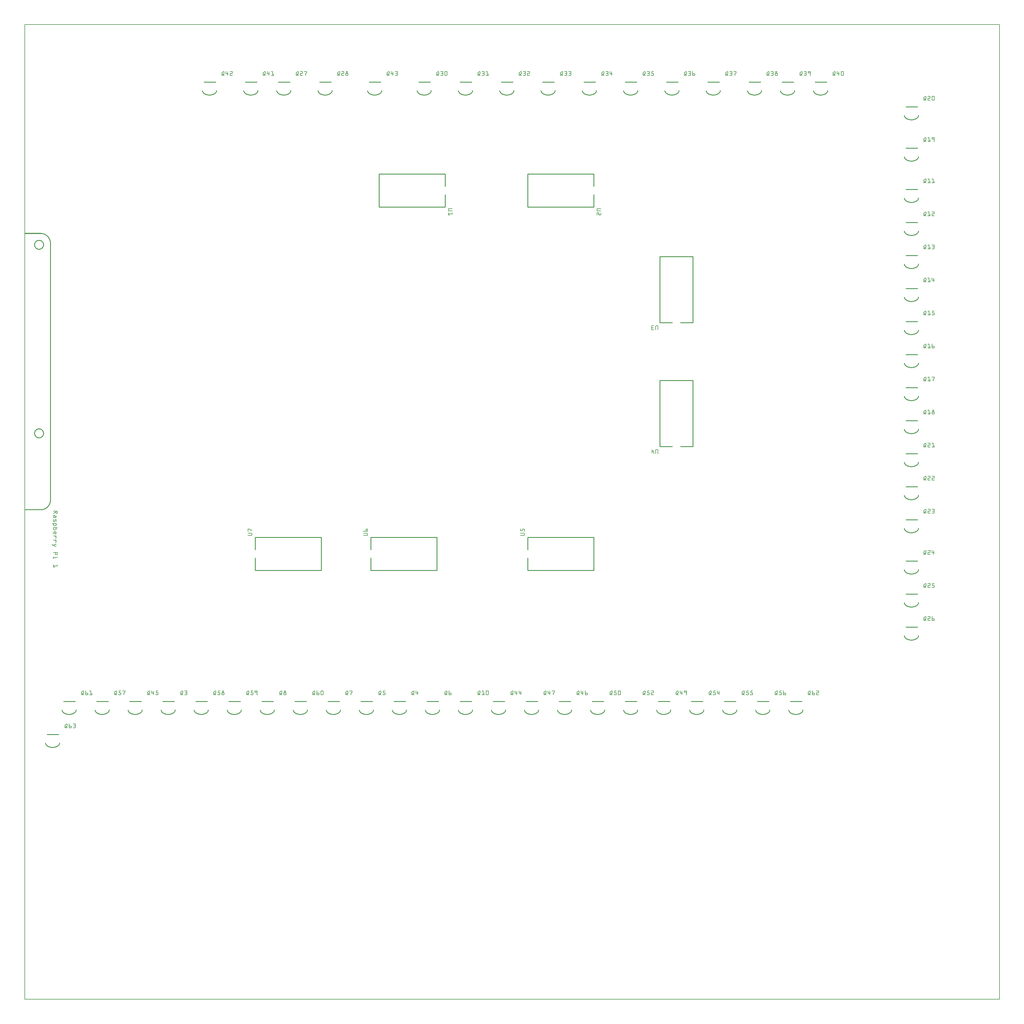
<source format=gto>
G04 MADE WITH FRITZING*
G04 WWW.FRITZING.ORG*
G04 DOUBLE SIDED*
G04 HOLES PLATED*
G04 CONTOUR ON CENTER OF CONTOUR VECTOR*
%ASAXBY*%
%FSLAX23Y23*%
%MOIN*%
%OFA0B0*%
%SFA1.0B1.0*%
%ADD10R,11.811000X11.811000X11.795000X11.795000*%
%ADD11C,0.008000*%
%ADD12C,0.010000*%
%ADD13R,0.001000X0.001000*%
%LNSILK1*%
G90*
G70*
G54D11*
X4Y11807D02*
X11807Y11807D01*
X11807Y4D01*
X4Y4D01*
X4Y11807D01*
D02*
G54D12*
X4194Y5198D02*
X4994Y5198D01*
D02*
X4994Y5198D02*
X4994Y5598D01*
D02*
X4994Y5598D02*
X4194Y5598D01*
D02*
X4194Y5198D02*
X4194Y5348D01*
D02*
X4194Y5448D02*
X4194Y5598D01*
D02*
X6094Y5198D02*
X6894Y5198D01*
D02*
X6894Y5198D02*
X6894Y5598D01*
D02*
X6894Y5598D02*
X6094Y5598D01*
D02*
X6094Y5198D02*
X6094Y5348D01*
D02*
X6094Y5448D02*
X6094Y5598D01*
D02*
X8094Y6698D02*
X8094Y7498D01*
D02*
X8094Y7498D02*
X7694Y7498D01*
D02*
X7694Y7498D02*
X7694Y6698D01*
D02*
X8094Y6698D02*
X7944Y6698D01*
D02*
X7844Y6698D02*
X7694Y6698D01*
D02*
X8094Y8198D02*
X8094Y8998D01*
D02*
X8094Y8998D02*
X7694Y8998D01*
D02*
X7694Y8998D02*
X7694Y8198D01*
D02*
X8094Y8198D02*
X7944Y8198D01*
D02*
X7844Y8198D02*
X7694Y8198D01*
D02*
X6894Y9998D02*
X6094Y9998D01*
D02*
X6094Y9998D02*
X6094Y9598D01*
D02*
X6094Y9598D02*
X6894Y9598D01*
D02*
X6894Y9998D02*
X6894Y9848D01*
D02*
X6894Y9748D02*
X6894Y9598D01*
D02*
X5094Y9998D02*
X4294Y9998D01*
D02*
X4294Y9998D02*
X4294Y9598D01*
D02*
X4294Y9598D02*
X5094Y9598D01*
D02*
X5094Y9998D02*
X5094Y9848D01*
D02*
X5094Y9748D02*
X5094Y9598D01*
D02*
X2794Y5198D02*
X3594Y5198D01*
D02*
X3594Y5198D02*
X3594Y5598D01*
D02*
X3594Y5598D02*
X2794Y5598D01*
D02*
X2794Y5198D02*
X2794Y5348D01*
D02*
X2794Y5448D02*
X2794Y5598D01*
D02*
X3274Y3612D02*
X3414Y3612D01*
D02*
X2474Y3612D02*
X2614Y3612D01*
D02*
X2074Y3612D02*
X2214Y3612D01*
D02*
X1674Y3612D02*
X1814Y3612D01*
D02*
X274Y3212D02*
X414Y3212D01*
D02*
X2874Y3612D02*
X3014Y3612D01*
D02*
X5274Y3612D02*
X5414Y3612D01*
D02*
X3674Y3612D02*
X3814Y3612D01*
D02*
X4074Y3612D02*
X4214Y3612D01*
D02*
X4874Y3612D02*
X5014Y3612D01*
D02*
X4474Y3612D02*
X4614Y3612D01*
D02*
X10674Y9812D02*
X10814Y9812D01*
D02*
X10674Y9412D02*
X10814Y9412D01*
D02*
X10674Y9012D02*
X10814Y9012D01*
D02*
X10674Y8612D02*
X10814Y8612D01*
D02*
X10674Y8212D02*
X10814Y8212D01*
D02*
X10674Y7812D02*
X10814Y7812D01*
D02*
X10674Y7412D02*
X10814Y7412D01*
D02*
X10674Y7012D02*
X10814Y7012D01*
D02*
X10674Y10312D02*
X10814Y10312D01*
D02*
X10674Y10812D02*
X10814Y10812D01*
D02*
X10674Y6612D02*
X10814Y6612D01*
D02*
X10674Y6212D02*
X10814Y6212D01*
D02*
X10674Y5812D02*
X10814Y5812D01*
D02*
X10674Y5312D02*
X10814Y5312D01*
D02*
X10674Y4912D02*
X10814Y4912D01*
D02*
X10674Y4512D02*
X10814Y4512D01*
D02*
X3074Y11112D02*
X3214Y11112D01*
D02*
X3574Y11112D02*
X3714Y11112D01*
D02*
X4774Y11112D02*
X4914Y11112D01*
D02*
X5274Y11112D02*
X5414Y11112D01*
D02*
X5774Y11112D02*
X5914Y11112D01*
D02*
X6274Y11112D02*
X6414Y11112D01*
D02*
X6774Y11112D02*
X6914Y11112D01*
D02*
X7274Y11112D02*
X7414Y11112D01*
D02*
X7774Y11112D02*
X7914Y11112D01*
D02*
X8274Y11112D02*
X8414Y11112D01*
D02*
X8774Y11112D02*
X8914Y11112D01*
D02*
X9174Y11112D02*
X9314Y11112D01*
D02*
X9574Y11112D02*
X9714Y11112D01*
D02*
X2674Y11112D02*
X2814Y11112D01*
D02*
X2174Y11112D02*
X2314Y11112D01*
D02*
X4174Y11112D02*
X4314Y11112D01*
D02*
X5674Y3612D02*
X5814Y3612D01*
D02*
X1274Y3612D02*
X1414Y3612D01*
D02*
X9274Y3612D02*
X9414Y3612D01*
D02*
X8874Y3612D02*
X9014Y3612D01*
D02*
X6474Y3612D02*
X6614Y3612D01*
D02*
X6074Y3612D02*
X6214Y3612D01*
D02*
X7674Y3612D02*
X7814Y3612D01*
D02*
X6874Y3612D02*
X7014Y3612D01*
D02*
X7274Y3612D02*
X7414Y3612D01*
D02*
X8074Y3612D02*
X8214Y3612D01*
D02*
X8474Y3612D02*
X8614Y3612D01*
D02*
X474Y3612D02*
X614Y3612D01*
D02*
X874Y3612D02*
X1014Y3612D01*
G54D13*
X2410Y11242D02*
X2415Y11242D01*
X2440Y11242D02*
X2443Y11242D01*
X2488Y11242D02*
X2516Y11242D01*
X2910Y11242D02*
X2915Y11242D01*
X2940Y11242D02*
X2943Y11242D01*
X2988Y11242D02*
X3007Y11242D01*
X3310Y11242D02*
X3315Y11242D01*
X3338Y11242D02*
X3366Y11242D01*
X3388Y11242D02*
X3420Y11242D01*
X3810Y11242D02*
X3815Y11242D01*
X3838Y11242D02*
X3866Y11242D01*
X3895Y11242D02*
X3912Y11242D01*
X4410Y11242D02*
X4415Y11242D01*
X4440Y11242D02*
X4443Y11242D01*
X4488Y11242D02*
X4516Y11242D01*
X5010Y11242D02*
X5015Y11242D01*
X5038Y11242D02*
X5066Y11242D01*
X5091Y11242D02*
X5116Y11242D01*
X5510Y11242D02*
X5515Y11242D01*
X5538Y11242D02*
X5566Y11242D01*
X5588Y11242D02*
X5607Y11242D01*
X6010Y11242D02*
X6015Y11242D01*
X6038Y11242D02*
X6066Y11242D01*
X6088Y11242D02*
X6116Y11242D01*
X6510Y11242D02*
X6515Y11242D01*
X6538Y11242D02*
X6566Y11242D01*
X6588Y11242D02*
X6616Y11242D01*
X7010Y11242D02*
X7015Y11242D01*
X7038Y11242D02*
X7066Y11242D01*
X7090Y11242D02*
X7093Y11242D01*
X7510Y11242D02*
X7515Y11242D01*
X7538Y11242D02*
X7566Y11242D01*
X7594Y11242D02*
X7619Y11242D01*
X8010Y11242D02*
X8015Y11242D01*
X8038Y11242D02*
X8066Y11242D01*
X8088Y11242D02*
X8095Y11242D01*
X8510Y11242D02*
X8515Y11242D01*
X8538Y11242D02*
X8566Y11242D01*
X8588Y11242D02*
X8620Y11242D01*
X9010Y11242D02*
X9015Y11242D01*
X9038Y11242D02*
X9066Y11242D01*
X9095Y11242D02*
X9112Y11242D01*
X9410Y11242D02*
X9415Y11242D01*
X9438Y11242D02*
X9466Y11242D01*
X9488Y11242D02*
X9519Y11242D01*
X9810Y11242D02*
X9815Y11242D01*
X9840Y11242D02*
X9843Y11242D01*
X9891Y11242D02*
X9916Y11242D01*
X2408Y11241D02*
X2417Y11241D01*
X2439Y11241D02*
X2444Y11241D01*
X2487Y11241D02*
X2518Y11241D01*
X2908Y11241D02*
X2917Y11241D01*
X2939Y11241D02*
X2944Y11241D01*
X2987Y11241D02*
X3007Y11241D01*
X3308Y11241D02*
X3317Y11241D01*
X3337Y11241D02*
X3368Y11241D01*
X3387Y11241D02*
X3420Y11241D01*
X3808Y11241D02*
X3817Y11241D01*
X3837Y11241D02*
X3868Y11241D01*
X3894Y11241D02*
X3913Y11241D01*
X4408Y11241D02*
X4417Y11241D01*
X4439Y11241D02*
X4444Y11241D01*
X4487Y11241D02*
X4518Y11241D01*
X5008Y11241D02*
X5017Y11241D01*
X5037Y11241D02*
X5068Y11241D01*
X5089Y11241D02*
X5118Y11241D01*
X5508Y11241D02*
X5517Y11241D01*
X5537Y11241D02*
X5568Y11241D01*
X5587Y11241D02*
X5607Y11241D01*
X6008Y11241D02*
X6017Y11241D01*
X6037Y11241D02*
X6068Y11241D01*
X6087Y11241D02*
X6118Y11241D01*
X6508Y11241D02*
X6517Y11241D01*
X6537Y11241D02*
X6568Y11241D01*
X6587Y11241D02*
X6618Y11241D01*
X7008Y11241D02*
X7017Y11241D01*
X7037Y11241D02*
X7068Y11241D01*
X7089Y11241D02*
X7094Y11241D01*
X7508Y11241D02*
X7517Y11241D01*
X7537Y11241D02*
X7568Y11241D01*
X7594Y11241D02*
X7620Y11241D01*
X8008Y11241D02*
X8017Y11241D01*
X8037Y11241D02*
X8068Y11241D01*
X8087Y11241D02*
X8096Y11241D01*
X8508Y11241D02*
X8517Y11241D01*
X8537Y11241D02*
X8568Y11241D01*
X8587Y11241D02*
X8620Y11241D01*
X9008Y11241D02*
X9017Y11241D01*
X9037Y11241D02*
X9068Y11241D01*
X9094Y11241D02*
X9113Y11241D01*
X9408Y11241D02*
X9417Y11241D01*
X9437Y11241D02*
X9468Y11241D01*
X9487Y11241D02*
X9520Y11241D01*
X9808Y11241D02*
X9817Y11241D01*
X9839Y11241D02*
X9844Y11241D01*
X9889Y11241D02*
X9918Y11241D01*
X2407Y11240D02*
X2418Y11240D01*
X2439Y11240D02*
X2444Y11240D01*
X2487Y11240D02*
X2519Y11240D01*
X2907Y11240D02*
X2918Y11240D01*
X2939Y11240D02*
X2944Y11240D01*
X2987Y11240D02*
X3007Y11240D01*
X3307Y11240D02*
X3318Y11240D01*
X3337Y11240D02*
X3369Y11240D01*
X3387Y11240D02*
X3420Y11240D01*
X3807Y11240D02*
X3818Y11240D01*
X3837Y11240D02*
X3869Y11240D01*
X3894Y11240D02*
X3913Y11240D01*
X4407Y11240D02*
X4418Y11240D01*
X4439Y11240D02*
X4444Y11240D01*
X4487Y11240D02*
X4519Y11240D01*
X5007Y11240D02*
X5018Y11240D01*
X5037Y11240D02*
X5069Y11240D01*
X5088Y11240D02*
X5119Y11240D01*
X5507Y11240D02*
X5518Y11240D01*
X5537Y11240D02*
X5569Y11240D01*
X5587Y11240D02*
X5607Y11240D01*
X6007Y11240D02*
X6018Y11240D01*
X6037Y11240D02*
X6069Y11240D01*
X6087Y11240D02*
X6119Y11240D01*
X6507Y11240D02*
X6518Y11240D01*
X6537Y11240D02*
X6569Y11240D01*
X6587Y11240D02*
X6619Y11240D01*
X7007Y11240D02*
X7018Y11240D01*
X7037Y11240D02*
X7069Y11240D01*
X7089Y11240D02*
X7094Y11240D01*
X7507Y11240D02*
X7518Y11240D01*
X7537Y11240D02*
X7569Y11240D01*
X7594Y11240D02*
X7620Y11240D01*
X8007Y11240D02*
X8018Y11240D01*
X8037Y11240D02*
X8069Y11240D01*
X8087Y11240D02*
X8096Y11240D01*
X8507Y11240D02*
X8518Y11240D01*
X8537Y11240D02*
X8569Y11240D01*
X8587Y11240D02*
X8620Y11240D01*
X9007Y11240D02*
X9018Y11240D01*
X9037Y11240D02*
X9069Y11240D01*
X9094Y11240D02*
X9113Y11240D01*
X9407Y11240D02*
X9418Y11240D01*
X9437Y11240D02*
X9469Y11240D01*
X9487Y11240D02*
X9520Y11240D01*
X9807Y11240D02*
X9818Y11240D01*
X9839Y11240D02*
X9844Y11240D01*
X9888Y11240D02*
X9919Y11240D01*
X2406Y11239D02*
X2419Y11239D01*
X2439Y11239D02*
X2445Y11239D01*
X2487Y11239D02*
X2520Y11239D01*
X2906Y11239D02*
X2919Y11239D01*
X2939Y11239D02*
X2945Y11239D01*
X2987Y11239D02*
X3007Y11239D01*
X3306Y11239D02*
X3319Y11239D01*
X3337Y11239D02*
X3370Y11239D01*
X3387Y11239D02*
X3420Y11239D01*
X3806Y11239D02*
X3819Y11239D01*
X3837Y11239D02*
X3870Y11239D01*
X3894Y11239D02*
X3913Y11239D01*
X4406Y11239D02*
X4419Y11239D01*
X4439Y11239D02*
X4445Y11239D01*
X4487Y11239D02*
X4520Y11239D01*
X5006Y11239D02*
X5019Y11239D01*
X5037Y11239D02*
X5070Y11239D01*
X5088Y11239D02*
X5120Y11239D01*
X5506Y11239D02*
X5519Y11239D01*
X5537Y11239D02*
X5570Y11239D01*
X5587Y11239D02*
X5607Y11239D01*
X6006Y11239D02*
X6019Y11239D01*
X6037Y11239D02*
X6070Y11239D01*
X6087Y11239D02*
X6120Y11239D01*
X6506Y11239D02*
X6519Y11239D01*
X6537Y11239D02*
X6570Y11239D01*
X6587Y11239D02*
X6620Y11239D01*
X7006Y11239D02*
X7019Y11239D01*
X7037Y11239D02*
X7070Y11239D01*
X7089Y11239D02*
X7095Y11239D01*
X7506Y11239D02*
X7519Y11239D01*
X7537Y11239D02*
X7570Y11239D01*
X7594Y11239D02*
X7620Y11239D01*
X8006Y11239D02*
X8019Y11239D01*
X8037Y11239D02*
X8070Y11239D01*
X8087Y11239D02*
X8096Y11239D01*
X8506Y11239D02*
X8519Y11239D01*
X8537Y11239D02*
X8570Y11239D01*
X8587Y11239D02*
X8620Y11239D01*
X9006Y11239D02*
X9019Y11239D01*
X9037Y11239D02*
X9070Y11239D01*
X9094Y11239D02*
X9113Y11239D01*
X9406Y11239D02*
X9419Y11239D01*
X9437Y11239D02*
X9470Y11239D01*
X9487Y11239D02*
X9520Y11239D01*
X9806Y11239D02*
X9819Y11239D01*
X9839Y11239D02*
X9845Y11239D01*
X9888Y11239D02*
X9920Y11239D01*
X2404Y11238D02*
X2419Y11238D01*
X2439Y11238D02*
X2445Y11238D01*
X2487Y11238D02*
X2520Y11238D01*
X2904Y11238D02*
X2919Y11238D01*
X2939Y11238D02*
X2945Y11238D01*
X2987Y11238D02*
X3007Y11238D01*
X3304Y11238D02*
X3319Y11238D01*
X3337Y11238D02*
X3370Y11238D01*
X3387Y11238D02*
X3420Y11238D01*
X3804Y11238D02*
X3819Y11238D01*
X3837Y11238D02*
X3870Y11238D01*
X3894Y11238D02*
X3913Y11238D01*
X4404Y11238D02*
X4419Y11238D01*
X4439Y11238D02*
X4445Y11238D01*
X4487Y11238D02*
X4520Y11238D01*
X5004Y11238D02*
X5019Y11238D01*
X5037Y11238D02*
X5070Y11238D01*
X5087Y11238D02*
X5120Y11238D01*
X5504Y11238D02*
X5519Y11238D01*
X5537Y11238D02*
X5570Y11238D01*
X5587Y11238D02*
X5607Y11238D01*
X6004Y11238D02*
X6019Y11238D01*
X6037Y11238D02*
X6070Y11238D01*
X6087Y11238D02*
X6120Y11238D01*
X6504Y11238D02*
X6519Y11238D01*
X6537Y11238D02*
X6570Y11238D01*
X6587Y11238D02*
X6620Y11238D01*
X7004Y11238D02*
X7019Y11238D01*
X7037Y11238D02*
X7070Y11238D01*
X7089Y11238D02*
X7095Y11238D01*
X7504Y11238D02*
X7519Y11238D01*
X7537Y11238D02*
X7570Y11238D01*
X7594Y11238D02*
X7620Y11238D01*
X8004Y11238D02*
X8019Y11238D01*
X8037Y11238D02*
X8070Y11238D01*
X8087Y11238D02*
X8096Y11238D01*
X8504Y11238D02*
X8519Y11238D01*
X8537Y11238D02*
X8570Y11238D01*
X8587Y11238D02*
X8620Y11238D01*
X9004Y11238D02*
X9019Y11238D01*
X9037Y11238D02*
X9070Y11238D01*
X9094Y11238D02*
X9113Y11238D01*
X9404Y11238D02*
X9419Y11238D01*
X9437Y11238D02*
X9470Y11238D01*
X9487Y11238D02*
X9520Y11238D01*
X9804Y11238D02*
X9819Y11238D01*
X9839Y11238D02*
X9845Y11238D01*
X9887Y11238D02*
X9920Y11238D01*
X2403Y11237D02*
X2420Y11237D01*
X2439Y11237D02*
X2445Y11237D01*
X2488Y11237D02*
X2520Y11237D01*
X2903Y11237D02*
X2920Y11237D01*
X2939Y11237D02*
X2945Y11237D01*
X2988Y11237D02*
X3007Y11237D01*
X3303Y11237D02*
X3320Y11237D01*
X3338Y11237D02*
X3370Y11237D01*
X3387Y11237D02*
X3420Y11237D01*
X3803Y11237D02*
X3820Y11237D01*
X3838Y11237D02*
X3870Y11237D01*
X3894Y11237D02*
X3913Y11237D01*
X4403Y11237D02*
X4420Y11237D01*
X4439Y11237D02*
X4445Y11237D01*
X4488Y11237D02*
X4520Y11237D01*
X5003Y11237D02*
X5020Y11237D01*
X5038Y11237D02*
X5070Y11237D01*
X5087Y11237D02*
X5120Y11237D01*
X5503Y11237D02*
X5520Y11237D01*
X5538Y11237D02*
X5570Y11237D01*
X5588Y11237D02*
X5607Y11237D01*
X6003Y11237D02*
X6020Y11237D01*
X6038Y11237D02*
X6070Y11237D01*
X6088Y11237D02*
X6120Y11237D01*
X6503Y11237D02*
X6520Y11237D01*
X6538Y11237D02*
X6570Y11237D01*
X6588Y11237D02*
X6620Y11237D01*
X7003Y11237D02*
X7020Y11237D01*
X7038Y11237D02*
X7070Y11237D01*
X7089Y11237D02*
X7095Y11237D01*
X7503Y11237D02*
X7520Y11237D01*
X7538Y11237D02*
X7570Y11237D01*
X7594Y11237D02*
X7620Y11237D01*
X8003Y11237D02*
X8020Y11237D01*
X8038Y11237D02*
X8070Y11237D01*
X8087Y11237D02*
X8095Y11237D01*
X8503Y11237D02*
X8520Y11237D01*
X8538Y11237D02*
X8570Y11237D01*
X8587Y11237D02*
X8620Y11237D01*
X9003Y11237D02*
X9020Y11237D01*
X9038Y11237D02*
X9070Y11237D01*
X9094Y11237D02*
X9113Y11237D01*
X9403Y11237D02*
X9420Y11237D01*
X9438Y11237D02*
X9470Y11237D01*
X9487Y11237D02*
X9520Y11237D01*
X9803Y11237D02*
X9820Y11237D01*
X9839Y11237D02*
X9845Y11237D01*
X9887Y11237D02*
X9920Y11237D01*
X2402Y11236D02*
X2420Y11236D01*
X2439Y11236D02*
X2445Y11236D01*
X2461Y11236D02*
X2464Y11236D01*
X2489Y11236D02*
X2520Y11236D01*
X2902Y11236D02*
X2920Y11236D01*
X2939Y11236D02*
X2945Y11236D01*
X2961Y11236D02*
X2964Y11236D01*
X2989Y11236D02*
X3007Y11236D01*
X3302Y11236D02*
X3320Y11236D01*
X3339Y11236D02*
X3370Y11236D01*
X3387Y11236D02*
X3420Y11236D01*
X3802Y11236D02*
X3820Y11236D01*
X3839Y11236D02*
X3870Y11236D01*
X3894Y11236D02*
X3913Y11236D01*
X4402Y11236D02*
X4420Y11236D01*
X4439Y11236D02*
X4445Y11236D01*
X4461Y11236D02*
X4464Y11236D01*
X4489Y11236D02*
X4520Y11236D01*
X5002Y11236D02*
X5020Y11236D01*
X5039Y11236D02*
X5070Y11236D01*
X5087Y11236D02*
X5120Y11236D01*
X5502Y11236D02*
X5520Y11236D01*
X5539Y11236D02*
X5570Y11236D01*
X5589Y11236D02*
X5607Y11236D01*
X6002Y11236D02*
X6020Y11236D01*
X6039Y11236D02*
X6070Y11236D01*
X6089Y11236D02*
X6120Y11236D01*
X6502Y11236D02*
X6520Y11236D01*
X6539Y11236D02*
X6570Y11236D01*
X6589Y11236D02*
X6620Y11236D01*
X7002Y11236D02*
X7020Y11236D01*
X7039Y11236D02*
X7070Y11236D01*
X7089Y11236D02*
X7095Y11236D01*
X7111Y11236D02*
X7114Y11236D01*
X7502Y11236D02*
X7520Y11236D01*
X7539Y11236D02*
X7570Y11236D01*
X7594Y11236D02*
X7618Y11236D01*
X8002Y11236D02*
X8020Y11236D01*
X8039Y11236D02*
X8070Y11236D01*
X8087Y11236D02*
X8094Y11236D01*
X8502Y11236D02*
X8520Y11236D01*
X8539Y11236D02*
X8570Y11236D01*
X8587Y11236D02*
X8620Y11236D01*
X9002Y11236D02*
X9020Y11236D01*
X9039Y11236D02*
X9070Y11236D01*
X9094Y11236D02*
X9113Y11236D01*
X9402Y11236D02*
X9420Y11236D01*
X9439Y11236D02*
X9470Y11236D01*
X9487Y11236D02*
X9520Y11236D01*
X9802Y11236D02*
X9820Y11236D01*
X9839Y11236D02*
X9845Y11236D01*
X9861Y11236D02*
X9864Y11236D01*
X9887Y11236D02*
X9920Y11236D01*
X2401Y11235D02*
X2411Y11235D01*
X2414Y11235D02*
X2420Y11235D01*
X2439Y11235D02*
X2445Y11235D01*
X2460Y11235D02*
X2465Y11235D01*
X2514Y11235D02*
X2520Y11235D01*
X2901Y11235D02*
X2911Y11235D01*
X2914Y11235D02*
X2920Y11235D01*
X2939Y11235D02*
X2945Y11235D01*
X2960Y11235D02*
X2965Y11235D01*
X3001Y11235D02*
X3007Y11235D01*
X3301Y11235D02*
X3311Y11235D01*
X3314Y11235D02*
X3320Y11235D01*
X3364Y11235D02*
X3370Y11235D01*
X3387Y11235D02*
X3393Y11235D01*
X3414Y11235D02*
X3420Y11235D01*
X3801Y11235D02*
X3811Y11235D01*
X3814Y11235D02*
X3820Y11235D01*
X3864Y11235D02*
X3870Y11235D01*
X3894Y11235D02*
X3900Y11235D01*
X3908Y11235D02*
X3913Y11235D01*
X4401Y11235D02*
X4411Y11235D01*
X4414Y11235D02*
X4420Y11235D01*
X4439Y11235D02*
X4445Y11235D01*
X4460Y11235D02*
X4465Y11235D01*
X4514Y11235D02*
X4520Y11235D01*
X5001Y11235D02*
X5011Y11235D01*
X5014Y11235D02*
X5020Y11235D01*
X5064Y11235D02*
X5070Y11235D01*
X5087Y11235D02*
X5093Y11235D01*
X5114Y11235D02*
X5120Y11235D01*
X5501Y11235D02*
X5511Y11235D01*
X5514Y11235D02*
X5520Y11235D01*
X5564Y11235D02*
X5570Y11235D01*
X5601Y11235D02*
X5607Y11235D01*
X6001Y11235D02*
X6011Y11235D01*
X6014Y11235D02*
X6020Y11235D01*
X6064Y11235D02*
X6070Y11235D01*
X6114Y11235D02*
X6120Y11235D01*
X6501Y11235D02*
X6511Y11235D01*
X6514Y11235D02*
X6520Y11235D01*
X6564Y11235D02*
X6570Y11235D01*
X6614Y11235D02*
X6620Y11235D01*
X7001Y11235D02*
X7011Y11235D01*
X7014Y11235D02*
X7020Y11235D01*
X7064Y11235D02*
X7070Y11235D01*
X7089Y11235D02*
X7095Y11235D01*
X7110Y11235D02*
X7115Y11235D01*
X7501Y11235D02*
X7511Y11235D01*
X7514Y11235D02*
X7520Y11235D01*
X7564Y11235D02*
X7570Y11235D01*
X7594Y11235D02*
X7600Y11235D01*
X8001Y11235D02*
X8011Y11235D01*
X8014Y11235D02*
X8020Y11235D01*
X8064Y11235D02*
X8070Y11235D01*
X8087Y11235D02*
X8093Y11235D01*
X8501Y11235D02*
X8511Y11235D01*
X8514Y11235D02*
X8520Y11235D01*
X8564Y11235D02*
X8570Y11235D01*
X8587Y11235D02*
X8593Y11235D01*
X8614Y11235D02*
X8620Y11235D01*
X9001Y11235D02*
X9011Y11235D01*
X9014Y11235D02*
X9020Y11235D01*
X9064Y11235D02*
X9070Y11235D01*
X9094Y11235D02*
X9100Y11235D01*
X9108Y11235D02*
X9113Y11235D01*
X9401Y11235D02*
X9411Y11235D01*
X9414Y11235D02*
X9420Y11235D01*
X9464Y11235D02*
X9470Y11235D01*
X9487Y11235D02*
X9493Y11235D01*
X9514Y11235D02*
X9520Y11235D01*
X9801Y11235D02*
X9811Y11235D01*
X9814Y11235D02*
X9820Y11235D01*
X9839Y11235D02*
X9845Y11235D01*
X9860Y11235D02*
X9865Y11235D01*
X9887Y11235D02*
X9893Y11235D01*
X9914Y11235D02*
X9920Y11235D01*
X2400Y11234D02*
X2410Y11234D01*
X2414Y11234D02*
X2420Y11234D01*
X2439Y11234D02*
X2445Y11234D01*
X2459Y11234D02*
X2465Y11234D01*
X2514Y11234D02*
X2520Y11234D01*
X2900Y11234D02*
X2910Y11234D01*
X2914Y11234D02*
X2920Y11234D01*
X2939Y11234D02*
X2945Y11234D01*
X2959Y11234D02*
X2965Y11234D01*
X3001Y11234D02*
X3007Y11234D01*
X3300Y11234D02*
X3310Y11234D01*
X3314Y11234D02*
X3320Y11234D01*
X3364Y11234D02*
X3370Y11234D01*
X3388Y11234D02*
X3392Y11234D01*
X3414Y11234D02*
X3420Y11234D01*
X3800Y11234D02*
X3810Y11234D01*
X3814Y11234D02*
X3820Y11234D01*
X3864Y11234D02*
X3870Y11234D01*
X3894Y11234D02*
X3900Y11234D01*
X3908Y11234D02*
X3913Y11234D01*
X4400Y11234D02*
X4410Y11234D01*
X4414Y11234D02*
X4420Y11234D01*
X4439Y11234D02*
X4445Y11234D01*
X4459Y11234D02*
X4465Y11234D01*
X4514Y11234D02*
X4520Y11234D01*
X5000Y11234D02*
X5010Y11234D01*
X5014Y11234D02*
X5020Y11234D01*
X5064Y11234D02*
X5070Y11234D01*
X5087Y11234D02*
X5093Y11234D01*
X5114Y11234D02*
X5120Y11234D01*
X5500Y11234D02*
X5510Y11234D01*
X5514Y11234D02*
X5520Y11234D01*
X5564Y11234D02*
X5570Y11234D01*
X5601Y11234D02*
X5607Y11234D01*
X6000Y11234D02*
X6010Y11234D01*
X6014Y11234D02*
X6020Y11234D01*
X6064Y11234D02*
X6070Y11234D01*
X6114Y11234D02*
X6120Y11234D01*
X6500Y11234D02*
X6510Y11234D01*
X6514Y11234D02*
X6520Y11234D01*
X6564Y11234D02*
X6570Y11234D01*
X6614Y11234D02*
X6620Y11234D01*
X7000Y11234D02*
X7010Y11234D01*
X7014Y11234D02*
X7020Y11234D01*
X7064Y11234D02*
X7070Y11234D01*
X7089Y11234D02*
X7095Y11234D01*
X7109Y11234D02*
X7115Y11234D01*
X7500Y11234D02*
X7510Y11234D01*
X7514Y11234D02*
X7520Y11234D01*
X7564Y11234D02*
X7570Y11234D01*
X7594Y11234D02*
X7600Y11234D01*
X8000Y11234D02*
X8010Y11234D01*
X8014Y11234D02*
X8020Y11234D01*
X8064Y11234D02*
X8070Y11234D01*
X8087Y11234D02*
X8093Y11234D01*
X8500Y11234D02*
X8510Y11234D01*
X8514Y11234D02*
X8520Y11234D01*
X8564Y11234D02*
X8570Y11234D01*
X8588Y11234D02*
X8592Y11234D01*
X8614Y11234D02*
X8620Y11234D01*
X9000Y11234D02*
X9010Y11234D01*
X9014Y11234D02*
X9020Y11234D01*
X9064Y11234D02*
X9070Y11234D01*
X9094Y11234D02*
X9100Y11234D01*
X9108Y11234D02*
X9113Y11234D01*
X9400Y11234D02*
X9410Y11234D01*
X9414Y11234D02*
X9420Y11234D01*
X9464Y11234D02*
X9470Y11234D01*
X9487Y11234D02*
X9493Y11234D01*
X9514Y11234D02*
X9520Y11234D01*
X9800Y11234D02*
X9810Y11234D01*
X9814Y11234D02*
X9820Y11234D01*
X9839Y11234D02*
X9845Y11234D01*
X9859Y11234D02*
X9865Y11234D01*
X9887Y11234D02*
X9893Y11234D01*
X9914Y11234D02*
X9920Y11234D01*
X2398Y11233D02*
X2408Y11233D01*
X2414Y11233D02*
X2420Y11233D01*
X2439Y11233D02*
X2445Y11233D01*
X2459Y11233D02*
X2465Y11233D01*
X2514Y11233D02*
X2520Y11233D01*
X2898Y11233D02*
X2908Y11233D01*
X2914Y11233D02*
X2920Y11233D01*
X2939Y11233D02*
X2945Y11233D01*
X2959Y11233D02*
X2965Y11233D01*
X3001Y11233D02*
X3007Y11233D01*
X3298Y11233D02*
X3308Y11233D01*
X3314Y11233D02*
X3320Y11233D01*
X3364Y11233D02*
X3370Y11233D01*
X3389Y11233D02*
X3391Y11233D01*
X3414Y11233D02*
X3420Y11233D01*
X3798Y11233D02*
X3808Y11233D01*
X3814Y11233D02*
X3820Y11233D01*
X3864Y11233D02*
X3870Y11233D01*
X3894Y11233D02*
X3900Y11233D01*
X3908Y11233D02*
X3913Y11233D01*
X4398Y11233D02*
X4408Y11233D01*
X4414Y11233D02*
X4420Y11233D01*
X4439Y11233D02*
X4445Y11233D01*
X4459Y11233D02*
X4465Y11233D01*
X4514Y11233D02*
X4520Y11233D01*
X4998Y11233D02*
X5008Y11233D01*
X5014Y11233D02*
X5020Y11233D01*
X5064Y11233D02*
X5070Y11233D01*
X5087Y11233D02*
X5093Y11233D01*
X5114Y11233D02*
X5120Y11233D01*
X5498Y11233D02*
X5508Y11233D01*
X5514Y11233D02*
X5520Y11233D01*
X5564Y11233D02*
X5570Y11233D01*
X5601Y11233D02*
X5607Y11233D01*
X5998Y11233D02*
X6008Y11233D01*
X6014Y11233D02*
X6020Y11233D01*
X6064Y11233D02*
X6070Y11233D01*
X6114Y11233D02*
X6120Y11233D01*
X6498Y11233D02*
X6508Y11233D01*
X6514Y11233D02*
X6520Y11233D01*
X6564Y11233D02*
X6570Y11233D01*
X6614Y11233D02*
X6620Y11233D01*
X6998Y11233D02*
X7008Y11233D01*
X7014Y11233D02*
X7020Y11233D01*
X7064Y11233D02*
X7070Y11233D01*
X7089Y11233D02*
X7095Y11233D01*
X7109Y11233D02*
X7115Y11233D01*
X7498Y11233D02*
X7508Y11233D01*
X7514Y11233D02*
X7520Y11233D01*
X7564Y11233D02*
X7570Y11233D01*
X7594Y11233D02*
X7600Y11233D01*
X7998Y11233D02*
X8008Y11233D01*
X8014Y11233D02*
X8020Y11233D01*
X8064Y11233D02*
X8070Y11233D01*
X8087Y11233D02*
X8093Y11233D01*
X8498Y11233D02*
X8508Y11233D01*
X8514Y11233D02*
X8520Y11233D01*
X8564Y11233D02*
X8570Y11233D01*
X8589Y11233D02*
X8591Y11233D01*
X8614Y11233D02*
X8620Y11233D01*
X8998Y11233D02*
X9008Y11233D01*
X9014Y11233D02*
X9020Y11233D01*
X9064Y11233D02*
X9070Y11233D01*
X9094Y11233D02*
X9100Y11233D01*
X9108Y11233D02*
X9113Y11233D01*
X9398Y11233D02*
X9408Y11233D01*
X9414Y11233D02*
X9420Y11233D01*
X9464Y11233D02*
X9470Y11233D01*
X9487Y11233D02*
X9493Y11233D01*
X9514Y11233D02*
X9520Y11233D01*
X9798Y11233D02*
X9808Y11233D01*
X9814Y11233D02*
X9820Y11233D01*
X9839Y11233D02*
X9845Y11233D01*
X9859Y11233D02*
X9865Y11233D01*
X9887Y11233D02*
X9893Y11233D01*
X9914Y11233D02*
X9920Y11233D01*
X2397Y11232D02*
X2407Y11232D01*
X2414Y11232D02*
X2420Y11232D01*
X2439Y11232D02*
X2445Y11232D01*
X2459Y11232D02*
X2465Y11232D01*
X2514Y11232D02*
X2520Y11232D01*
X2897Y11232D02*
X2907Y11232D01*
X2914Y11232D02*
X2920Y11232D01*
X2939Y11232D02*
X2945Y11232D01*
X2959Y11232D02*
X2965Y11232D01*
X3001Y11232D02*
X3007Y11232D01*
X3297Y11232D02*
X3307Y11232D01*
X3314Y11232D02*
X3320Y11232D01*
X3364Y11232D02*
X3370Y11232D01*
X3414Y11232D02*
X3420Y11232D01*
X3797Y11232D02*
X3807Y11232D01*
X3814Y11232D02*
X3820Y11232D01*
X3864Y11232D02*
X3870Y11232D01*
X3894Y11232D02*
X3900Y11232D01*
X3908Y11232D02*
X3913Y11232D01*
X4397Y11232D02*
X4407Y11232D01*
X4414Y11232D02*
X4420Y11232D01*
X4439Y11232D02*
X4445Y11232D01*
X4459Y11232D02*
X4465Y11232D01*
X4514Y11232D02*
X4520Y11232D01*
X4997Y11232D02*
X5007Y11232D01*
X5014Y11232D02*
X5020Y11232D01*
X5064Y11232D02*
X5070Y11232D01*
X5087Y11232D02*
X5093Y11232D01*
X5114Y11232D02*
X5120Y11232D01*
X5497Y11232D02*
X5507Y11232D01*
X5514Y11232D02*
X5520Y11232D01*
X5564Y11232D02*
X5570Y11232D01*
X5601Y11232D02*
X5607Y11232D01*
X5997Y11232D02*
X6007Y11232D01*
X6014Y11232D02*
X6020Y11232D01*
X6064Y11232D02*
X6070Y11232D01*
X6114Y11232D02*
X6120Y11232D01*
X6497Y11232D02*
X6507Y11232D01*
X6514Y11232D02*
X6520Y11232D01*
X6564Y11232D02*
X6570Y11232D01*
X6614Y11232D02*
X6620Y11232D01*
X6997Y11232D02*
X7007Y11232D01*
X7014Y11232D02*
X7020Y11232D01*
X7064Y11232D02*
X7070Y11232D01*
X7089Y11232D02*
X7095Y11232D01*
X7109Y11232D02*
X7115Y11232D01*
X7497Y11232D02*
X7507Y11232D01*
X7514Y11232D02*
X7520Y11232D01*
X7564Y11232D02*
X7570Y11232D01*
X7594Y11232D02*
X7600Y11232D01*
X7997Y11232D02*
X8007Y11232D01*
X8014Y11232D02*
X8020Y11232D01*
X8064Y11232D02*
X8070Y11232D01*
X8087Y11232D02*
X8093Y11232D01*
X8497Y11232D02*
X8507Y11232D01*
X8514Y11232D02*
X8520Y11232D01*
X8564Y11232D02*
X8570Y11232D01*
X8614Y11232D02*
X8620Y11232D01*
X8997Y11232D02*
X9007Y11232D01*
X9014Y11232D02*
X9020Y11232D01*
X9064Y11232D02*
X9070Y11232D01*
X9094Y11232D02*
X9100Y11232D01*
X9108Y11232D02*
X9113Y11232D01*
X9397Y11232D02*
X9407Y11232D01*
X9414Y11232D02*
X9420Y11232D01*
X9464Y11232D02*
X9470Y11232D01*
X9487Y11232D02*
X9493Y11232D01*
X9514Y11232D02*
X9520Y11232D01*
X9797Y11232D02*
X9807Y11232D01*
X9814Y11232D02*
X9820Y11232D01*
X9839Y11232D02*
X9845Y11232D01*
X9859Y11232D02*
X9865Y11232D01*
X9887Y11232D02*
X9893Y11232D01*
X9914Y11232D02*
X9920Y11232D01*
X2396Y11231D02*
X2406Y11231D01*
X2414Y11231D02*
X2420Y11231D01*
X2439Y11231D02*
X2445Y11231D01*
X2459Y11231D02*
X2465Y11231D01*
X2514Y11231D02*
X2520Y11231D01*
X2896Y11231D02*
X2906Y11231D01*
X2914Y11231D02*
X2920Y11231D01*
X2939Y11231D02*
X2945Y11231D01*
X2959Y11231D02*
X2965Y11231D01*
X3001Y11231D02*
X3007Y11231D01*
X3296Y11231D02*
X3306Y11231D01*
X3314Y11231D02*
X3320Y11231D01*
X3364Y11231D02*
X3370Y11231D01*
X3414Y11231D02*
X3420Y11231D01*
X3796Y11231D02*
X3806Y11231D01*
X3814Y11231D02*
X3820Y11231D01*
X3864Y11231D02*
X3870Y11231D01*
X3894Y11231D02*
X3900Y11231D01*
X3908Y11231D02*
X3913Y11231D01*
X4396Y11231D02*
X4406Y11231D01*
X4414Y11231D02*
X4420Y11231D01*
X4439Y11231D02*
X4445Y11231D01*
X4459Y11231D02*
X4465Y11231D01*
X4514Y11231D02*
X4520Y11231D01*
X4996Y11231D02*
X5006Y11231D01*
X5014Y11231D02*
X5020Y11231D01*
X5064Y11231D02*
X5070Y11231D01*
X5087Y11231D02*
X5093Y11231D01*
X5114Y11231D02*
X5120Y11231D01*
X5496Y11231D02*
X5506Y11231D01*
X5514Y11231D02*
X5520Y11231D01*
X5564Y11231D02*
X5570Y11231D01*
X5601Y11231D02*
X5607Y11231D01*
X5996Y11231D02*
X6006Y11231D01*
X6014Y11231D02*
X6020Y11231D01*
X6064Y11231D02*
X6070Y11231D01*
X6114Y11231D02*
X6120Y11231D01*
X6496Y11231D02*
X6506Y11231D01*
X6514Y11231D02*
X6520Y11231D01*
X6564Y11231D02*
X6570Y11231D01*
X6614Y11231D02*
X6620Y11231D01*
X6996Y11231D02*
X7006Y11231D01*
X7014Y11231D02*
X7020Y11231D01*
X7064Y11231D02*
X7070Y11231D01*
X7089Y11231D02*
X7095Y11231D01*
X7109Y11231D02*
X7115Y11231D01*
X7496Y11231D02*
X7506Y11231D01*
X7514Y11231D02*
X7520Y11231D01*
X7564Y11231D02*
X7570Y11231D01*
X7594Y11231D02*
X7600Y11231D01*
X7996Y11231D02*
X8006Y11231D01*
X8014Y11231D02*
X8020Y11231D01*
X8064Y11231D02*
X8070Y11231D01*
X8087Y11231D02*
X8093Y11231D01*
X8496Y11231D02*
X8506Y11231D01*
X8514Y11231D02*
X8520Y11231D01*
X8564Y11231D02*
X8570Y11231D01*
X8614Y11231D02*
X8620Y11231D01*
X8996Y11231D02*
X9006Y11231D01*
X9014Y11231D02*
X9020Y11231D01*
X9064Y11231D02*
X9070Y11231D01*
X9094Y11231D02*
X9100Y11231D01*
X9108Y11231D02*
X9113Y11231D01*
X9396Y11231D02*
X9406Y11231D01*
X9414Y11231D02*
X9420Y11231D01*
X9464Y11231D02*
X9470Y11231D01*
X9487Y11231D02*
X9493Y11231D01*
X9514Y11231D02*
X9520Y11231D01*
X9796Y11231D02*
X9806Y11231D01*
X9814Y11231D02*
X9820Y11231D01*
X9839Y11231D02*
X9845Y11231D01*
X9859Y11231D02*
X9865Y11231D01*
X9887Y11231D02*
X9893Y11231D01*
X9914Y11231D02*
X9920Y11231D01*
X2395Y11230D02*
X2405Y11230D01*
X2414Y11230D02*
X2420Y11230D01*
X2439Y11230D02*
X2445Y11230D01*
X2459Y11230D02*
X2465Y11230D01*
X2514Y11230D02*
X2520Y11230D01*
X2895Y11230D02*
X2905Y11230D01*
X2914Y11230D02*
X2920Y11230D01*
X2939Y11230D02*
X2945Y11230D01*
X2959Y11230D02*
X2965Y11230D01*
X3001Y11230D02*
X3007Y11230D01*
X3295Y11230D02*
X3305Y11230D01*
X3314Y11230D02*
X3320Y11230D01*
X3364Y11230D02*
X3370Y11230D01*
X3414Y11230D02*
X3420Y11230D01*
X3795Y11230D02*
X3805Y11230D01*
X3814Y11230D02*
X3820Y11230D01*
X3864Y11230D02*
X3870Y11230D01*
X3894Y11230D02*
X3900Y11230D01*
X3908Y11230D02*
X3913Y11230D01*
X4395Y11230D02*
X4405Y11230D01*
X4414Y11230D02*
X4420Y11230D01*
X4439Y11230D02*
X4445Y11230D01*
X4459Y11230D02*
X4465Y11230D01*
X4514Y11230D02*
X4520Y11230D01*
X4995Y11230D02*
X5005Y11230D01*
X5014Y11230D02*
X5020Y11230D01*
X5064Y11230D02*
X5070Y11230D01*
X5087Y11230D02*
X5093Y11230D01*
X5114Y11230D02*
X5120Y11230D01*
X5495Y11230D02*
X5505Y11230D01*
X5514Y11230D02*
X5520Y11230D01*
X5564Y11230D02*
X5570Y11230D01*
X5601Y11230D02*
X5607Y11230D01*
X5995Y11230D02*
X6005Y11230D01*
X6014Y11230D02*
X6020Y11230D01*
X6064Y11230D02*
X6070Y11230D01*
X6114Y11230D02*
X6120Y11230D01*
X6495Y11230D02*
X6505Y11230D01*
X6514Y11230D02*
X6520Y11230D01*
X6564Y11230D02*
X6570Y11230D01*
X6614Y11230D02*
X6620Y11230D01*
X6995Y11230D02*
X7005Y11230D01*
X7014Y11230D02*
X7020Y11230D01*
X7064Y11230D02*
X7070Y11230D01*
X7089Y11230D02*
X7095Y11230D01*
X7109Y11230D02*
X7115Y11230D01*
X7495Y11230D02*
X7505Y11230D01*
X7514Y11230D02*
X7520Y11230D01*
X7564Y11230D02*
X7570Y11230D01*
X7594Y11230D02*
X7600Y11230D01*
X7995Y11230D02*
X8005Y11230D01*
X8014Y11230D02*
X8020Y11230D01*
X8064Y11230D02*
X8070Y11230D01*
X8087Y11230D02*
X8093Y11230D01*
X8495Y11230D02*
X8505Y11230D01*
X8514Y11230D02*
X8520Y11230D01*
X8564Y11230D02*
X8570Y11230D01*
X8614Y11230D02*
X8620Y11230D01*
X8995Y11230D02*
X9005Y11230D01*
X9014Y11230D02*
X9020Y11230D01*
X9064Y11230D02*
X9070Y11230D01*
X9094Y11230D02*
X9100Y11230D01*
X9108Y11230D02*
X9113Y11230D01*
X9395Y11230D02*
X9405Y11230D01*
X9414Y11230D02*
X9420Y11230D01*
X9464Y11230D02*
X9470Y11230D01*
X9487Y11230D02*
X9493Y11230D01*
X9514Y11230D02*
X9520Y11230D01*
X9795Y11230D02*
X9805Y11230D01*
X9814Y11230D02*
X9820Y11230D01*
X9839Y11230D02*
X9845Y11230D01*
X9859Y11230D02*
X9865Y11230D01*
X9887Y11230D02*
X9893Y11230D01*
X9914Y11230D02*
X9920Y11230D01*
X2394Y11229D02*
X2404Y11229D01*
X2414Y11229D02*
X2420Y11229D01*
X2439Y11229D02*
X2445Y11229D01*
X2459Y11229D02*
X2465Y11229D01*
X2514Y11229D02*
X2520Y11229D01*
X2894Y11229D02*
X2904Y11229D01*
X2914Y11229D02*
X2920Y11229D01*
X2939Y11229D02*
X2945Y11229D01*
X2959Y11229D02*
X2965Y11229D01*
X3001Y11229D02*
X3007Y11229D01*
X3294Y11229D02*
X3304Y11229D01*
X3314Y11229D02*
X3320Y11229D01*
X3364Y11229D02*
X3370Y11229D01*
X3414Y11229D02*
X3420Y11229D01*
X3794Y11229D02*
X3804Y11229D01*
X3814Y11229D02*
X3820Y11229D01*
X3864Y11229D02*
X3870Y11229D01*
X3894Y11229D02*
X3900Y11229D01*
X3908Y11229D02*
X3913Y11229D01*
X4394Y11229D02*
X4404Y11229D01*
X4414Y11229D02*
X4420Y11229D01*
X4439Y11229D02*
X4445Y11229D01*
X4459Y11229D02*
X4465Y11229D01*
X4514Y11229D02*
X4520Y11229D01*
X4994Y11229D02*
X5004Y11229D01*
X5014Y11229D02*
X5020Y11229D01*
X5064Y11229D02*
X5070Y11229D01*
X5087Y11229D02*
X5093Y11229D01*
X5114Y11229D02*
X5120Y11229D01*
X5494Y11229D02*
X5504Y11229D01*
X5514Y11229D02*
X5520Y11229D01*
X5564Y11229D02*
X5570Y11229D01*
X5601Y11229D02*
X5607Y11229D01*
X5994Y11229D02*
X6004Y11229D01*
X6014Y11229D02*
X6020Y11229D01*
X6064Y11229D02*
X6070Y11229D01*
X6114Y11229D02*
X6120Y11229D01*
X6494Y11229D02*
X6504Y11229D01*
X6514Y11229D02*
X6520Y11229D01*
X6564Y11229D02*
X6570Y11229D01*
X6614Y11229D02*
X6620Y11229D01*
X6994Y11229D02*
X7004Y11229D01*
X7014Y11229D02*
X7020Y11229D01*
X7064Y11229D02*
X7070Y11229D01*
X7089Y11229D02*
X7095Y11229D01*
X7109Y11229D02*
X7115Y11229D01*
X7494Y11229D02*
X7504Y11229D01*
X7514Y11229D02*
X7520Y11229D01*
X7564Y11229D02*
X7570Y11229D01*
X7594Y11229D02*
X7600Y11229D01*
X7994Y11229D02*
X8004Y11229D01*
X8014Y11229D02*
X8020Y11229D01*
X8064Y11229D02*
X8070Y11229D01*
X8087Y11229D02*
X8093Y11229D01*
X8494Y11229D02*
X8504Y11229D01*
X8514Y11229D02*
X8520Y11229D01*
X8564Y11229D02*
X8570Y11229D01*
X8614Y11229D02*
X8620Y11229D01*
X8994Y11229D02*
X9004Y11229D01*
X9014Y11229D02*
X9020Y11229D01*
X9064Y11229D02*
X9070Y11229D01*
X9094Y11229D02*
X9100Y11229D01*
X9108Y11229D02*
X9113Y11229D01*
X9394Y11229D02*
X9404Y11229D01*
X9414Y11229D02*
X9420Y11229D01*
X9464Y11229D02*
X9470Y11229D01*
X9487Y11229D02*
X9493Y11229D01*
X9514Y11229D02*
X9520Y11229D01*
X9794Y11229D02*
X9804Y11229D01*
X9814Y11229D02*
X9820Y11229D01*
X9839Y11229D02*
X9845Y11229D01*
X9859Y11229D02*
X9865Y11229D01*
X9887Y11229D02*
X9893Y11229D01*
X9914Y11229D02*
X9920Y11229D01*
X2392Y11228D02*
X2402Y11228D01*
X2414Y11228D02*
X2420Y11228D01*
X2439Y11228D02*
X2445Y11228D01*
X2459Y11228D02*
X2465Y11228D01*
X2514Y11228D02*
X2520Y11228D01*
X2892Y11228D02*
X2902Y11228D01*
X2914Y11228D02*
X2920Y11228D01*
X2939Y11228D02*
X2945Y11228D01*
X2959Y11228D02*
X2965Y11228D01*
X3001Y11228D02*
X3007Y11228D01*
X3292Y11228D02*
X3302Y11228D01*
X3314Y11228D02*
X3320Y11228D01*
X3364Y11228D02*
X3370Y11228D01*
X3414Y11228D02*
X3420Y11228D01*
X3792Y11228D02*
X3802Y11228D01*
X3814Y11228D02*
X3820Y11228D01*
X3864Y11228D02*
X3870Y11228D01*
X3894Y11228D02*
X3900Y11228D01*
X3908Y11228D02*
X3913Y11228D01*
X4392Y11228D02*
X4402Y11228D01*
X4414Y11228D02*
X4420Y11228D01*
X4439Y11228D02*
X4445Y11228D01*
X4459Y11228D02*
X4465Y11228D01*
X4514Y11228D02*
X4520Y11228D01*
X4992Y11228D02*
X5002Y11228D01*
X5014Y11228D02*
X5020Y11228D01*
X5064Y11228D02*
X5070Y11228D01*
X5087Y11228D02*
X5093Y11228D01*
X5114Y11228D02*
X5120Y11228D01*
X5492Y11228D02*
X5502Y11228D01*
X5514Y11228D02*
X5520Y11228D01*
X5564Y11228D02*
X5570Y11228D01*
X5601Y11228D02*
X5607Y11228D01*
X5992Y11228D02*
X6002Y11228D01*
X6014Y11228D02*
X6020Y11228D01*
X6064Y11228D02*
X6070Y11228D01*
X6114Y11228D02*
X6120Y11228D01*
X6492Y11228D02*
X6502Y11228D01*
X6514Y11228D02*
X6520Y11228D01*
X6564Y11228D02*
X6570Y11228D01*
X6614Y11228D02*
X6620Y11228D01*
X6992Y11228D02*
X7002Y11228D01*
X7014Y11228D02*
X7020Y11228D01*
X7064Y11228D02*
X7070Y11228D01*
X7089Y11228D02*
X7095Y11228D01*
X7109Y11228D02*
X7115Y11228D01*
X7492Y11228D02*
X7502Y11228D01*
X7514Y11228D02*
X7520Y11228D01*
X7564Y11228D02*
X7570Y11228D01*
X7594Y11228D02*
X7600Y11228D01*
X7992Y11228D02*
X8002Y11228D01*
X8014Y11228D02*
X8020Y11228D01*
X8064Y11228D02*
X8070Y11228D01*
X8087Y11228D02*
X8093Y11228D01*
X8492Y11228D02*
X8502Y11228D01*
X8514Y11228D02*
X8520Y11228D01*
X8564Y11228D02*
X8570Y11228D01*
X8614Y11228D02*
X8620Y11228D01*
X8992Y11228D02*
X9002Y11228D01*
X9014Y11228D02*
X9020Y11228D01*
X9064Y11228D02*
X9070Y11228D01*
X9094Y11228D02*
X9100Y11228D01*
X9108Y11228D02*
X9113Y11228D01*
X9392Y11228D02*
X9402Y11228D01*
X9414Y11228D02*
X9420Y11228D01*
X9464Y11228D02*
X9470Y11228D01*
X9487Y11228D02*
X9493Y11228D01*
X9514Y11228D02*
X9520Y11228D01*
X9792Y11228D02*
X9802Y11228D01*
X9814Y11228D02*
X9820Y11228D01*
X9839Y11228D02*
X9845Y11228D01*
X9859Y11228D02*
X9865Y11228D01*
X9887Y11228D02*
X9893Y11228D01*
X9914Y11228D02*
X9920Y11228D01*
X2391Y11227D02*
X2401Y11227D01*
X2414Y11227D02*
X2420Y11227D01*
X2439Y11227D02*
X2445Y11227D01*
X2459Y11227D02*
X2465Y11227D01*
X2514Y11227D02*
X2520Y11227D01*
X2891Y11227D02*
X2901Y11227D01*
X2914Y11227D02*
X2920Y11227D01*
X2939Y11227D02*
X2945Y11227D01*
X2959Y11227D02*
X2965Y11227D01*
X3001Y11227D02*
X3007Y11227D01*
X3291Y11227D02*
X3301Y11227D01*
X3314Y11227D02*
X3320Y11227D01*
X3364Y11227D02*
X3370Y11227D01*
X3414Y11227D02*
X3420Y11227D01*
X3791Y11227D02*
X3801Y11227D01*
X3814Y11227D02*
X3820Y11227D01*
X3864Y11227D02*
X3870Y11227D01*
X3894Y11227D02*
X3900Y11227D01*
X3908Y11227D02*
X3913Y11227D01*
X4391Y11227D02*
X4401Y11227D01*
X4414Y11227D02*
X4420Y11227D01*
X4439Y11227D02*
X4445Y11227D01*
X4459Y11227D02*
X4465Y11227D01*
X4514Y11227D02*
X4520Y11227D01*
X4991Y11227D02*
X5001Y11227D01*
X5014Y11227D02*
X5020Y11227D01*
X5064Y11227D02*
X5070Y11227D01*
X5087Y11227D02*
X5093Y11227D01*
X5114Y11227D02*
X5120Y11227D01*
X5491Y11227D02*
X5501Y11227D01*
X5514Y11227D02*
X5520Y11227D01*
X5564Y11227D02*
X5570Y11227D01*
X5601Y11227D02*
X5607Y11227D01*
X5991Y11227D02*
X6001Y11227D01*
X6014Y11227D02*
X6020Y11227D01*
X6064Y11227D02*
X6070Y11227D01*
X6114Y11227D02*
X6120Y11227D01*
X6491Y11227D02*
X6501Y11227D01*
X6514Y11227D02*
X6520Y11227D01*
X6564Y11227D02*
X6570Y11227D01*
X6614Y11227D02*
X6620Y11227D01*
X6991Y11227D02*
X7001Y11227D01*
X7014Y11227D02*
X7020Y11227D01*
X7064Y11227D02*
X7070Y11227D01*
X7089Y11227D02*
X7095Y11227D01*
X7109Y11227D02*
X7115Y11227D01*
X7491Y11227D02*
X7501Y11227D01*
X7514Y11227D02*
X7520Y11227D01*
X7564Y11227D02*
X7570Y11227D01*
X7594Y11227D02*
X7600Y11227D01*
X7991Y11227D02*
X8001Y11227D01*
X8014Y11227D02*
X8020Y11227D01*
X8064Y11227D02*
X8070Y11227D01*
X8087Y11227D02*
X8093Y11227D01*
X8491Y11227D02*
X8501Y11227D01*
X8514Y11227D02*
X8520Y11227D01*
X8564Y11227D02*
X8570Y11227D01*
X8614Y11227D02*
X8620Y11227D01*
X8991Y11227D02*
X9001Y11227D01*
X9014Y11227D02*
X9020Y11227D01*
X9064Y11227D02*
X9070Y11227D01*
X9094Y11227D02*
X9100Y11227D01*
X9108Y11227D02*
X9113Y11227D01*
X9391Y11227D02*
X9401Y11227D01*
X9414Y11227D02*
X9420Y11227D01*
X9464Y11227D02*
X9470Y11227D01*
X9487Y11227D02*
X9493Y11227D01*
X9514Y11227D02*
X9520Y11227D01*
X9791Y11227D02*
X9801Y11227D01*
X9814Y11227D02*
X9820Y11227D01*
X9839Y11227D02*
X9845Y11227D01*
X9859Y11227D02*
X9865Y11227D01*
X9887Y11227D02*
X9893Y11227D01*
X9914Y11227D02*
X9920Y11227D01*
X2390Y11226D02*
X2400Y11226D01*
X2414Y11226D02*
X2420Y11226D01*
X2439Y11226D02*
X2445Y11226D01*
X2459Y11226D02*
X2465Y11226D01*
X2514Y11226D02*
X2520Y11226D01*
X2890Y11226D02*
X2900Y11226D01*
X2914Y11226D02*
X2920Y11226D01*
X2939Y11226D02*
X2945Y11226D01*
X2959Y11226D02*
X2965Y11226D01*
X3001Y11226D02*
X3007Y11226D01*
X3290Y11226D02*
X3300Y11226D01*
X3314Y11226D02*
X3320Y11226D01*
X3364Y11226D02*
X3370Y11226D01*
X3414Y11226D02*
X3420Y11226D01*
X3790Y11226D02*
X3800Y11226D01*
X3814Y11226D02*
X3820Y11226D01*
X3864Y11226D02*
X3870Y11226D01*
X3894Y11226D02*
X3900Y11226D01*
X3908Y11226D02*
X3913Y11226D01*
X4390Y11226D02*
X4400Y11226D01*
X4414Y11226D02*
X4420Y11226D01*
X4439Y11226D02*
X4445Y11226D01*
X4459Y11226D02*
X4465Y11226D01*
X4514Y11226D02*
X4520Y11226D01*
X4990Y11226D02*
X5000Y11226D01*
X5014Y11226D02*
X5020Y11226D01*
X5064Y11226D02*
X5070Y11226D01*
X5087Y11226D02*
X5093Y11226D01*
X5114Y11226D02*
X5120Y11226D01*
X5490Y11226D02*
X5500Y11226D01*
X5514Y11226D02*
X5520Y11226D01*
X5564Y11226D02*
X5570Y11226D01*
X5601Y11226D02*
X5607Y11226D01*
X5990Y11226D02*
X6000Y11226D01*
X6014Y11226D02*
X6020Y11226D01*
X6064Y11226D02*
X6070Y11226D01*
X6114Y11226D02*
X6120Y11226D01*
X6490Y11226D02*
X6500Y11226D01*
X6514Y11226D02*
X6520Y11226D01*
X6564Y11226D02*
X6570Y11226D01*
X6614Y11226D02*
X6620Y11226D01*
X6990Y11226D02*
X7000Y11226D01*
X7014Y11226D02*
X7020Y11226D01*
X7064Y11226D02*
X7070Y11226D01*
X7089Y11226D02*
X7095Y11226D01*
X7109Y11226D02*
X7115Y11226D01*
X7490Y11226D02*
X7500Y11226D01*
X7514Y11226D02*
X7520Y11226D01*
X7564Y11226D02*
X7570Y11226D01*
X7594Y11226D02*
X7600Y11226D01*
X7990Y11226D02*
X8000Y11226D01*
X8014Y11226D02*
X8020Y11226D01*
X8064Y11226D02*
X8070Y11226D01*
X8087Y11226D02*
X8093Y11226D01*
X8490Y11226D02*
X8500Y11226D01*
X8514Y11226D02*
X8520Y11226D01*
X8564Y11226D02*
X8570Y11226D01*
X8614Y11226D02*
X8620Y11226D01*
X8990Y11226D02*
X9000Y11226D01*
X9014Y11226D02*
X9020Y11226D01*
X9064Y11226D02*
X9070Y11226D01*
X9094Y11226D02*
X9100Y11226D01*
X9108Y11226D02*
X9113Y11226D01*
X9390Y11226D02*
X9400Y11226D01*
X9414Y11226D02*
X9420Y11226D01*
X9464Y11226D02*
X9470Y11226D01*
X9487Y11226D02*
X9493Y11226D01*
X9514Y11226D02*
X9520Y11226D01*
X9790Y11226D02*
X9800Y11226D01*
X9814Y11226D02*
X9820Y11226D01*
X9839Y11226D02*
X9845Y11226D01*
X9859Y11226D02*
X9865Y11226D01*
X9887Y11226D02*
X9893Y11226D01*
X9914Y11226D02*
X9920Y11226D01*
X2390Y11225D02*
X2399Y11225D01*
X2414Y11225D02*
X2420Y11225D01*
X2439Y11225D02*
X2445Y11225D01*
X2459Y11225D02*
X2465Y11225D01*
X2514Y11225D02*
X2520Y11225D01*
X2890Y11225D02*
X2899Y11225D01*
X2914Y11225D02*
X2920Y11225D01*
X2939Y11225D02*
X2945Y11225D01*
X2959Y11225D02*
X2965Y11225D01*
X3001Y11225D02*
X3007Y11225D01*
X3290Y11225D02*
X3299Y11225D01*
X3314Y11225D02*
X3320Y11225D01*
X3364Y11225D02*
X3370Y11225D01*
X3414Y11225D02*
X3420Y11225D01*
X3790Y11225D02*
X3799Y11225D01*
X3814Y11225D02*
X3820Y11225D01*
X3864Y11225D02*
X3870Y11225D01*
X3894Y11225D02*
X3900Y11225D01*
X3908Y11225D02*
X3913Y11225D01*
X4390Y11225D02*
X4399Y11225D01*
X4414Y11225D02*
X4420Y11225D01*
X4439Y11225D02*
X4445Y11225D01*
X4459Y11225D02*
X4465Y11225D01*
X4514Y11225D02*
X4520Y11225D01*
X4990Y11225D02*
X4999Y11225D01*
X5014Y11225D02*
X5020Y11225D01*
X5064Y11225D02*
X5070Y11225D01*
X5087Y11225D02*
X5093Y11225D01*
X5114Y11225D02*
X5120Y11225D01*
X5490Y11225D02*
X5499Y11225D01*
X5514Y11225D02*
X5520Y11225D01*
X5564Y11225D02*
X5570Y11225D01*
X5601Y11225D02*
X5607Y11225D01*
X5990Y11225D02*
X5999Y11225D01*
X6014Y11225D02*
X6020Y11225D01*
X6064Y11225D02*
X6070Y11225D01*
X6114Y11225D02*
X6120Y11225D01*
X6490Y11225D02*
X6499Y11225D01*
X6514Y11225D02*
X6520Y11225D01*
X6564Y11225D02*
X6570Y11225D01*
X6614Y11225D02*
X6620Y11225D01*
X6990Y11225D02*
X6999Y11225D01*
X7014Y11225D02*
X7020Y11225D01*
X7064Y11225D02*
X7070Y11225D01*
X7089Y11225D02*
X7095Y11225D01*
X7109Y11225D02*
X7115Y11225D01*
X7490Y11225D02*
X7499Y11225D01*
X7514Y11225D02*
X7520Y11225D01*
X7564Y11225D02*
X7570Y11225D01*
X7594Y11225D02*
X7600Y11225D01*
X7990Y11225D02*
X7999Y11225D01*
X8014Y11225D02*
X8020Y11225D01*
X8064Y11225D02*
X8070Y11225D01*
X8087Y11225D02*
X8093Y11225D01*
X8490Y11225D02*
X8499Y11225D01*
X8514Y11225D02*
X8520Y11225D01*
X8564Y11225D02*
X8570Y11225D01*
X8614Y11225D02*
X8620Y11225D01*
X8990Y11225D02*
X8999Y11225D01*
X9014Y11225D02*
X9020Y11225D01*
X9064Y11225D02*
X9070Y11225D01*
X9094Y11225D02*
X9100Y11225D01*
X9108Y11225D02*
X9113Y11225D01*
X9390Y11225D02*
X9399Y11225D01*
X9414Y11225D02*
X9420Y11225D01*
X9464Y11225D02*
X9470Y11225D01*
X9487Y11225D02*
X9493Y11225D01*
X9514Y11225D02*
X9520Y11225D01*
X9790Y11225D02*
X9799Y11225D01*
X9814Y11225D02*
X9820Y11225D01*
X9839Y11225D02*
X9845Y11225D01*
X9859Y11225D02*
X9865Y11225D01*
X9887Y11225D02*
X9893Y11225D01*
X9914Y11225D02*
X9920Y11225D01*
X2389Y11224D02*
X2398Y11224D01*
X2414Y11224D02*
X2420Y11224D01*
X2439Y11224D02*
X2445Y11224D01*
X2459Y11224D02*
X2465Y11224D01*
X2514Y11224D02*
X2520Y11224D01*
X2889Y11224D02*
X2898Y11224D01*
X2914Y11224D02*
X2920Y11224D01*
X2939Y11224D02*
X2945Y11224D01*
X2959Y11224D02*
X2965Y11224D01*
X3001Y11224D02*
X3007Y11224D01*
X3289Y11224D02*
X3298Y11224D01*
X3314Y11224D02*
X3320Y11224D01*
X3364Y11224D02*
X3370Y11224D01*
X3414Y11224D02*
X3420Y11224D01*
X3789Y11224D02*
X3798Y11224D01*
X3814Y11224D02*
X3820Y11224D01*
X3864Y11224D02*
X3870Y11224D01*
X3894Y11224D02*
X3900Y11224D01*
X3908Y11224D02*
X3913Y11224D01*
X4389Y11224D02*
X4398Y11224D01*
X4414Y11224D02*
X4420Y11224D01*
X4439Y11224D02*
X4445Y11224D01*
X4459Y11224D02*
X4465Y11224D01*
X4514Y11224D02*
X4520Y11224D01*
X4989Y11224D02*
X4998Y11224D01*
X5014Y11224D02*
X5020Y11224D01*
X5064Y11224D02*
X5070Y11224D01*
X5087Y11224D02*
X5093Y11224D01*
X5114Y11224D02*
X5120Y11224D01*
X5489Y11224D02*
X5498Y11224D01*
X5514Y11224D02*
X5520Y11224D01*
X5564Y11224D02*
X5570Y11224D01*
X5601Y11224D02*
X5607Y11224D01*
X5989Y11224D02*
X5998Y11224D01*
X6014Y11224D02*
X6020Y11224D01*
X6064Y11224D02*
X6070Y11224D01*
X6114Y11224D02*
X6120Y11224D01*
X6489Y11224D02*
X6498Y11224D01*
X6514Y11224D02*
X6520Y11224D01*
X6564Y11224D02*
X6570Y11224D01*
X6614Y11224D02*
X6620Y11224D01*
X6989Y11224D02*
X6998Y11224D01*
X7014Y11224D02*
X7020Y11224D01*
X7064Y11224D02*
X7070Y11224D01*
X7089Y11224D02*
X7095Y11224D01*
X7109Y11224D02*
X7115Y11224D01*
X7489Y11224D02*
X7498Y11224D01*
X7514Y11224D02*
X7520Y11224D01*
X7564Y11224D02*
X7570Y11224D01*
X7594Y11224D02*
X7600Y11224D01*
X7989Y11224D02*
X7998Y11224D01*
X8014Y11224D02*
X8020Y11224D01*
X8064Y11224D02*
X8070Y11224D01*
X8087Y11224D02*
X8093Y11224D01*
X8489Y11224D02*
X8498Y11224D01*
X8514Y11224D02*
X8520Y11224D01*
X8564Y11224D02*
X8570Y11224D01*
X8614Y11224D02*
X8620Y11224D01*
X8989Y11224D02*
X8998Y11224D01*
X9014Y11224D02*
X9020Y11224D01*
X9064Y11224D02*
X9070Y11224D01*
X9094Y11224D02*
X9100Y11224D01*
X9108Y11224D02*
X9113Y11224D01*
X9389Y11224D02*
X9398Y11224D01*
X9414Y11224D02*
X9420Y11224D01*
X9464Y11224D02*
X9470Y11224D01*
X9487Y11224D02*
X9520Y11224D01*
X9789Y11224D02*
X9798Y11224D01*
X9814Y11224D02*
X9820Y11224D01*
X9839Y11224D02*
X9845Y11224D01*
X9859Y11224D02*
X9865Y11224D01*
X9887Y11224D02*
X9893Y11224D01*
X9914Y11224D02*
X9920Y11224D01*
X2388Y11223D02*
X2396Y11223D01*
X2414Y11223D02*
X2420Y11223D01*
X2439Y11223D02*
X2445Y11223D01*
X2459Y11223D02*
X2465Y11223D01*
X2514Y11223D02*
X2520Y11223D01*
X2888Y11223D02*
X2896Y11223D01*
X2914Y11223D02*
X2920Y11223D01*
X2939Y11223D02*
X2945Y11223D01*
X2959Y11223D02*
X2965Y11223D01*
X3001Y11223D02*
X3007Y11223D01*
X3288Y11223D02*
X3296Y11223D01*
X3314Y11223D02*
X3320Y11223D01*
X3364Y11223D02*
X3370Y11223D01*
X3414Y11223D02*
X3420Y11223D01*
X3788Y11223D02*
X3796Y11223D01*
X3814Y11223D02*
X3820Y11223D01*
X3864Y11223D02*
X3870Y11223D01*
X3894Y11223D02*
X3900Y11223D01*
X3908Y11223D02*
X3913Y11223D01*
X4388Y11223D02*
X4396Y11223D01*
X4414Y11223D02*
X4420Y11223D01*
X4439Y11223D02*
X4445Y11223D01*
X4459Y11223D02*
X4465Y11223D01*
X4514Y11223D02*
X4520Y11223D01*
X4988Y11223D02*
X4996Y11223D01*
X5014Y11223D02*
X5020Y11223D01*
X5064Y11223D02*
X5070Y11223D01*
X5087Y11223D02*
X5093Y11223D01*
X5114Y11223D02*
X5120Y11223D01*
X5488Y11223D02*
X5496Y11223D01*
X5514Y11223D02*
X5520Y11223D01*
X5564Y11223D02*
X5570Y11223D01*
X5601Y11223D02*
X5607Y11223D01*
X5988Y11223D02*
X5996Y11223D01*
X6014Y11223D02*
X6020Y11223D01*
X6064Y11223D02*
X6070Y11223D01*
X6114Y11223D02*
X6120Y11223D01*
X6488Y11223D02*
X6496Y11223D01*
X6514Y11223D02*
X6520Y11223D01*
X6564Y11223D02*
X6570Y11223D01*
X6614Y11223D02*
X6620Y11223D01*
X6988Y11223D02*
X6996Y11223D01*
X7014Y11223D02*
X7020Y11223D01*
X7064Y11223D02*
X7070Y11223D01*
X7089Y11223D02*
X7095Y11223D01*
X7109Y11223D02*
X7115Y11223D01*
X7488Y11223D02*
X7496Y11223D01*
X7514Y11223D02*
X7520Y11223D01*
X7564Y11223D02*
X7570Y11223D01*
X7594Y11223D02*
X7600Y11223D01*
X7988Y11223D02*
X7996Y11223D01*
X8014Y11223D02*
X8020Y11223D01*
X8064Y11223D02*
X8070Y11223D01*
X8087Y11223D02*
X8093Y11223D01*
X8488Y11223D02*
X8496Y11223D01*
X8514Y11223D02*
X8520Y11223D01*
X8564Y11223D02*
X8570Y11223D01*
X8614Y11223D02*
X8620Y11223D01*
X8988Y11223D02*
X8996Y11223D01*
X9014Y11223D02*
X9020Y11223D01*
X9064Y11223D02*
X9070Y11223D01*
X9094Y11223D02*
X9100Y11223D01*
X9108Y11223D02*
X9113Y11223D01*
X9388Y11223D02*
X9396Y11223D01*
X9414Y11223D02*
X9420Y11223D01*
X9464Y11223D02*
X9470Y11223D01*
X9487Y11223D02*
X9520Y11223D01*
X9788Y11223D02*
X9796Y11223D01*
X9814Y11223D02*
X9820Y11223D01*
X9839Y11223D02*
X9845Y11223D01*
X9859Y11223D02*
X9865Y11223D01*
X9887Y11223D02*
X9893Y11223D01*
X9914Y11223D02*
X9920Y11223D01*
X2388Y11222D02*
X2395Y11222D01*
X2414Y11222D02*
X2420Y11222D01*
X2439Y11222D02*
X2445Y11222D01*
X2459Y11222D02*
X2465Y11222D01*
X2514Y11222D02*
X2520Y11222D01*
X2888Y11222D02*
X2895Y11222D01*
X2914Y11222D02*
X2920Y11222D01*
X2939Y11222D02*
X2945Y11222D01*
X2959Y11222D02*
X2965Y11222D01*
X3001Y11222D02*
X3007Y11222D01*
X3288Y11222D02*
X3295Y11222D01*
X3314Y11222D02*
X3320Y11222D01*
X3364Y11222D02*
X3370Y11222D01*
X3413Y11222D02*
X3420Y11222D01*
X3788Y11222D02*
X3795Y11222D01*
X3814Y11222D02*
X3820Y11222D01*
X3864Y11222D02*
X3870Y11222D01*
X3894Y11222D02*
X3900Y11222D01*
X3908Y11222D02*
X3913Y11222D01*
X4388Y11222D02*
X4395Y11222D01*
X4414Y11222D02*
X4420Y11222D01*
X4439Y11222D02*
X4445Y11222D01*
X4459Y11222D02*
X4465Y11222D01*
X4514Y11222D02*
X4520Y11222D01*
X4988Y11222D02*
X4995Y11222D01*
X5014Y11222D02*
X5020Y11222D01*
X5064Y11222D02*
X5070Y11222D01*
X5087Y11222D02*
X5093Y11222D01*
X5114Y11222D02*
X5120Y11222D01*
X5488Y11222D02*
X5495Y11222D01*
X5514Y11222D02*
X5520Y11222D01*
X5564Y11222D02*
X5570Y11222D01*
X5601Y11222D02*
X5607Y11222D01*
X5988Y11222D02*
X5995Y11222D01*
X6014Y11222D02*
X6020Y11222D01*
X6064Y11222D02*
X6070Y11222D01*
X6114Y11222D02*
X6120Y11222D01*
X6488Y11222D02*
X6495Y11222D01*
X6514Y11222D02*
X6520Y11222D01*
X6564Y11222D02*
X6570Y11222D01*
X6614Y11222D02*
X6620Y11222D01*
X6988Y11222D02*
X6995Y11222D01*
X7014Y11222D02*
X7020Y11222D01*
X7064Y11222D02*
X7070Y11222D01*
X7089Y11222D02*
X7095Y11222D01*
X7109Y11222D02*
X7115Y11222D01*
X7488Y11222D02*
X7495Y11222D01*
X7514Y11222D02*
X7520Y11222D01*
X7564Y11222D02*
X7570Y11222D01*
X7594Y11222D02*
X7600Y11222D01*
X7988Y11222D02*
X7995Y11222D01*
X8014Y11222D02*
X8020Y11222D01*
X8064Y11222D02*
X8070Y11222D01*
X8087Y11222D02*
X8093Y11222D01*
X8488Y11222D02*
X8495Y11222D01*
X8514Y11222D02*
X8520Y11222D01*
X8564Y11222D02*
X8570Y11222D01*
X8613Y11222D02*
X8620Y11222D01*
X8988Y11222D02*
X8995Y11222D01*
X9014Y11222D02*
X9020Y11222D01*
X9064Y11222D02*
X9070Y11222D01*
X9094Y11222D02*
X9100Y11222D01*
X9108Y11222D02*
X9113Y11222D01*
X9388Y11222D02*
X9395Y11222D01*
X9414Y11222D02*
X9420Y11222D01*
X9464Y11222D02*
X9470Y11222D01*
X9487Y11222D02*
X9520Y11222D01*
X9788Y11222D02*
X9795Y11222D01*
X9814Y11222D02*
X9820Y11222D01*
X9839Y11222D02*
X9845Y11222D01*
X9859Y11222D02*
X9865Y11222D01*
X9887Y11222D02*
X9893Y11222D01*
X9914Y11222D02*
X9920Y11222D01*
X2388Y11221D02*
X2394Y11221D01*
X2414Y11221D02*
X2420Y11221D01*
X2439Y11221D02*
X2445Y11221D01*
X2459Y11221D02*
X2465Y11221D01*
X2514Y11221D02*
X2520Y11221D01*
X2888Y11221D02*
X2894Y11221D01*
X2914Y11221D02*
X2920Y11221D01*
X2939Y11221D02*
X2945Y11221D01*
X2959Y11221D02*
X2965Y11221D01*
X3001Y11221D02*
X3007Y11221D01*
X3288Y11221D02*
X3294Y11221D01*
X3314Y11221D02*
X3320Y11221D01*
X3364Y11221D02*
X3370Y11221D01*
X3412Y11221D02*
X3420Y11221D01*
X3788Y11221D02*
X3794Y11221D01*
X3814Y11221D02*
X3820Y11221D01*
X3864Y11221D02*
X3870Y11221D01*
X3894Y11221D02*
X3900Y11221D01*
X3908Y11221D02*
X3913Y11221D01*
X4388Y11221D02*
X4394Y11221D01*
X4414Y11221D02*
X4420Y11221D01*
X4439Y11221D02*
X4445Y11221D01*
X4459Y11221D02*
X4465Y11221D01*
X4514Y11221D02*
X4520Y11221D01*
X4988Y11221D02*
X4994Y11221D01*
X5014Y11221D02*
X5020Y11221D01*
X5064Y11221D02*
X5070Y11221D01*
X5087Y11221D02*
X5093Y11221D01*
X5114Y11221D02*
X5120Y11221D01*
X5488Y11221D02*
X5494Y11221D01*
X5514Y11221D02*
X5520Y11221D01*
X5564Y11221D02*
X5570Y11221D01*
X5601Y11221D02*
X5607Y11221D01*
X5988Y11221D02*
X5994Y11221D01*
X6014Y11221D02*
X6020Y11221D01*
X6064Y11221D02*
X6070Y11221D01*
X6114Y11221D02*
X6120Y11221D01*
X6488Y11221D02*
X6494Y11221D01*
X6514Y11221D02*
X6520Y11221D01*
X6564Y11221D02*
X6570Y11221D01*
X6614Y11221D02*
X6620Y11221D01*
X6988Y11221D02*
X6994Y11221D01*
X7014Y11221D02*
X7020Y11221D01*
X7064Y11221D02*
X7070Y11221D01*
X7089Y11221D02*
X7095Y11221D01*
X7109Y11221D02*
X7115Y11221D01*
X7488Y11221D02*
X7494Y11221D01*
X7514Y11221D02*
X7520Y11221D01*
X7564Y11221D02*
X7570Y11221D01*
X7594Y11221D02*
X7600Y11221D01*
X7988Y11221D02*
X7994Y11221D01*
X8014Y11221D02*
X8020Y11221D01*
X8064Y11221D02*
X8070Y11221D01*
X8087Y11221D02*
X8093Y11221D01*
X8488Y11221D02*
X8494Y11221D01*
X8514Y11221D02*
X8520Y11221D01*
X8564Y11221D02*
X8570Y11221D01*
X8612Y11221D02*
X8620Y11221D01*
X8988Y11221D02*
X8994Y11221D01*
X9014Y11221D02*
X9020Y11221D01*
X9064Y11221D02*
X9070Y11221D01*
X9094Y11221D02*
X9100Y11221D01*
X9108Y11221D02*
X9113Y11221D01*
X9388Y11221D02*
X9394Y11221D01*
X9414Y11221D02*
X9420Y11221D01*
X9464Y11221D02*
X9470Y11221D01*
X9487Y11221D02*
X9520Y11221D01*
X9788Y11221D02*
X9794Y11221D01*
X9814Y11221D02*
X9820Y11221D01*
X9839Y11221D02*
X9845Y11221D01*
X9859Y11221D02*
X9865Y11221D01*
X9887Y11221D02*
X9893Y11221D01*
X9914Y11221D02*
X9920Y11221D01*
X2387Y11220D02*
X2394Y11220D01*
X2414Y11220D02*
X2420Y11220D01*
X2439Y11220D02*
X2445Y11220D01*
X2459Y11220D02*
X2465Y11220D01*
X2514Y11220D02*
X2520Y11220D01*
X2887Y11220D02*
X2894Y11220D01*
X2914Y11220D02*
X2920Y11220D01*
X2939Y11220D02*
X2945Y11220D01*
X2959Y11220D02*
X2965Y11220D01*
X3001Y11220D02*
X3007Y11220D01*
X3287Y11220D02*
X3294Y11220D01*
X3314Y11220D02*
X3320Y11220D01*
X3364Y11220D02*
X3370Y11220D01*
X3411Y11220D02*
X3420Y11220D01*
X3787Y11220D02*
X3794Y11220D01*
X3814Y11220D02*
X3820Y11220D01*
X3864Y11220D02*
X3870Y11220D01*
X3894Y11220D02*
X3900Y11220D01*
X3908Y11220D02*
X3913Y11220D01*
X4387Y11220D02*
X4394Y11220D01*
X4414Y11220D02*
X4420Y11220D01*
X4439Y11220D02*
X4445Y11220D01*
X4459Y11220D02*
X4465Y11220D01*
X4513Y11220D02*
X4520Y11220D01*
X4987Y11220D02*
X4994Y11220D01*
X5014Y11220D02*
X5020Y11220D01*
X5063Y11220D02*
X5070Y11220D01*
X5087Y11220D02*
X5093Y11220D01*
X5114Y11220D02*
X5120Y11220D01*
X5487Y11220D02*
X5494Y11220D01*
X5514Y11220D02*
X5520Y11220D01*
X5563Y11220D02*
X5570Y11220D01*
X5601Y11220D02*
X5607Y11220D01*
X5987Y11220D02*
X5994Y11220D01*
X6014Y11220D02*
X6020Y11220D01*
X6063Y11220D02*
X6070Y11220D01*
X6114Y11220D02*
X6120Y11220D01*
X6487Y11220D02*
X6494Y11220D01*
X6514Y11220D02*
X6520Y11220D01*
X6563Y11220D02*
X6570Y11220D01*
X6613Y11220D02*
X6620Y11220D01*
X6987Y11220D02*
X6994Y11220D01*
X7014Y11220D02*
X7020Y11220D01*
X7063Y11220D02*
X7070Y11220D01*
X7089Y11220D02*
X7095Y11220D01*
X7109Y11220D02*
X7115Y11220D01*
X7487Y11220D02*
X7494Y11220D01*
X7514Y11220D02*
X7520Y11220D01*
X7563Y11220D02*
X7570Y11220D01*
X7594Y11220D02*
X7600Y11220D01*
X7987Y11220D02*
X7994Y11220D01*
X8014Y11220D02*
X8020Y11220D01*
X8063Y11220D02*
X8070Y11220D01*
X8087Y11220D02*
X8093Y11220D01*
X8487Y11220D02*
X8494Y11220D01*
X8514Y11220D02*
X8520Y11220D01*
X8563Y11220D02*
X8570Y11220D01*
X8611Y11220D02*
X8620Y11220D01*
X8987Y11220D02*
X8994Y11220D01*
X9014Y11220D02*
X9020Y11220D01*
X9063Y11220D02*
X9070Y11220D01*
X9094Y11220D02*
X9100Y11220D01*
X9108Y11220D02*
X9113Y11220D01*
X9387Y11220D02*
X9394Y11220D01*
X9414Y11220D02*
X9420Y11220D01*
X9463Y11220D02*
X9470Y11220D01*
X9487Y11220D02*
X9520Y11220D01*
X9787Y11220D02*
X9794Y11220D01*
X9814Y11220D02*
X9820Y11220D01*
X9839Y11220D02*
X9845Y11220D01*
X9859Y11220D02*
X9865Y11220D01*
X9887Y11220D02*
X9893Y11220D01*
X9914Y11220D02*
X9920Y11220D01*
X2387Y11219D02*
X2393Y11219D01*
X2414Y11219D02*
X2420Y11219D01*
X2439Y11219D02*
X2445Y11219D01*
X2459Y11219D02*
X2465Y11219D01*
X2493Y11219D02*
X2520Y11219D01*
X2887Y11219D02*
X2893Y11219D01*
X2914Y11219D02*
X2920Y11219D01*
X2939Y11219D02*
X2945Y11219D01*
X2959Y11219D02*
X2965Y11219D01*
X3001Y11219D02*
X3007Y11219D01*
X3287Y11219D02*
X3293Y11219D01*
X3314Y11219D02*
X3320Y11219D01*
X3343Y11219D02*
X3370Y11219D01*
X3410Y11219D02*
X3419Y11219D01*
X3787Y11219D02*
X3793Y11219D01*
X3814Y11219D02*
X3820Y11219D01*
X3843Y11219D02*
X3870Y11219D01*
X3893Y11219D02*
X3915Y11219D01*
X4387Y11219D02*
X4393Y11219D01*
X4414Y11219D02*
X4420Y11219D01*
X4439Y11219D02*
X4445Y11219D01*
X4459Y11219D02*
X4465Y11219D01*
X4497Y11219D02*
X4520Y11219D01*
X4987Y11219D02*
X4993Y11219D01*
X5014Y11219D02*
X5020Y11219D01*
X5047Y11219D02*
X5070Y11219D01*
X5087Y11219D02*
X5093Y11219D01*
X5114Y11219D02*
X5120Y11219D01*
X5487Y11219D02*
X5493Y11219D01*
X5514Y11219D02*
X5520Y11219D01*
X5547Y11219D02*
X5570Y11219D01*
X5601Y11219D02*
X5607Y11219D01*
X5987Y11219D02*
X5993Y11219D01*
X6014Y11219D02*
X6020Y11219D01*
X6047Y11219D02*
X6070Y11219D01*
X6093Y11219D02*
X6120Y11219D01*
X6487Y11219D02*
X6493Y11219D01*
X6514Y11219D02*
X6520Y11219D01*
X6547Y11219D02*
X6570Y11219D01*
X6597Y11219D02*
X6620Y11219D01*
X6987Y11219D02*
X6993Y11219D01*
X7014Y11219D02*
X7020Y11219D01*
X7047Y11219D02*
X7070Y11219D01*
X7089Y11219D02*
X7095Y11219D01*
X7109Y11219D02*
X7115Y11219D01*
X7487Y11219D02*
X7493Y11219D01*
X7514Y11219D02*
X7520Y11219D01*
X7547Y11219D02*
X7570Y11219D01*
X7594Y11219D02*
X7615Y11219D01*
X7987Y11219D02*
X7993Y11219D01*
X8014Y11219D02*
X8020Y11219D01*
X8047Y11219D02*
X8070Y11219D01*
X8087Y11219D02*
X8093Y11219D01*
X8487Y11219D02*
X8493Y11219D01*
X8514Y11219D02*
X8520Y11219D01*
X8547Y11219D02*
X8570Y11219D01*
X8610Y11219D02*
X8619Y11219D01*
X8987Y11219D02*
X8993Y11219D01*
X9014Y11219D02*
X9020Y11219D01*
X9047Y11219D02*
X9070Y11219D01*
X9093Y11219D02*
X9115Y11219D01*
X9387Y11219D02*
X9393Y11219D01*
X9414Y11219D02*
X9420Y11219D01*
X9447Y11219D02*
X9470Y11219D01*
X9488Y11219D02*
X9520Y11219D01*
X9787Y11219D02*
X9793Y11219D01*
X9814Y11219D02*
X9820Y11219D01*
X9839Y11219D02*
X9845Y11219D01*
X9859Y11219D02*
X9865Y11219D01*
X9887Y11219D02*
X9893Y11219D01*
X9914Y11219D02*
X9920Y11219D01*
X2387Y11218D02*
X2393Y11218D01*
X2414Y11218D02*
X2420Y11218D01*
X2439Y11218D02*
X2445Y11218D01*
X2459Y11218D02*
X2465Y11218D01*
X2490Y11218D02*
X2520Y11218D01*
X2887Y11218D02*
X2893Y11218D01*
X2914Y11218D02*
X2920Y11218D01*
X2939Y11218D02*
X2945Y11218D01*
X2959Y11218D02*
X2965Y11218D01*
X3001Y11218D02*
X3007Y11218D01*
X3287Y11218D02*
X3293Y11218D01*
X3314Y11218D02*
X3320Y11218D01*
X3340Y11218D02*
X3370Y11218D01*
X3408Y11218D02*
X3418Y11218D01*
X3787Y11218D02*
X3793Y11218D01*
X3814Y11218D02*
X3820Y11218D01*
X3840Y11218D02*
X3870Y11218D01*
X3890Y11218D02*
X3917Y11218D01*
X4387Y11218D02*
X4393Y11218D01*
X4414Y11218D02*
X4420Y11218D01*
X4439Y11218D02*
X4445Y11218D01*
X4459Y11218D02*
X4465Y11218D01*
X4495Y11218D02*
X4519Y11218D01*
X4987Y11218D02*
X4993Y11218D01*
X5014Y11218D02*
X5020Y11218D01*
X5045Y11218D02*
X5069Y11218D01*
X5087Y11218D02*
X5093Y11218D01*
X5114Y11218D02*
X5120Y11218D01*
X5487Y11218D02*
X5493Y11218D01*
X5514Y11218D02*
X5520Y11218D01*
X5545Y11218D02*
X5569Y11218D01*
X5601Y11218D02*
X5607Y11218D01*
X5987Y11218D02*
X5993Y11218D01*
X6014Y11218D02*
X6020Y11218D01*
X6045Y11218D02*
X6069Y11218D01*
X6090Y11218D02*
X6120Y11218D01*
X6487Y11218D02*
X6493Y11218D01*
X6514Y11218D02*
X6520Y11218D01*
X6545Y11218D02*
X6569Y11218D01*
X6595Y11218D02*
X6619Y11218D01*
X6987Y11218D02*
X6993Y11218D01*
X7014Y11218D02*
X7020Y11218D01*
X7045Y11218D02*
X7069Y11218D01*
X7089Y11218D02*
X7095Y11218D01*
X7109Y11218D02*
X7115Y11218D01*
X7487Y11218D02*
X7493Y11218D01*
X7514Y11218D02*
X7520Y11218D01*
X7545Y11218D02*
X7569Y11218D01*
X7594Y11218D02*
X7617Y11218D01*
X7987Y11218D02*
X7993Y11218D01*
X8014Y11218D02*
X8020Y11218D01*
X8045Y11218D02*
X8069Y11218D01*
X8087Y11218D02*
X8093Y11218D01*
X8487Y11218D02*
X8493Y11218D01*
X8514Y11218D02*
X8520Y11218D01*
X8545Y11218D02*
X8569Y11218D01*
X8608Y11218D02*
X8618Y11218D01*
X8987Y11218D02*
X8993Y11218D01*
X9014Y11218D02*
X9020Y11218D01*
X9045Y11218D02*
X9069Y11218D01*
X9090Y11218D02*
X9117Y11218D01*
X9387Y11218D02*
X9393Y11218D01*
X9414Y11218D02*
X9420Y11218D01*
X9445Y11218D02*
X9469Y11218D01*
X9490Y11218D02*
X9520Y11218D01*
X9787Y11218D02*
X9793Y11218D01*
X9814Y11218D02*
X9820Y11218D01*
X9839Y11218D02*
X9845Y11218D01*
X9859Y11218D02*
X9865Y11218D01*
X9887Y11218D02*
X9893Y11218D01*
X9914Y11218D02*
X9920Y11218D01*
X2387Y11217D02*
X2393Y11217D01*
X2414Y11217D02*
X2420Y11217D01*
X2439Y11217D02*
X2445Y11217D01*
X2459Y11217D02*
X2465Y11217D01*
X2489Y11217D02*
X2520Y11217D01*
X2887Y11217D02*
X2893Y11217D01*
X2914Y11217D02*
X2920Y11217D01*
X2939Y11217D02*
X2945Y11217D01*
X2959Y11217D02*
X2965Y11217D01*
X3001Y11217D02*
X3007Y11217D01*
X3287Y11217D02*
X3293Y11217D01*
X3314Y11217D02*
X3320Y11217D01*
X3339Y11217D02*
X3370Y11217D01*
X3407Y11217D02*
X3417Y11217D01*
X3787Y11217D02*
X3793Y11217D01*
X3814Y11217D02*
X3820Y11217D01*
X3839Y11217D02*
X3870Y11217D01*
X3889Y11217D02*
X3918Y11217D01*
X4387Y11217D02*
X4393Y11217D01*
X4414Y11217D02*
X4420Y11217D01*
X4439Y11217D02*
X4445Y11217D01*
X4459Y11217D02*
X4465Y11217D01*
X4494Y11217D02*
X4519Y11217D01*
X4987Y11217D02*
X4993Y11217D01*
X5014Y11217D02*
X5020Y11217D01*
X5044Y11217D02*
X5069Y11217D01*
X5087Y11217D02*
X5093Y11217D01*
X5114Y11217D02*
X5120Y11217D01*
X5487Y11217D02*
X5493Y11217D01*
X5514Y11217D02*
X5520Y11217D01*
X5544Y11217D02*
X5569Y11217D01*
X5601Y11217D02*
X5607Y11217D01*
X5987Y11217D02*
X5993Y11217D01*
X6014Y11217D02*
X6020Y11217D01*
X6044Y11217D02*
X6069Y11217D01*
X6089Y11217D02*
X6120Y11217D01*
X6487Y11217D02*
X6493Y11217D01*
X6514Y11217D02*
X6520Y11217D01*
X6544Y11217D02*
X6569Y11217D01*
X6594Y11217D02*
X6619Y11217D01*
X6987Y11217D02*
X6993Y11217D01*
X7014Y11217D02*
X7020Y11217D01*
X7044Y11217D02*
X7069Y11217D01*
X7089Y11217D02*
X7095Y11217D01*
X7109Y11217D02*
X7115Y11217D01*
X7487Y11217D02*
X7493Y11217D01*
X7514Y11217D02*
X7520Y11217D01*
X7544Y11217D02*
X7569Y11217D01*
X7594Y11217D02*
X7618Y11217D01*
X7987Y11217D02*
X7993Y11217D01*
X8014Y11217D02*
X8020Y11217D01*
X8044Y11217D02*
X8069Y11217D01*
X8087Y11217D02*
X8093Y11217D01*
X8487Y11217D02*
X8493Y11217D01*
X8514Y11217D02*
X8520Y11217D01*
X8544Y11217D02*
X8569Y11217D01*
X8607Y11217D02*
X8617Y11217D01*
X8987Y11217D02*
X8993Y11217D01*
X9014Y11217D02*
X9020Y11217D01*
X9044Y11217D02*
X9069Y11217D01*
X9089Y11217D02*
X9118Y11217D01*
X9387Y11217D02*
X9393Y11217D01*
X9414Y11217D02*
X9420Y11217D01*
X9444Y11217D02*
X9469Y11217D01*
X9514Y11217D02*
X9520Y11217D01*
X9787Y11217D02*
X9793Y11217D01*
X9814Y11217D02*
X9820Y11217D01*
X9839Y11217D02*
X9845Y11217D01*
X9859Y11217D02*
X9865Y11217D01*
X9887Y11217D02*
X9893Y11217D01*
X9914Y11217D02*
X9920Y11217D01*
X2387Y11216D02*
X2393Y11216D01*
X2414Y11216D02*
X2420Y11216D01*
X2439Y11216D02*
X2445Y11216D01*
X2459Y11216D02*
X2465Y11216D01*
X2488Y11216D02*
X2520Y11216D01*
X2887Y11216D02*
X2893Y11216D01*
X2914Y11216D02*
X2920Y11216D01*
X2939Y11216D02*
X2945Y11216D01*
X2959Y11216D02*
X2965Y11216D01*
X3001Y11216D02*
X3007Y11216D01*
X3287Y11216D02*
X3293Y11216D01*
X3314Y11216D02*
X3320Y11216D01*
X3338Y11216D02*
X3370Y11216D01*
X3406Y11216D02*
X3416Y11216D01*
X3787Y11216D02*
X3793Y11216D01*
X3814Y11216D02*
X3820Y11216D01*
X3838Y11216D02*
X3870Y11216D01*
X3888Y11216D02*
X3919Y11216D01*
X4387Y11216D02*
X4393Y11216D01*
X4414Y11216D02*
X4420Y11216D01*
X4439Y11216D02*
X4445Y11216D01*
X4459Y11216D02*
X4465Y11216D01*
X4494Y11216D02*
X4518Y11216D01*
X4987Y11216D02*
X4993Y11216D01*
X5014Y11216D02*
X5020Y11216D01*
X5044Y11216D02*
X5068Y11216D01*
X5087Y11216D02*
X5093Y11216D01*
X5114Y11216D02*
X5120Y11216D01*
X5487Y11216D02*
X5493Y11216D01*
X5514Y11216D02*
X5520Y11216D01*
X5544Y11216D02*
X5568Y11216D01*
X5601Y11216D02*
X5607Y11216D01*
X5987Y11216D02*
X5993Y11216D01*
X6014Y11216D02*
X6020Y11216D01*
X6044Y11216D02*
X6068Y11216D01*
X6088Y11216D02*
X6120Y11216D01*
X6487Y11216D02*
X6493Y11216D01*
X6514Y11216D02*
X6520Y11216D01*
X6544Y11216D02*
X6568Y11216D01*
X6594Y11216D02*
X6618Y11216D01*
X6987Y11216D02*
X6993Y11216D01*
X7014Y11216D02*
X7020Y11216D01*
X7044Y11216D02*
X7068Y11216D01*
X7089Y11216D02*
X7095Y11216D01*
X7109Y11216D02*
X7115Y11216D01*
X7487Y11216D02*
X7493Y11216D01*
X7514Y11216D02*
X7520Y11216D01*
X7544Y11216D02*
X7568Y11216D01*
X7594Y11216D02*
X7619Y11216D01*
X7987Y11216D02*
X7993Y11216D01*
X8014Y11216D02*
X8020Y11216D01*
X8044Y11216D02*
X8068Y11216D01*
X8087Y11216D02*
X8093Y11216D01*
X8487Y11216D02*
X8493Y11216D01*
X8514Y11216D02*
X8520Y11216D01*
X8544Y11216D02*
X8568Y11216D01*
X8606Y11216D02*
X8616Y11216D01*
X8987Y11216D02*
X8993Y11216D01*
X9014Y11216D02*
X9020Y11216D01*
X9044Y11216D02*
X9068Y11216D01*
X9088Y11216D02*
X9119Y11216D01*
X9387Y11216D02*
X9393Y11216D01*
X9414Y11216D02*
X9420Y11216D01*
X9444Y11216D02*
X9468Y11216D01*
X9514Y11216D02*
X9520Y11216D01*
X9787Y11216D02*
X9793Y11216D01*
X9814Y11216D02*
X9820Y11216D01*
X9839Y11216D02*
X9845Y11216D01*
X9859Y11216D02*
X9865Y11216D01*
X9887Y11216D02*
X9893Y11216D01*
X9914Y11216D02*
X9920Y11216D01*
X2387Y11215D02*
X2393Y11215D01*
X2414Y11215D02*
X2420Y11215D01*
X2439Y11215D02*
X2445Y11215D01*
X2459Y11215D02*
X2465Y11215D01*
X2488Y11215D02*
X2519Y11215D01*
X2887Y11215D02*
X2893Y11215D01*
X2914Y11215D02*
X2920Y11215D01*
X2939Y11215D02*
X2945Y11215D01*
X2959Y11215D02*
X2965Y11215D01*
X3001Y11215D02*
X3007Y11215D01*
X3287Y11215D02*
X3293Y11215D01*
X3314Y11215D02*
X3320Y11215D01*
X3338Y11215D02*
X3369Y11215D01*
X3405Y11215D02*
X3415Y11215D01*
X3787Y11215D02*
X3793Y11215D01*
X3814Y11215D02*
X3820Y11215D01*
X3838Y11215D02*
X3869Y11215D01*
X3888Y11215D02*
X3920Y11215D01*
X4387Y11215D02*
X4393Y11215D01*
X4414Y11215D02*
X4420Y11215D01*
X4439Y11215D02*
X4445Y11215D01*
X4459Y11215D02*
X4465Y11215D01*
X4494Y11215D02*
X4518Y11215D01*
X4987Y11215D02*
X4993Y11215D01*
X5014Y11215D02*
X5020Y11215D01*
X5044Y11215D02*
X5068Y11215D01*
X5087Y11215D02*
X5093Y11215D01*
X5114Y11215D02*
X5120Y11215D01*
X5487Y11215D02*
X5493Y11215D01*
X5514Y11215D02*
X5520Y11215D01*
X5544Y11215D02*
X5568Y11215D01*
X5601Y11215D02*
X5607Y11215D01*
X5987Y11215D02*
X5993Y11215D01*
X6014Y11215D02*
X6020Y11215D01*
X6044Y11215D02*
X6068Y11215D01*
X6088Y11215D02*
X6119Y11215D01*
X6487Y11215D02*
X6493Y11215D01*
X6514Y11215D02*
X6520Y11215D01*
X6544Y11215D02*
X6568Y11215D01*
X6594Y11215D02*
X6618Y11215D01*
X6987Y11215D02*
X6993Y11215D01*
X7014Y11215D02*
X7020Y11215D01*
X7044Y11215D02*
X7068Y11215D01*
X7089Y11215D02*
X7095Y11215D01*
X7109Y11215D02*
X7115Y11215D01*
X7487Y11215D02*
X7493Y11215D01*
X7514Y11215D02*
X7520Y11215D01*
X7544Y11215D02*
X7568Y11215D01*
X7594Y11215D02*
X7620Y11215D01*
X7987Y11215D02*
X7993Y11215D01*
X8014Y11215D02*
X8020Y11215D01*
X8044Y11215D02*
X8068Y11215D01*
X8087Y11215D02*
X8093Y11215D01*
X8487Y11215D02*
X8493Y11215D01*
X8514Y11215D02*
X8520Y11215D01*
X8544Y11215D02*
X8568Y11215D01*
X8605Y11215D02*
X8615Y11215D01*
X8987Y11215D02*
X8993Y11215D01*
X9014Y11215D02*
X9020Y11215D01*
X9044Y11215D02*
X9068Y11215D01*
X9088Y11215D02*
X9120Y11215D01*
X9387Y11215D02*
X9393Y11215D01*
X9414Y11215D02*
X9420Y11215D01*
X9444Y11215D02*
X9468Y11215D01*
X9514Y11215D02*
X9520Y11215D01*
X9787Y11215D02*
X9793Y11215D01*
X9814Y11215D02*
X9820Y11215D01*
X9839Y11215D02*
X9845Y11215D01*
X9859Y11215D02*
X9865Y11215D01*
X9887Y11215D02*
X9893Y11215D01*
X9914Y11215D02*
X9920Y11215D01*
X2387Y11214D02*
X2393Y11214D01*
X2414Y11214D02*
X2420Y11214D01*
X2439Y11214D02*
X2445Y11214D01*
X2459Y11214D02*
X2465Y11214D01*
X2487Y11214D02*
X2518Y11214D01*
X2887Y11214D02*
X2893Y11214D01*
X2914Y11214D02*
X2920Y11214D01*
X2939Y11214D02*
X2945Y11214D01*
X2959Y11214D02*
X2965Y11214D01*
X3001Y11214D02*
X3007Y11214D01*
X3287Y11214D02*
X3293Y11214D01*
X3314Y11214D02*
X3320Y11214D01*
X3337Y11214D02*
X3368Y11214D01*
X3404Y11214D02*
X3414Y11214D01*
X3787Y11214D02*
X3793Y11214D01*
X3814Y11214D02*
X3820Y11214D01*
X3837Y11214D02*
X3868Y11214D01*
X3887Y11214D02*
X3920Y11214D01*
X4387Y11214D02*
X4393Y11214D01*
X4414Y11214D02*
X4420Y11214D01*
X4439Y11214D02*
X4445Y11214D01*
X4459Y11214D02*
X4465Y11214D01*
X4494Y11214D02*
X4519Y11214D01*
X4987Y11214D02*
X4993Y11214D01*
X5014Y11214D02*
X5020Y11214D01*
X5044Y11214D02*
X5069Y11214D01*
X5087Y11214D02*
X5093Y11214D01*
X5114Y11214D02*
X5120Y11214D01*
X5487Y11214D02*
X5493Y11214D01*
X5514Y11214D02*
X5520Y11214D01*
X5544Y11214D02*
X5569Y11214D01*
X5601Y11214D02*
X5607Y11214D01*
X5987Y11214D02*
X5993Y11214D01*
X6014Y11214D02*
X6020Y11214D01*
X6044Y11214D02*
X6069Y11214D01*
X6087Y11214D02*
X6118Y11214D01*
X6487Y11214D02*
X6493Y11214D01*
X6514Y11214D02*
X6520Y11214D01*
X6544Y11214D02*
X6569Y11214D01*
X6594Y11214D02*
X6619Y11214D01*
X6987Y11214D02*
X6993Y11214D01*
X7014Y11214D02*
X7020Y11214D01*
X7044Y11214D02*
X7069Y11214D01*
X7089Y11214D02*
X7095Y11214D01*
X7109Y11214D02*
X7115Y11214D01*
X7487Y11214D02*
X7493Y11214D01*
X7514Y11214D02*
X7520Y11214D01*
X7544Y11214D02*
X7569Y11214D01*
X7594Y11214D02*
X7620Y11214D01*
X7987Y11214D02*
X7993Y11214D01*
X8014Y11214D02*
X8020Y11214D01*
X8044Y11214D02*
X8069Y11214D01*
X8087Y11214D02*
X8093Y11214D01*
X8487Y11214D02*
X8493Y11214D01*
X8514Y11214D02*
X8520Y11214D01*
X8544Y11214D02*
X8569Y11214D01*
X8604Y11214D02*
X8614Y11214D01*
X8987Y11214D02*
X8993Y11214D01*
X9014Y11214D02*
X9020Y11214D01*
X9044Y11214D02*
X9069Y11214D01*
X9087Y11214D02*
X9120Y11214D01*
X9387Y11214D02*
X9393Y11214D01*
X9414Y11214D02*
X9420Y11214D01*
X9444Y11214D02*
X9469Y11214D01*
X9514Y11214D02*
X9520Y11214D01*
X9787Y11214D02*
X9793Y11214D01*
X9814Y11214D02*
X9820Y11214D01*
X9839Y11214D02*
X9845Y11214D01*
X9859Y11214D02*
X9865Y11214D01*
X9887Y11214D02*
X9893Y11214D01*
X9914Y11214D02*
X9920Y11214D01*
X2387Y11213D02*
X2393Y11213D01*
X2403Y11213D02*
X2404Y11213D01*
X2414Y11213D02*
X2420Y11213D01*
X2439Y11213D02*
X2466Y11213D01*
X2487Y11213D02*
X2517Y11213D01*
X2887Y11213D02*
X2893Y11213D01*
X2903Y11213D02*
X2904Y11213D01*
X2914Y11213D02*
X2920Y11213D01*
X2939Y11213D02*
X2966Y11213D01*
X3001Y11213D02*
X3007Y11213D01*
X3017Y11213D02*
X3018Y11213D01*
X3287Y11213D02*
X3293Y11213D01*
X3303Y11213D02*
X3304Y11213D01*
X3314Y11213D02*
X3320Y11213D01*
X3337Y11213D02*
X3367Y11213D01*
X3403Y11213D02*
X3412Y11213D01*
X3787Y11213D02*
X3793Y11213D01*
X3803Y11213D02*
X3804Y11213D01*
X3814Y11213D02*
X3820Y11213D01*
X3837Y11213D02*
X3867Y11213D01*
X3887Y11213D02*
X3920Y11213D01*
X4387Y11213D02*
X4393Y11213D01*
X4403Y11213D02*
X4404Y11213D01*
X4414Y11213D02*
X4420Y11213D01*
X4439Y11213D02*
X4466Y11213D01*
X4495Y11213D02*
X4519Y11213D01*
X4987Y11213D02*
X4993Y11213D01*
X5003Y11213D02*
X5004Y11213D01*
X5014Y11213D02*
X5020Y11213D01*
X5045Y11213D02*
X5069Y11213D01*
X5087Y11213D02*
X5093Y11213D01*
X5114Y11213D02*
X5120Y11213D01*
X5487Y11213D02*
X5493Y11213D01*
X5503Y11213D02*
X5504Y11213D01*
X5514Y11213D02*
X5520Y11213D01*
X5545Y11213D02*
X5569Y11213D01*
X5601Y11213D02*
X5607Y11213D01*
X5617Y11213D02*
X5618Y11213D01*
X5987Y11213D02*
X5993Y11213D01*
X6003Y11213D02*
X6004Y11213D01*
X6014Y11213D02*
X6020Y11213D01*
X6045Y11213D02*
X6069Y11213D01*
X6087Y11213D02*
X6117Y11213D01*
X6487Y11213D02*
X6493Y11213D01*
X6503Y11213D02*
X6504Y11213D01*
X6514Y11213D02*
X6520Y11213D01*
X6545Y11213D02*
X6569Y11213D01*
X6595Y11213D02*
X6619Y11213D01*
X6987Y11213D02*
X6993Y11213D01*
X7003Y11213D02*
X7004Y11213D01*
X7014Y11213D02*
X7020Y11213D01*
X7045Y11213D02*
X7069Y11213D01*
X7089Y11213D02*
X7116Y11213D01*
X7487Y11213D02*
X7493Y11213D01*
X7503Y11213D02*
X7504Y11213D01*
X7514Y11213D02*
X7520Y11213D01*
X7545Y11213D02*
X7569Y11213D01*
X7594Y11213D02*
X7620Y11213D01*
X7987Y11213D02*
X7993Y11213D01*
X8003Y11213D02*
X8004Y11213D01*
X8014Y11213D02*
X8020Y11213D01*
X8045Y11213D02*
X8069Y11213D01*
X8087Y11213D02*
X8118Y11213D01*
X8487Y11213D02*
X8493Y11213D01*
X8503Y11213D02*
X8504Y11213D01*
X8514Y11213D02*
X8520Y11213D01*
X8545Y11213D02*
X8569Y11213D01*
X8603Y11213D02*
X8612Y11213D01*
X8987Y11213D02*
X8993Y11213D01*
X9003Y11213D02*
X9004Y11213D01*
X9014Y11213D02*
X9020Y11213D01*
X9045Y11213D02*
X9069Y11213D01*
X9087Y11213D02*
X9120Y11213D01*
X9387Y11213D02*
X9393Y11213D01*
X9403Y11213D02*
X9404Y11213D01*
X9414Y11213D02*
X9420Y11213D01*
X9445Y11213D02*
X9469Y11213D01*
X9514Y11213D02*
X9520Y11213D01*
X9787Y11213D02*
X9793Y11213D01*
X9803Y11213D02*
X9804Y11213D01*
X9814Y11213D02*
X9820Y11213D01*
X9839Y11213D02*
X9866Y11213D01*
X9887Y11213D02*
X9893Y11213D01*
X9914Y11213D02*
X9920Y11213D01*
X2387Y11212D02*
X2393Y11212D01*
X2402Y11212D02*
X2406Y11212D01*
X2414Y11212D02*
X2420Y11212D01*
X2439Y11212D02*
X2468Y11212D01*
X2487Y11212D02*
X2493Y11212D01*
X2887Y11212D02*
X2893Y11212D01*
X2902Y11212D02*
X2906Y11212D01*
X2914Y11212D02*
X2920Y11212D01*
X2939Y11212D02*
X2968Y11212D01*
X3001Y11212D02*
X3007Y11212D01*
X3015Y11212D02*
X3020Y11212D01*
X3287Y11212D02*
X3293Y11212D01*
X3302Y11212D02*
X3306Y11212D01*
X3314Y11212D02*
X3320Y11212D01*
X3337Y11212D02*
X3343Y11212D01*
X3402Y11212D02*
X3411Y11212D01*
X3787Y11212D02*
X3793Y11212D01*
X3802Y11212D02*
X3806Y11212D01*
X3814Y11212D02*
X3820Y11212D01*
X3837Y11212D02*
X3843Y11212D01*
X3887Y11212D02*
X3893Y11212D01*
X3914Y11212D02*
X3920Y11212D01*
X4387Y11212D02*
X4393Y11212D01*
X4402Y11212D02*
X4406Y11212D01*
X4414Y11212D02*
X4420Y11212D01*
X4439Y11212D02*
X4468Y11212D01*
X4511Y11212D02*
X4520Y11212D01*
X4987Y11212D02*
X4993Y11212D01*
X5002Y11212D02*
X5006Y11212D01*
X5014Y11212D02*
X5020Y11212D01*
X5061Y11212D02*
X5070Y11212D01*
X5087Y11212D02*
X5093Y11212D01*
X5114Y11212D02*
X5120Y11212D01*
X5487Y11212D02*
X5493Y11212D01*
X5502Y11212D02*
X5506Y11212D01*
X5514Y11212D02*
X5520Y11212D01*
X5561Y11212D02*
X5570Y11212D01*
X5601Y11212D02*
X5607Y11212D01*
X5615Y11212D02*
X5620Y11212D01*
X5987Y11212D02*
X5993Y11212D01*
X6002Y11212D02*
X6006Y11212D01*
X6014Y11212D02*
X6020Y11212D01*
X6061Y11212D02*
X6070Y11212D01*
X6087Y11212D02*
X6093Y11212D01*
X6487Y11212D02*
X6493Y11212D01*
X6502Y11212D02*
X6506Y11212D01*
X6514Y11212D02*
X6520Y11212D01*
X6561Y11212D02*
X6570Y11212D01*
X6611Y11212D02*
X6620Y11212D01*
X6987Y11212D02*
X6993Y11212D01*
X7002Y11212D02*
X7006Y11212D01*
X7014Y11212D02*
X7020Y11212D01*
X7061Y11212D02*
X7070Y11212D01*
X7089Y11212D02*
X7118Y11212D01*
X7487Y11212D02*
X7493Y11212D01*
X7502Y11212D02*
X7506Y11212D01*
X7514Y11212D02*
X7520Y11212D01*
X7561Y11212D02*
X7570Y11212D01*
X7614Y11212D02*
X7620Y11212D01*
X7987Y11212D02*
X7993Y11212D01*
X8002Y11212D02*
X8006Y11212D01*
X8014Y11212D02*
X8020Y11212D01*
X8061Y11212D02*
X8070Y11212D01*
X8087Y11212D02*
X8120Y11212D01*
X8487Y11212D02*
X8493Y11212D01*
X8502Y11212D02*
X8506Y11212D01*
X8514Y11212D02*
X8520Y11212D01*
X8561Y11212D02*
X8570Y11212D01*
X8602Y11212D02*
X8611Y11212D01*
X8987Y11212D02*
X8993Y11212D01*
X9002Y11212D02*
X9006Y11212D01*
X9014Y11212D02*
X9020Y11212D01*
X9061Y11212D02*
X9070Y11212D01*
X9087Y11212D02*
X9093Y11212D01*
X9114Y11212D02*
X9120Y11212D01*
X9387Y11212D02*
X9393Y11212D01*
X9402Y11212D02*
X9406Y11212D01*
X9414Y11212D02*
X9420Y11212D01*
X9461Y11212D02*
X9470Y11212D01*
X9514Y11212D02*
X9520Y11212D01*
X9787Y11212D02*
X9793Y11212D01*
X9802Y11212D02*
X9806Y11212D01*
X9814Y11212D02*
X9820Y11212D01*
X9839Y11212D02*
X9868Y11212D01*
X9887Y11212D02*
X9893Y11212D01*
X9914Y11212D02*
X9920Y11212D01*
X2387Y11211D02*
X2393Y11211D01*
X2401Y11211D02*
X2406Y11211D01*
X2413Y11211D02*
X2420Y11211D01*
X2439Y11211D02*
X2468Y11211D01*
X2487Y11211D02*
X2493Y11211D01*
X2887Y11211D02*
X2893Y11211D01*
X2901Y11211D02*
X2906Y11211D01*
X2913Y11211D02*
X2920Y11211D01*
X2939Y11211D02*
X2968Y11211D01*
X3001Y11211D02*
X3007Y11211D01*
X3015Y11211D02*
X3020Y11211D01*
X3287Y11211D02*
X3293Y11211D01*
X3301Y11211D02*
X3306Y11211D01*
X3313Y11211D02*
X3320Y11211D01*
X3337Y11211D02*
X3343Y11211D01*
X3401Y11211D02*
X3410Y11211D01*
X3787Y11211D02*
X3793Y11211D01*
X3801Y11211D02*
X3806Y11211D01*
X3813Y11211D02*
X3820Y11211D01*
X3837Y11211D02*
X3843Y11211D01*
X3887Y11211D02*
X3893Y11211D01*
X3914Y11211D02*
X3920Y11211D01*
X4387Y11211D02*
X4393Y11211D01*
X4401Y11211D02*
X4406Y11211D01*
X4413Y11211D02*
X4420Y11211D01*
X4439Y11211D02*
X4468Y11211D01*
X4513Y11211D02*
X4520Y11211D01*
X4987Y11211D02*
X4993Y11211D01*
X5001Y11211D02*
X5006Y11211D01*
X5013Y11211D02*
X5020Y11211D01*
X5063Y11211D02*
X5070Y11211D01*
X5087Y11211D02*
X5093Y11211D01*
X5114Y11211D02*
X5120Y11211D01*
X5487Y11211D02*
X5493Y11211D01*
X5501Y11211D02*
X5506Y11211D01*
X5513Y11211D02*
X5520Y11211D01*
X5563Y11211D02*
X5570Y11211D01*
X5601Y11211D02*
X5607Y11211D01*
X5615Y11211D02*
X5620Y11211D01*
X5987Y11211D02*
X5993Y11211D01*
X6001Y11211D02*
X6006Y11211D01*
X6013Y11211D02*
X6020Y11211D01*
X6063Y11211D02*
X6070Y11211D01*
X6087Y11211D02*
X6093Y11211D01*
X6487Y11211D02*
X6493Y11211D01*
X6501Y11211D02*
X6506Y11211D01*
X6513Y11211D02*
X6520Y11211D01*
X6563Y11211D02*
X6570Y11211D01*
X6613Y11211D02*
X6620Y11211D01*
X6987Y11211D02*
X6993Y11211D01*
X7001Y11211D02*
X7006Y11211D01*
X7013Y11211D02*
X7020Y11211D01*
X7063Y11211D02*
X7070Y11211D01*
X7089Y11211D02*
X7118Y11211D01*
X7487Y11211D02*
X7493Y11211D01*
X7501Y11211D02*
X7506Y11211D01*
X7513Y11211D02*
X7520Y11211D01*
X7563Y11211D02*
X7570Y11211D01*
X7614Y11211D02*
X7620Y11211D01*
X7987Y11211D02*
X7993Y11211D01*
X8001Y11211D02*
X8006Y11211D01*
X8013Y11211D02*
X8020Y11211D01*
X8063Y11211D02*
X8070Y11211D01*
X8087Y11211D02*
X8120Y11211D01*
X8487Y11211D02*
X8493Y11211D01*
X8501Y11211D02*
X8506Y11211D01*
X8513Y11211D02*
X8520Y11211D01*
X8563Y11211D02*
X8570Y11211D01*
X8601Y11211D02*
X8610Y11211D01*
X8987Y11211D02*
X8993Y11211D01*
X9001Y11211D02*
X9006Y11211D01*
X9013Y11211D02*
X9020Y11211D01*
X9063Y11211D02*
X9070Y11211D01*
X9087Y11211D02*
X9093Y11211D01*
X9114Y11211D02*
X9120Y11211D01*
X9387Y11211D02*
X9393Y11211D01*
X9401Y11211D02*
X9406Y11211D01*
X9413Y11211D02*
X9420Y11211D01*
X9463Y11211D02*
X9470Y11211D01*
X9514Y11211D02*
X9520Y11211D01*
X9787Y11211D02*
X9793Y11211D01*
X9801Y11211D02*
X9806Y11211D01*
X9813Y11211D02*
X9820Y11211D01*
X9839Y11211D02*
X9868Y11211D01*
X9887Y11211D02*
X9893Y11211D01*
X9914Y11211D02*
X9920Y11211D01*
X2387Y11210D02*
X2393Y11210D01*
X2401Y11210D02*
X2407Y11210D01*
X2413Y11210D02*
X2420Y11210D01*
X2439Y11210D02*
X2469Y11210D01*
X2487Y11210D02*
X2493Y11210D01*
X2887Y11210D02*
X2893Y11210D01*
X2901Y11210D02*
X2907Y11210D01*
X2913Y11210D02*
X2920Y11210D01*
X2939Y11210D02*
X2969Y11210D01*
X3001Y11210D02*
X3007Y11210D01*
X3015Y11210D02*
X3020Y11210D01*
X3287Y11210D02*
X3293Y11210D01*
X3301Y11210D02*
X3307Y11210D01*
X3313Y11210D02*
X3320Y11210D01*
X3337Y11210D02*
X3343Y11210D01*
X3401Y11210D02*
X3409Y11210D01*
X3787Y11210D02*
X3793Y11210D01*
X3801Y11210D02*
X3807Y11210D01*
X3813Y11210D02*
X3820Y11210D01*
X3837Y11210D02*
X3843Y11210D01*
X3887Y11210D02*
X3893Y11210D01*
X3914Y11210D02*
X3920Y11210D01*
X4387Y11210D02*
X4393Y11210D01*
X4401Y11210D02*
X4407Y11210D01*
X4413Y11210D02*
X4420Y11210D01*
X4439Y11210D02*
X4469Y11210D01*
X4514Y11210D02*
X4520Y11210D01*
X4987Y11210D02*
X4993Y11210D01*
X5001Y11210D02*
X5007Y11210D01*
X5013Y11210D02*
X5020Y11210D01*
X5064Y11210D02*
X5070Y11210D01*
X5087Y11210D02*
X5093Y11210D01*
X5114Y11210D02*
X5120Y11210D01*
X5487Y11210D02*
X5493Y11210D01*
X5501Y11210D02*
X5507Y11210D01*
X5513Y11210D02*
X5520Y11210D01*
X5564Y11210D02*
X5570Y11210D01*
X5601Y11210D02*
X5607Y11210D01*
X5615Y11210D02*
X5620Y11210D01*
X5987Y11210D02*
X5993Y11210D01*
X6001Y11210D02*
X6007Y11210D01*
X6013Y11210D02*
X6020Y11210D01*
X6064Y11210D02*
X6070Y11210D01*
X6087Y11210D02*
X6093Y11210D01*
X6487Y11210D02*
X6493Y11210D01*
X6501Y11210D02*
X6507Y11210D01*
X6513Y11210D02*
X6520Y11210D01*
X6564Y11210D02*
X6570Y11210D01*
X6614Y11210D02*
X6620Y11210D01*
X6987Y11210D02*
X6993Y11210D01*
X7001Y11210D02*
X7007Y11210D01*
X7013Y11210D02*
X7020Y11210D01*
X7064Y11210D02*
X7070Y11210D01*
X7089Y11210D02*
X7119Y11210D01*
X7487Y11210D02*
X7493Y11210D01*
X7501Y11210D02*
X7507Y11210D01*
X7513Y11210D02*
X7520Y11210D01*
X7564Y11210D02*
X7570Y11210D01*
X7614Y11210D02*
X7620Y11210D01*
X7987Y11210D02*
X7993Y11210D01*
X8001Y11210D02*
X8007Y11210D01*
X8013Y11210D02*
X8020Y11210D01*
X8064Y11210D02*
X8070Y11210D01*
X8087Y11210D02*
X8120Y11210D01*
X8487Y11210D02*
X8493Y11210D01*
X8501Y11210D02*
X8507Y11210D01*
X8513Y11210D02*
X8520Y11210D01*
X8564Y11210D02*
X8570Y11210D01*
X8601Y11210D02*
X8609Y11210D01*
X8987Y11210D02*
X8993Y11210D01*
X9001Y11210D02*
X9007Y11210D01*
X9013Y11210D02*
X9020Y11210D01*
X9064Y11210D02*
X9070Y11210D01*
X9087Y11210D02*
X9093Y11210D01*
X9114Y11210D02*
X9120Y11210D01*
X9387Y11210D02*
X9393Y11210D01*
X9401Y11210D02*
X9407Y11210D01*
X9413Y11210D02*
X9420Y11210D01*
X9464Y11210D02*
X9470Y11210D01*
X9514Y11210D02*
X9520Y11210D01*
X9787Y11210D02*
X9793Y11210D01*
X9801Y11210D02*
X9807Y11210D01*
X9813Y11210D02*
X9820Y11210D01*
X9839Y11210D02*
X9869Y11210D01*
X9887Y11210D02*
X9893Y11210D01*
X9914Y11210D02*
X9920Y11210D01*
X2387Y11209D02*
X2393Y11209D01*
X2401Y11209D02*
X2407Y11209D01*
X2412Y11209D02*
X2419Y11209D01*
X2439Y11209D02*
X2469Y11209D01*
X2487Y11209D02*
X2493Y11209D01*
X2887Y11209D02*
X2893Y11209D01*
X2901Y11209D02*
X2907Y11209D01*
X2912Y11209D02*
X2919Y11209D01*
X2939Y11209D02*
X2969Y11209D01*
X3001Y11209D02*
X3007Y11209D01*
X3014Y11209D02*
X3020Y11209D01*
X3287Y11209D02*
X3293Y11209D01*
X3301Y11209D02*
X3307Y11209D01*
X3312Y11209D02*
X3319Y11209D01*
X3337Y11209D02*
X3343Y11209D01*
X3401Y11209D02*
X3408Y11209D01*
X3787Y11209D02*
X3793Y11209D01*
X3801Y11209D02*
X3807Y11209D01*
X3812Y11209D02*
X3819Y11209D01*
X3837Y11209D02*
X3843Y11209D01*
X3887Y11209D02*
X3893Y11209D01*
X3914Y11209D02*
X3920Y11209D01*
X4387Y11209D02*
X4393Y11209D01*
X4401Y11209D02*
X4407Y11209D01*
X4412Y11209D02*
X4419Y11209D01*
X4439Y11209D02*
X4469Y11209D01*
X4514Y11209D02*
X4520Y11209D01*
X4987Y11209D02*
X4993Y11209D01*
X5001Y11209D02*
X5007Y11209D01*
X5012Y11209D02*
X5019Y11209D01*
X5064Y11209D02*
X5070Y11209D01*
X5087Y11209D02*
X5093Y11209D01*
X5114Y11209D02*
X5120Y11209D01*
X5487Y11209D02*
X5493Y11209D01*
X5501Y11209D02*
X5507Y11209D01*
X5512Y11209D02*
X5519Y11209D01*
X5564Y11209D02*
X5570Y11209D01*
X5601Y11209D02*
X5607Y11209D01*
X5614Y11209D02*
X5620Y11209D01*
X5987Y11209D02*
X5993Y11209D01*
X6001Y11209D02*
X6007Y11209D01*
X6012Y11209D02*
X6019Y11209D01*
X6064Y11209D02*
X6070Y11209D01*
X6087Y11209D02*
X6093Y11209D01*
X6487Y11209D02*
X6493Y11209D01*
X6501Y11209D02*
X6507Y11209D01*
X6512Y11209D02*
X6519Y11209D01*
X6564Y11209D02*
X6570Y11209D01*
X6614Y11209D02*
X6620Y11209D01*
X6987Y11209D02*
X6993Y11209D01*
X7001Y11209D02*
X7007Y11209D01*
X7012Y11209D02*
X7019Y11209D01*
X7064Y11209D02*
X7070Y11209D01*
X7089Y11209D02*
X7119Y11209D01*
X7487Y11209D02*
X7493Y11209D01*
X7501Y11209D02*
X7507Y11209D01*
X7512Y11209D02*
X7519Y11209D01*
X7564Y11209D02*
X7570Y11209D01*
X7614Y11209D02*
X7620Y11209D01*
X7987Y11209D02*
X7993Y11209D01*
X8001Y11209D02*
X8007Y11209D01*
X8012Y11209D02*
X8019Y11209D01*
X8064Y11209D02*
X8070Y11209D01*
X8087Y11209D02*
X8120Y11209D01*
X8487Y11209D02*
X8493Y11209D01*
X8501Y11209D02*
X8507Y11209D01*
X8512Y11209D02*
X8519Y11209D01*
X8564Y11209D02*
X8570Y11209D01*
X8601Y11209D02*
X8608Y11209D01*
X8987Y11209D02*
X8993Y11209D01*
X9001Y11209D02*
X9007Y11209D01*
X9012Y11209D02*
X9019Y11209D01*
X9064Y11209D02*
X9070Y11209D01*
X9087Y11209D02*
X9093Y11209D01*
X9114Y11209D02*
X9120Y11209D01*
X9387Y11209D02*
X9393Y11209D01*
X9401Y11209D02*
X9407Y11209D01*
X9412Y11209D02*
X9419Y11209D01*
X9464Y11209D02*
X9470Y11209D01*
X9514Y11209D02*
X9520Y11209D01*
X9787Y11209D02*
X9793Y11209D01*
X9801Y11209D02*
X9807Y11209D01*
X9812Y11209D02*
X9819Y11209D01*
X9839Y11209D02*
X9869Y11209D01*
X9887Y11209D02*
X9893Y11209D01*
X9914Y11209D02*
X9920Y11209D01*
X2387Y11208D02*
X2393Y11208D01*
X2401Y11208D02*
X2408Y11208D01*
X2411Y11208D02*
X2419Y11208D01*
X2439Y11208D02*
X2468Y11208D01*
X2487Y11208D02*
X2493Y11208D01*
X2887Y11208D02*
X2893Y11208D01*
X2901Y11208D02*
X2908Y11208D01*
X2911Y11208D02*
X2919Y11208D01*
X2939Y11208D02*
X2968Y11208D01*
X3001Y11208D02*
X3007Y11208D01*
X3014Y11208D02*
X3020Y11208D01*
X3287Y11208D02*
X3293Y11208D01*
X3301Y11208D02*
X3308Y11208D01*
X3311Y11208D02*
X3319Y11208D01*
X3337Y11208D02*
X3343Y11208D01*
X3401Y11208D02*
X3407Y11208D01*
X3787Y11208D02*
X3793Y11208D01*
X3801Y11208D02*
X3808Y11208D01*
X3811Y11208D02*
X3819Y11208D01*
X3837Y11208D02*
X3843Y11208D01*
X3887Y11208D02*
X3893Y11208D01*
X3914Y11208D02*
X3920Y11208D01*
X4387Y11208D02*
X4393Y11208D01*
X4401Y11208D02*
X4408Y11208D01*
X4411Y11208D02*
X4419Y11208D01*
X4439Y11208D02*
X4468Y11208D01*
X4514Y11208D02*
X4520Y11208D01*
X4987Y11208D02*
X4993Y11208D01*
X5001Y11208D02*
X5008Y11208D01*
X5011Y11208D02*
X5019Y11208D01*
X5064Y11208D02*
X5070Y11208D01*
X5087Y11208D02*
X5093Y11208D01*
X5114Y11208D02*
X5120Y11208D01*
X5487Y11208D02*
X5493Y11208D01*
X5501Y11208D02*
X5508Y11208D01*
X5511Y11208D02*
X5519Y11208D01*
X5564Y11208D02*
X5570Y11208D01*
X5601Y11208D02*
X5607Y11208D01*
X5614Y11208D02*
X5620Y11208D01*
X5987Y11208D02*
X5993Y11208D01*
X6001Y11208D02*
X6008Y11208D01*
X6011Y11208D02*
X6019Y11208D01*
X6064Y11208D02*
X6070Y11208D01*
X6087Y11208D02*
X6093Y11208D01*
X6487Y11208D02*
X6493Y11208D01*
X6501Y11208D02*
X6508Y11208D01*
X6511Y11208D02*
X6519Y11208D01*
X6564Y11208D02*
X6570Y11208D01*
X6614Y11208D02*
X6620Y11208D01*
X6987Y11208D02*
X6993Y11208D01*
X7001Y11208D02*
X7008Y11208D01*
X7011Y11208D02*
X7019Y11208D01*
X7064Y11208D02*
X7070Y11208D01*
X7089Y11208D02*
X7118Y11208D01*
X7487Y11208D02*
X7493Y11208D01*
X7501Y11208D02*
X7508Y11208D01*
X7511Y11208D02*
X7519Y11208D01*
X7564Y11208D02*
X7570Y11208D01*
X7614Y11208D02*
X7620Y11208D01*
X7987Y11208D02*
X7993Y11208D01*
X8001Y11208D02*
X8008Y11208D01*
X8011Y11208D02*
X8019Y11208D01*
X8064Y11208D02*
X8070Y11208D01*
X8087Y11208D02*
X8120Y11208D01*
X8487Y11208D02*
X8493Y11208D01*
X8501Y11208D02*
X8508Y11208D01*
X8511Y11208D02*
X8519Y11208D01*
X8564Y11208D02*
X8570Y11208D01*
X8601Y11208D02*
X8607Y11208D01*
X8987Y11208D02*
X8993Y11208D01*
X9001Y11208D02*
X9008Y11208D01*
X9011Y11208D02*
X9019Y11208D01*
X9064Y11208D02*
X9070Y11208D01*
X9087Y11208D02*
X9093Y11208D01*
X9114Y11208D02*
X9120Y11208D01*
X9387Y11208D02*
X9393Y11208D01*
X9401Y11208D02*
X9408Y11208D01*
X9411Y11208D02*
X9419Y11208D01*
X9464Y11208D02*
X9470Y11208D01*
X9514Y11208D02*
X9520Y11208D01*
X9787Y11208D02*
X9793Y11208D01*
X9801Y11208D02*
X9808Y11208D01*
X9811Y11208D02*
X9819Y11208D01*
X9839Y11208D02*
X9868Y11208D01*
X9887Y11208D02*
X9893Y11208D01*
X9914Y11208D02*
X9920Y11208D01*
X2387Y11207D02*
X2393Y11207D01*
X2401Y11207D02*
X2418Y11207D01*
X2439Y11207D02*
X2467Y11207D01*
X2487Y11207D02*
X2493Y11207D01*
X2887Y11207D02*
X2893Y11207D01*
X2901Y11207D02*
X2918Y11207D01*
X2939Y11207D02*
X2967Y11207D01*
X3001Y11207D02*
X3007Y11207D01*
X3014Y11207D02*
X3020Y11207D01*
X3287Y11207D02*
X3293Y11207D01*
X3301Y11207D02*
X3318Y11207D01*
X3337Y11207D02*
X3343Y11207D01*
X3401Y11207D02*
X3407Y11207D01*
X3787Y11207D02*
X3793Y11207D01*
X3801Y11207D02*
X3818Y11207D01*
X3837Y11207D02*
X3843Y11207D01*
X3887Y11207D02*
X3893Y11207D01*
X3914Y11207D02*
X3920Y11207D01*
X4387Y11207D02*
X4393Y11207D01*
X4401Y11207D02*
X4418Y11207D01*
X4439Y11207D02*
X4467Y11207D01*
X4514Y11207D02*
X4520Y11207D01*
X4987Y11207D02*
X4993Y11207D01*
X5001Y11207D02*
X5018Y11207D01*
X5064Y11207D02*
X5070Y11207D01*
X5087Y11207D02*
X5093Y11207D01*
X5114Y11207D02*
X5120Y11207D01*
X5487Y11207D02*
X5493Y11207D01*
X5501Y11207D02*
X5518Y11207D01*
X5564Y11207D02*
X5570Y11207D01*
X5601Y11207D02*
X5607Y11207D01*
X5614Y11207D02*
X5620Y11207D01*
X5987Y11207D02*
X5993Y11207D01*
X6001Y11207D02*
X6018Y11207D01*
X6064Y11207D02*
X6070Y11207D01*
X6087Y11207D02*
X6093Y11207D01*
X6487Y11207D02*
X6493Y11207D01*
X6501Y11207D02*
X6518Y11207D01*
X6564Y11207D02*
X6570Y11207D01*
X6614Y11207D02*
X6620Y11207D01*
X6987Y11207D02*
X6993Y11207D01*
X7001Y11207D02*
X7018Y11207D01*
X7064Y11207D02*
X7070Y11207D01*
X7089Y11207D02*
X7117Y11207D01*
X7487Y11207D02*
X7493Y11207D01*
X7501Y11207D02*
X7518Y11207D01*
X7564Y11207D02*
X7570Y11207D01*
X7614Y11207D02*
X7620Y11207D01*
X7987Y11207D02*
X7993Y11207D01*
X8001Y11207D02*
X8018Y11207D01*
X8064Y11207D02*
X8070Y11207D01*
X8087Y11207D02*
X8120Y11207D01*
X8487Y11207D02*
X8493Y11207D01*
X8501Y11207D02*
X8518Y11207D01*
X8564Y11207D02*
X8570Y11207D01*
X8601Y11207D02*
X8607Y11207D01*
X8987Y11207D02*
X8993Y11207D01*
X9001Y11207D02*
X9018Y11207D01*
X9064Y11207D02*
X9070Y11207D01*
X9087Y11207D02*
X9093Y11207D01*
X9114Y11207D02*
X9120Y11207D01*
X9387Y11207D02*
X9393Y11207D01*
X9401Y11207D02*
X9418Y11207D01*
X9464Y11207D02*
X9470Y11207D01*
X9514Y11207D02*
X9520Y11207D01*
X9787Y11207D02*
X9793Y11207D01*
X9801Y11207D02*
X9818Y11207D01*
X9839Y11207D02*
X9867Y11207D01*
X9887Y11207D02*
X9893Y11207D01*
X9914Y11207D02*
X9920Y11207D01*
X2387Y11206D02*
X2393Y11206D01*
X2402Y11206D02*
X2418Y11206D01*
X2459Y11206D02*
X2465Y11206D01*
X2487Y11206D02*
X2493Y11206D01*
X2887Y11206D02*
X2893Y11206D01*
X2902Y11206D02*
X2918Y11206D01*
X2959Y11206D02*
X2965Y11206D01*
X3001Y11206D02*
X3007Y11206D01*
X3014Y11206D02*
X3020Y11206D01*
X3287Y11206D02*
X3293Y11206D01*
X3302Y11206D02*
X3318Y11206D01*
X3337Y11206D02*
X3343Y11206D01*
X3401Y11206D02*
X3407Y11206D01*
X3787Y11206D02*
X3793Y11206D01*
X3802Y11206D02*
X3818Y11206D01*
X3837Y11206D02*
X3843Y11206D01*
X3887Y11206D02*
X3893Y11206D01*
X3914Y11206D02*
X3920Y11206D01*
X4387Y11206D02*
X4393Y11206D01*
X4402Y11206D02*
X4418Y11206D01*
X4459Y11206D02*
X4465Y11206D01*
X4514Y11206D02*
X4520Y11206D01*
X4987Y11206D02*
X4993Y11206D01*
X5002Y11206D02*
X5018Y11206D01*
X5064Y11206D02*
X5070Y11206D01*
X5087Y11206D02*
X5093Y11206D01*
X5114Y11206D02*
X5120Y11206D01*
X5487Y11206D02*
X5493Y11206D01*
X5502Y11206D02*
X5518Y11206D01*
X5564Y11206D02*
X5570Y11206D01*
X5601Y11206D02*
X5607Y11206D01*
X5614Y11206D02*
X5620Y11206D01*
X5987Y11206D02*
X5993Y11206D01*
X6002Y11206D02*
X6018Y11206D01*
X6064Y11206D02*
X6070Y11206D01*
X6087Y11206D02*
X6093Y11206D01*
X6487Y11206D02*
X6493Y11206D01*
X6502Y11206D02*
X6518Y11206D01*
X6564Y11206D02*
X6570Y11206D01*
X6614Y11206D02*
X6620Y11206D01*
X6987Y11206D02*
X6993Y11206D01*
X7002Y11206D02*
X7018Y11206D01*
X7064Y11206D02*
X7070Y11206D01*
X7109Y11206D02*
X7115Y11206D01*
X7487Y11206D02*
X7493Y11206D01*
X7502Y11206D02*
X7518Y11206D01*
X7564Y11206D02*
X7570Y11206D01*
X7614Y11206D02*
X7620Y11206D01*
X7987Y11206D02*
X7993Y11206D01*
X8002Y11206D02*
X8018Y11206D01*
X8064Y11206D02*
X8070Y11206D01*
X8087Y11206D02*
X8093Y11206D01*
X8114Y11206D02*
X8120Y11206D01*
X8487Y11206D02*
X8493Y11206D01*
X8502Y11206D02*
X8518Y11206D01*
X8564Y11206D02*
X8570Y11206D01*
X8601Y11206D02*
X8607Y11206D01*
X8987Y11206D02*
X8993Y11206D01*
X9002Y11206D02*
X9018Y11206D01*
X9064Y11206D02*
X9070Y11206D01*
X9087Y11206D02*
X9093Y11206D01*
X9114Y11206D02*
X9120Y11206D01*
X9387Y11206D02*
X9393Y11206D01*
X9402Y11206D02*
X9418Y11206D01*
X9464Y11206D02*
X9470Y11206D01*
X9514Y11206D02*
X9520Y11206D01*
X9787Y11206D02*
X9793Y11206D01*
X9802Y11206D02*
X9818Y11206D01*
X9859Y11206D02*
X9865Y11206D01*
X9887Y11206D02*
X9893Y11206D01*
X9914Y11206D02*
X9920Y11206D01*
X2387Y11205D02*
X2393Y11205D01*
X2402Y11205D02*
X2417Y11205D01*
X2459Y11205D02*
X2465Y11205D01*
X2487Y11205D02*
X2493Y11205D01*
X2887Y11205D02*
X2893Y11205D01*
X2902Y11205D02*
X2917Y11205D01*
X2959Y11205D02*
X2965Y11205D01*
X3001Y11205D02*
X3007Y11205D01*
X3014Y11205D02*
X3020Y11205D01*
X3287Y11205D02*
X3293Y11205D01*
X3302Y11205D02*
X3317Y11205D01*
X3337Y11205D02*
X3343Y11205D01*
X3401Y11205D02*
X3407Y11205D01*
X3787Y11205D02*
X3793Y11205D01*
X3802Y11205D02*
X3817Y11205D01*
X3837Y11205D02*
X3843Y11205D01*
X3887Y11205D02*
X3893Y11205D01*
X3914Y11205D02*
X3920Y11205D01*
X4387Y11205D02*
X4393Y11205D01*
X4402Y11205D02*
X4417Y11205D01*
X4459Y11205D02*
X4465Y11205D01*
X4514Y11205D02*
X4520Y11205D01*
X4987Y11205D02*
X4993Y11205D01*
X5002Y11205D02*
X5017Y11205D01*
X5064Y11205D02*
X5070Y11205D01*
X5087Y11205D02*
X5093Y11205D01*
X5114Y11205D02*
X5120Y11205D01*
X5487Y11205D02*
X5493Y11205D01*
X5502Y11205D02*
X5517Y11205D01*
X5564Y11205D02*
X5570Y11205D01*
X5601Y11205D02*
X5607Y11205D01*
X5614Y11205D02*
X5620Y11205D01*
X5987Y11205D02*
X5993Y11205D01*
X6002Y11205D02*
X6017Y11205D01*
X6064Y11205D02*
X6070Y11205D01*
X6087Y11205D02*
X6093Y11205D01*
X6487Y11205D02*
X6493Y11205D01*
X6502Y11205D02*
X6517Y11205D01*
X6564Y11205D02*
X6570Y11205D01*
X6614Y11205D02*
X6620Y11205D01*
X6987Y11205D02*
X6993Y11205D01*
X7002Y11205D02*
X7017Y11205D01*
X7064Y11205D02*
X7070Y11205D01*
X7109Y11205D02*
X7115Y11205D01*
X7487Y11205D02*
X7493Y11205D01*
X7502Y11205D02*
X7517Y11205D01*
X7564Y11205D02*
X7570Y11205D01*
X7614Y11205D02*
X7620Y11205D01*
X7987Y11205D02*
X7993Y11205D01*
X8002Y11205D02*
X8017Y11205D01*
X8064Y11205D02*
X8070Y11205D01*
X8087Y11205D02*
X8093Y11205D01*
X8114Y11205D02*
X8120Y11205D01*
X8487Y11205D02*
X8493Y11205D01*
X8502Y11205D02*
X8517Y11205D01*
X8564Y11205D02*
X8570Y11205D01*
X8601Y11205D02*
X8607Y11205D01*
X8987Y11205D02*
X8993Y11205D01*
X9002Y11205D02*
X9017Y11205D01*
X9064Y11205D02*
X9070Y11205D01*
X9087Y11205D02*
X9093Y11205D01*
X9114Y11205D02*
X9120Y11205D01*
X9387Y11205D02*
X9393Y11205D01*
X9402Y11205D02*
X9417Y11205D01*
X9464Y11205D02*
X9470Y11205D01*
X9514Y11205D02*
X9520Y11205D01*
X9787Y11205D02*
X9793Y11205D01*
X9802Y11205D02*
X9817Y11205D01*
X9859Y11205D02*
X9865Y11205D01*
X9887Y11205D02*
X9893Y11205D01*
X9914Y11205D02*
X9920Y11205D01*
X2387Y11204D02*
X2393Y11204D01*
X2403Y11204D02*
X2416Y11204D01*
X2459Y11204D02*
X2465Y11204D01*
X2487Y11204D02*
X2493Y11204D01*
X2887Y11204D02*
X2893Y11204D01*
X2903Y11204D02*
X2916Y11204D01*
X2959Y11204D02*
X2965Y11204D01*
X3001Y11204D02*
X3007Y11204D01*
X3014Y11204D02*
X3020Y11204D01*
X3287Y11204D02*
X3293Y11204D01*
X3303Y11204D02*
X3316Y11204D01*
X3337Y11204D02*
X3343Y11204D01*
X3401Y11204D02*
X3407Y11204D01*
X3787Y11204D02*
X3793Y11204D01*
X3803Y11204D02*
X3816Y11204D01*
X3837Y11204D02*
X3843Y11204D01*
X3887Y11204D02*
X3893Y11204D01*
X3914Y11204D02*
X3920Y11204D01*
X4387Y11204D02*
X4393Y11204D01*
X4403Y11204D02*
X4416Y11204D01*
X4459Y11204D02*
X4465Y11204D01*
X4514Y11204D02*
X4520Y11204D01*
X4987Y11204D02*
X4993Y11204D01*
X5003Y11204D02*
X5016Y11204D01*
X5064Y11204D02*
X5070Y11204D01*
X5087Y11204D02*
X5093Y11204D01*
X5114Y11204D02*
X5120Y11204D01*
X5487Y11204D02*
X5493Y11204D01*
X5503Y11204D02*
X5516Y11204D01*
X5564Y11204D02*
X5570Y11204D01*
X5601Y11204D02*
X5607Y11204D01*
X5614Y11204D02*
X5620Y11204D01*
X5987Y11204D02*
X5993Y11204D01*
X6003Y11204D02*
X6016Y11204D01*
X6064Y11204D02*
X6070Y11204D01*
X6087Y11204D02*
X6093Y11204D01*
X6487Y11204D02*
X6493Y11204D01*
X6503Y11204D02*
X6516Y11204D01*
X6564Y11204D02*
X6570Y11204D01*
X6614Y11204D02*
X6620Y11204D01*
X6987Y11204D02*
X6993Y11204D01*
X7003Y11204D02*
X7016Y11204D01*
X7064Y11204D02*
X7070Y11204D01*
X7109Y11204D02*
X7115Y11204D01*
X7487Y11204D02*
X7493Y11204D01*
X7503Y11204D02*
X7516Y11204D01*
X7564Y11204D02*
X7570Y11204D01*
X7614Y11204D02*
X7620Y11204D01*
X7987Y11204D02*
X7993Y11204D01*
X8003Y11204D02*
X8016Y11204D01*
X8064Y11204D02*
X8070Y11204D01*
X8087Y11204D02*
X8093Y11204D01*
X8114Y11204D02*
X8120Y11204D01*
X8487Y11204D02*
X8493Y11204D01*
X8503Y11204D02*
X8516Y11204D01*
X8564Y11204D02*
X8570Y11204D01*
X8601Y11204D02*
X8607Y11204D01*
X8987Y11204D02*
X8993Y11204D01*
X9003Y11204D02*
X9016Y11204D01*
X9064Y11204D02*
X9070Y11204D01*
X9087Y11204D02*
X9093Y11204D01*
X9114Y11204D02*
X9120Y11204D01*
X9387Y11204D02*
X9393Y11204D01*
X9403Y11204D02*
X9416Y11204D01*
X9464Y11204D02*
X9470Y11204D01*
X9514Y11204D02*
X9520Y11204D01*
X9787Y11204D02*
X9793Y11204D01*
X9803Y11204D02*
X9816Y11204D01*
X9859Y11204D02*
X9865Y11204D01*
X9887Y11204D02*
X9893Y11204D01*
X9914Y11204D02*
X9920Y11204D01*
X2387Y11203D02*
X2393Y11203D01*
X2403Y11203D02*
X2415Y11203D01*
X2459Y11203D02*
X2465Y11203D01*
X2487Y11203D02*
X2493Y11203D01*
X2887Y11203D02*
X2893Y11203D01*
X2903Y11203D02*
X2915Y11203D01*
X2959Y11203D02*
X2965Y11203D01*
X3001Y11203D02*
X3007Y11203D01*
X3014Y11203D02*
X3020Y11203D01*
X3287Y11203D02*
X3293Y11203D01*
X3303Y11203D02*
X3315Y11203D01*
X3337Y11203D02*
X3343Y11203D01*
X3401Y11203D02*
X3407Y11203D01*
X3787Y11203D02*
X3793Y11203D01*
X3803Y11203D02*
X3815Y11203D01*
X3837Y11203D02*
X3843Y11203D01*
X3887Y11203D02*
X3893Y11203D01*
X3914Y11203D02*
X3920Y11203D01*
X4387Y11203D02*
X4393Y11203D01*
X4403Y11203D02*
X4415Y11203D01*
X4459Y11203D02*
X4465Y11203D01*
X4514Y11203D02*
X4520Y11203D01*
X4987Y11203D02*
X4993Y11203D01*
X5003Y11203D02*
X5015Y11203D01*
X5064Y11203D02*
X5070Y11203D01*
X5087Y11203D02*
X5093Y11203D01*
X5114Y11203D02*
X5120Y11203D01*
X5487Y11203D02*
X5493Y11203D01*
X5503Y11203D02*
X5515Y11203D01*
X5564Y11203D02*
X5570Y11203D01*
X5601Y11203D02*
X5607Y11203D01*
X5614Y11203D02*
X5620Y11203D01*
X5987Y11203D02*
X5993Y11203D01*
X6003Y11203D02*
X6015Y11203D01*
X6064Y11203D02*
X6070Y11203D01*
X6087Y11203D02*
X6093Y11203D01*
X6487Y11203D02*
X6493Y11203D01*
X6503Y11203D02*
X6515Y11203D01*
X6564Y11203D02*
X6570Y11203D01*
X6614Y11203D02*
X6620Y11203D01*
X6987Y11203D02*
X6993Y11203D01*
X7003Y11203D02*
X7015Y11203D01*
X7064Y11203D02*
X7070Y11203D01*
X7109Y11203D02*
X7115Y11203D01*
X7487Y11203D02*
X7493Y11203D01*
X7503Y11203D02*
X7515Y11203D01*
X7564Y11203D02*
X7570Y11203D01*
X7614Y11203D02*
X7620Y11203D01*
X7987Y11203D02*
X7993Y11203D01*
X8003Y11203D02*
X8015Y11203D01*
X8064Y11203D02*
X8070Y11203D01*
X8087Y11203D02*
X8093Y11203D01*
X8114Y11203D02*
X8120Y11203D01*
X8487Y11203D02*
X8493Y11203D01*
X8503Y11203D02*
X8515Y11203D01*
X8564Y11203D02*
X8570Y11203D01*
X8601Y11203D02*
X8607Y11203D01*
X8987Y11203D02*
X8993Y11203D01*
X9003Y11203D02*
X9015Y11203D01*
X9064Y11203D02*
X9070Y11203D01*
X9087Y11203D02*
X9093Y11203D01*
X9114Y11203D02*
X9120Y11203D01*
X9387Y11203D02*
X9393Y11203D01*
X9403Y11203D02*
X9415Y11203D01*
X9464Y11203D02*
X9470Y11203D01*
X9514Y11203D02*
X9520Y11203D01*
X9787Y11203D02*
X9793Y11203D01*
X9803Y11203D02*
X9815Y11203D01*
X9859Y11203D02*
X9865Y11203D01*
X9887Y11203D02*
X9893Y11203D01*
X9914Y11203D02*
X9920Y11203D01*
X2387Y11202D02*
X2393Y11202D01*
X2403Y11202D02*
X2413Y11202D01*
X2459Y11202D02*
X2465Y11202D01*
X2487Y11202D02*
X2493Y11202D01*
X2887Y11202D02*
X2893Y11202D01*
X2903Y11202D02*
X2913Y11202D01*
X2959Y11202D02*
X2965Y11202D01*
X3001Y11202D02*
X3007Y11202D01*
X3014Y11202D02*
X3020Y11202D01*
X3287Y11202D02*
X3293Y11202D01*
X3303Y11202D02*
X3313Y11202D01*
X3337Y11202D02*
X3343Y11202D01*
X3401Y11202D02*
X3407Y11202D01*
X3787Y11202D02*
X3793Y11202D01*
X3803Y11202D02*
X3813Y11202D01*
X3837Y11202D02*
X3843Y11202D01*
X3887Y11202D02*
X3893Y11202D01*
X3914Y11202D02*
X3920Y11202D01*
X4387Y11202D02*
X4393Y11202D01*
X4403Y11202D02*
X4413Y11202D01*
X4459Y11202D02*
X4465Y11202D01*
X4514Y11202D02*
X4520Y11202D01*
X4987Y11202D02*
X4993Y11202D01*
X5003Y11202D02*
X5013Y11202D01*
X5064Y11202D02*
X5070Y11202D01*
X5087Y11202D02*
X5093Y11202D01*
X5114Y11202D02*
X5120Y11202D01*
X5487Y11202D02*
X5493Y11202D01*
X5503Y11202D02*
X5513Y11202D01*
X5564Y11202D02*
X5570Y11202D01*
X5601Y11202D02*
X5607Y11202D01*
X5614Y11202D02*
X5620Y11202D01*
X5987Y11202D02*
X5993Y11202D01*
X6003Y11202D02*
X6013Y11202D01*
X6064Y11202D02*
X6070Y11202D01*
X6087Y11202D02*
X6093Y11202D01*
X6487Y11202D02*
X6493Y11202D01*
X6503Y11202D02*
X6513Y11202D01*
X6564Y11202D02*
X6570Y11202D01*
X6614Y11202D02*
X6620Y11202D01*
X6987Y11202D02*
X6993Y11202D01*
X7003Y11202D02*
X7013Y11202D01*
X7064Y11202D02*
X7070Y11202D01*
X7109Y11202D02*
X7115Y11202D01*
X7487Y11202D02*
X7493Y11202D01*
X7503Y11202D02*
X7513Y11202D01*
X7564Y11202D02*
X7570Y11202D01*
X7614Y11202D02*
X7620Y11202D01*
X7987Y11202D02*
X7993Y11202D01*
X8003Y11202D02*
X8013Y11202D01*
X8064Y11202D02*
X8070Y11202D01*
X8087Y11202D02*
X8093Y11202D01*
X8114Y11202D02*
X8120Y11202D01*
X8487Y11202D02*
X8493Y11202D01*
X8503Y11202D02*
X8513Y11202D01*
X8564Y11202D02*
X8570Y11202D01*
X8601Y11202D02*
X8607Y11202D01*
X8987Y11202D02*
X8993Y11202D01*
X9003Y11202D02*
X9013Y11202D01*
X9064Y11202D02*
X9070Y11202D01*
X9087Y11202D02*
X9093Y11202D01*
X9114Y11202D02*
X9120Y11202D01*
X9387Y11202D02*
X9393Y11202D01*
X9403Y11202D02*
X9413Y11202D01*
X9464Y11202D02*
X9470Y11202D01*
X9514Y11202D02*
X9520Y11202D01*
X9787Y11202D02*
X9793Y11202D01*
X9803Y11202D02*
X9813Y11202D01*
X9859Y11202D02*
X9865Y11202D01*
X9887Y11202D02*
X9893Y11202D01*
X9914Y11202D02*
X9920Y11202D01*
X2387Y11201D02*
X2393Y11201D01*
X2402Y11201D02*
X2412Y11201D01*
X2459Y11201D02*
X2465Y11201D01*
X2487Y11201D02*
X2493Y11201D01*
X2887Y11201D02*
X2893Y11201D01*
X2902Y11201D02*
X2912Y11201D01*
X2959Y11201D02*
X2965Y11201D01*
X3001Y11201D02*
X3007Y11201D01*
X3014Y11201D02*
X3020Y11201D01*
X3287Y11201D02*
X3293Y11201D01*
X3302Y11201D02*
X3312Y11201D01*
X3337Y11201D02*
X3343Y11201D01*
X3401Y11201D02*
X3407Y11201D01*
X3787Y11201D02*
X3793Y11201D01*
X3802Y11201D02*
X3812Y11201D01*
X3837Y11201D02*
X3843Y11201D01*
X3887Y11201D02*
X3893Y11201D01*
X3914Y11201D02*
X3920Y11201D01*
X4387Y11201D02*
X4393Y11201D01*
X4402Y11201D02*
X4412Y11201D01*
X4459Y11201D02*
X4465Y11201D01*
X4514Y11201D02*
X4520Y11201D01*
X4987Y11201D02*
X4993Y11201D01*
X5002Y11201D02*
X5012Y11201D01*
X5064Y11201D02*
X5070Y11201D01*
X5087Y11201D02*
X5093Y11201D01*
X5114Y11201D02*
X5120Y11201D01*
X5487Y11201D02*
X5493Y11201D01*
X5502Y11201D02*
X5512Y11201D01*
X5564Y11201D02*
X5570Y11201D01*
X5601Y11201D02*
X5607Y11201D01*
X5614Y11201D02*
X5620Y11201D01*
X5987Y11201D02*
X5993Y11201D01*
X6002Y11201D02*
X6012Y11201D01*
X6064Y11201D02*
X6070Y11201D01*
X6087Y11201D02*
X6093Y11201D01*
X6487Y11201D02*
X6493Y11201D01*
X6502Y11201D02*
X6512Y11201D01*
X6564Y11201D02*
X6570Y11201D01*
X6614Y11201D02*
X6620Y11201D01*
X6987Y11201D02*
X6993Y11201D01*
X7002Y11201D02*
X7012Y11201D01*
X7064Y11201D02*
X7070Y11201D01*
X7109Y11201D02*
X7115Y11201D01*
X7487Y11201D02*
X7493Y11201D01*
X7502Y11201D02*
X7512Y11201D01*
X7564Y11201D02*
X7570Y11201D01*
X7614Y11201D02*
X7620Y11201D01*
X7987Y11201D02*
X7993Y11201D01*
X8002Y11201D02*
X8012Y11201D01*
X8064Y11201D02*
X8070Y11201D01*
X8087Y11201D02*
X8093Y11201D01*
X8114Y11201D02*
X8120Y11201D01*
X8487Y11201D02*
X8493Y11201D01*
X8502Y11201D02*
X8512Y11201D01*
X8564Y11201D02*
X8570Y11201D01*
X8601Y11201D02*
X8607Y11201D01*
X8987Y11201D02*
X8993Y11201D01*
X9002Y11201D02*
X9012Y11201D01*
X9064Y11201D02*
X9070Y11201D01*
X9087Y11201D02*
X9093Y11201D01*
X9114Y11201D02*
X9120Y11201D01*
X9387Y11201D02*
X9393Y11201D01*
X9402Y11201D02*
X9412Y11201D01*
X9464Y11201D02*
X9470Y11201D01*
X9514Y11201D02*
X9520Y11201D01*
X9787Y11201D02*
X9793Y11201D01*
X9802Y11201D02*
X9812Y11201D01*
X9859Y11201D02*
X9865Y11201D01*
X9887Y11201D02*
X9893Y11201D01*
X9914Y11201D02*
X9920Y11201D01*
X2387Y11200D02*
X2393Y11200D01*
X2401Y11200D02*
X2411Y11200D01*
X2459Y11200D02*
X2465Y11200D01*
X2487Y11200D02*
X2493Y11200D01*
X2887Y11200D02*
X2893Y11200D01*
X2901Y11200D02*
X2911Y11200D01*
X2959Y11200D02*
X2965Y11200D01*
X3001Y11200D02*
X3007Y11200D01*
X3014Y11200D02*
X3020Y11200D01*
X3287Y11200D02*
X3293Y11200D01*
X3301Y11200D02*
X3311Y11200D01*
X3337Y11200D02*
X3343Y11200D01*
X3401Y11200D02*
X3407Y11200D01*
X3787Y11200D02*
X3793Y11200D01*
X3801Y11200D02*
X3811Y11200D01*
X3837Y11200D02*
X3843Y11200D01*
X3887Y11200D02*
X3893Y11200D01*
X3914Y11200D02*
X3920Y11200D01*
X4387Y11200D02*
X4393Y11200D01*
X4401Y11200D02*
X4411Y11200D01*
X4459Y11200D02*
X4465Y11200D01*
X4514Y11200D02*
X4520Y11200D01*
X4987Y11200D02*
X4993Y11200D01*
X5001Y11200D02*
X5011Y11200D01*
X5064Y11200D02*
X5070Y11200D01*
X5087Y11200D02*
X5093Y11200D01*
X5114Y11200D02*
X5120Y11200D01*
X5487Y11200D02*
X5493Y11200D01*
X5501Y11200D02*
X5511Y11200D01*
X5564Y11200D02*
X5570Y11200D01*
X5601Y11200D02*
X5607Y11200D01*
X5614Y11200D02*
X5620Y11200D01*
X5987Y11200D02*
X5993Y11200D01*
X6001Y11200D02*
X6011Y11200D01*
X6064Y11200D02*
X6070Y11200D01*
X6087Y11200D02*
X6093Y11200D01*
X6487Y11200D02*
X6493Y11200D01*
X6501Y11200D02*
X6511Y11200D01*
X6564Y11200D02*
X6570Y11200D01*
X6614Y11200D02*
X6620Y11200D01*
X6987Y11200D02*
X6993Y11200D01*
X7001Y11200D02*
X7011Y11200D01*
X7064Y11200D02*
X7070Y11200D01*
X7109Y11200D02*
X7115Y11200D01*
X7487Y11200D02*
X7493Y11200D01*
X7501Y11200D02*
X7511Y11200D01*
X7564Y11200D02*
X7570Y11200D01*
X7614Y11200D02*
X7620Y11200D01*
X7987Y11200D02*
X7993Y11200D01*
X8001Y11200D02*
X8011Y11200D01*
X8064Y11200D02*
X8070Y11200D01*
X8087Y11200D02*
X8093Y11200D01*
X8114Y11200D02*
X8120Y11200D01*
X8487Y11200D02*
X8493Y11200D01*
X8501Y11200D02*
X8511Y11200D01*
X8564Y11200D02*
X8570Y11200D01*
X8601Y11200D02*
X8607Y11200D01*
X8987Y11200D02*
X8993Y11200D01*
X9001Y11200D02*
X9011Y11200D01*
X9064Y11200D02*
X9070Y11200D01*
X9087Y11200D02*
X9093Y11200D01*
X9114Y11200D02*
X9120Y11200D01*
X9387Y11200D02*
X9393Y11200D01*
X9401Y11200D02*
X9411Y11200D01*
X9464Y11200D02*
X9470Y11200D01*
X9514Y11200D02*
X9520Y11200D01*
X9787Y11200D02*
X9793Y11200D01*
X9801Y11200D02*
X9811Y11200D01*
X9859Y11200D02*
X9865Y11200D01*
X9887Y11200D02*
X9893Y11200D01*
X9914Y11200D02*
X9920Y11200D01*
X2387Y11199D02*
X2393Y11199D01*
X2400Y11199D02*
X2411Y11199D01*
X2459Y11199D02*
X2465Y11199D01*
X2487Y11199D02*
X2493Y11199D01*
X2887Y11199D02*
X2893Y11199D01*
X2900Y11199D02*
X2911Y11199D01*
X2959Y11199D02*
X2965Y11199D01*
X3001Y11199D02*
X3007Y11199D01*
X3014Y11199D02*
X3020Y11199D01*
X3287Y11199D02*
X3293Y11199D01*
X3300Y11199D02*
X3311Y11199D01*
X3337Y11199D02*
X3343Y11199D01*
X3401Y11199D02*
X3407Y11199D01*
X3787Y11199D02*
X3793Y11199D01*
X3800Y11199D02*
X3811Y11199D01*
X3837Y11199D02*
X3843Y11199D01*
X3887Y11199D02*
X3893Y11199D01*
X3914Y11199D02*
X3920Y11199D01*
X4387Y11199D02*
X4393Y11199D01*
X4400Y11199D02*
X4411Y11199D01*
X4459Y11199D02*
X4465Y11199D01*
X4514Y11199D02*
X4520Y11199D01*
X4987Y11199D02*
X4993Y11199D01*
X5000Y11199D02*
X5011Y11199D01*
X5064Y11199D02*
X5070Y11199D01*
X5087Y11199D02*
X5093Y11199D01*
X5114Y11199D02*
X5120Y11199D01*
X5487Y11199D02*
X5493Y11199D01*
X5500Y11199D02*
X5511Y11199D01*
X5564Y11199D02*
X5570Y11199D01*
X5601Y11199D02*
X5607Y11199D01*
X5614Y11199D02*
X5620Y11199D01*
X5987Y11199D02*
X5993Y11199D01*
X6000Y11199D02*
X6011Y11199D01*
X6064Y11199D02*
X6070Y11199D01*
X6087Y11199D02*
X6093Y11199D01*
X6487Y11199D02*
X6493Y11199D01*
X6500Y11199D02*
X6511Y11199D01*
X6564Y11199D02*
X6570Y11199D01*
X6614Y11199D02*
X6620Y11199D01*
X6987Y11199D02*
X6993Y11199D01*
X7000Y11199D02*
X7011Y11199D01*
X7064Y11199D02*
X7070Y11199D01*
X7109Y11199D02*
X7115Y11199D01*
X7487Y11199D02*
X7493Y11199D01*
X7500Y11199D02*
X7511Y11199D01*
X7564Y11199D02*
X7570Y11199D01*
X7614Y11199D02*
X7620Y11199D01*
X7987Y11199D02*
X7993Y11199D01*
X8000Y11199D02*
X8011Y11199D01*
X8064Y11199D02*
X8070Y11199D01*
X8087Y11199D02*
X8093Y11199D01*
X8114Y11199D02*
X8120Y11199D01*
X8487Y11199D02*
X8493Y11199D01*
X8500Y11199D02*
X8511Y11199D01*
X8564Y11199D02*
X8570Y11199D01*
X8601Y11199D02*
X8607Y11199D01*
X8987Y11199D02*
X8993Y11199D01*
X9000Y11199D02*
X9011Y11199D01*
X9064Y11199D02*
X9070Y11199D01*
X9087Y11199D02*
X9093Y11199D01*
X9114Y11199D02*
X9120Y11199D01*
X9387Y11199D02*
X9393Y11199D01*
X9400Y11199D02*
X9411Y11199D01*
X9464Y11199D02*
X9470Y11199D01*
X9514Y11199D02*
X9520Y11199D01*
X9787Y11199D02*
X9793Y11199D01*
X9800Y11199D02*
X9811Y11199D01*
X9859Y11199D02*
X9865Y11199D01*
X9887Y11199D02*
X9893Y11199D01*
X9914Y11199D02*
X9920Y11199D01*
X2387Y11198D02*
X2393Y11198D01*
X2399Y11198D02*
X2411Y11198D01*
X2459Y11198D02*
X2465Y11198D01*
X2487Y11198D02*
X2493Y11198D01*
X2887Y11198D02*
X2893Y11198D01*
X2899Y11198D02*
X2911Y11198D01*
X2959Y11198D02*
X2965Y11198D01*
X3001Y11198D02*
X3007Y11198D01*
X3014Y11198D02*
X3020Y11198D01*
X3287Y11198D02*
X3293Y11198D01*
X3299Y11198D02*
X3311Y11198D01*
X3337Y11198D02*
X3343Y11198D01*
X3401Y11198D02*
X3407Y11198D01*
X3787Y11198D02*
X3793Y11198D01*
X3799Y11198D02*
X3811Y11198D01*
X3837Y11198D02*
X3843Y11198D01*
X3887Y11198D02*
X3893Y11198D01*
X3914Y11198D02*
X3920Y11198D01*
X4387Y11198D02*
X4393Y11198D01*
X4399Y11198D02*
X4411Y11198D01*
X4459Y11198D02*
X4465Y11198D01*
X4514Y11198D02*
X4520Y11198D01*
X4987Y11198D02*
X4993Y11198D01*
X4999Y11198D02*
X5011Y11198D01*
X5064Y11198D02*
X5070Y11198D01*
X5087Y11198D02*
X5093Y11198D01*
X5114Y11198D02*
X5120Y11198D01*
X5487Y11198D02*
X5493Y11198D01*
X5499Y11198D02*
X5511Y11198D01*
X5564Y11198D02*
X5570Y11198D01*
X5601Y11198D02*
X5607Y11198D01*
X5614Y11198D02*
X5620Y11198D01*
X5987Y11198D02*
X5993Y11198D01*
X5999Y11198D02*
X6011Y11198D01*
X6064Y11198D02*
X6070Y11198D01*
X6087Y11198D02*
X6093Y11198D01*
X6487Y11198D02*
X6493Y11198D01*
X6499Y11198D02*
X6511Y11198D01*
X6564Y11198D02*
X6570Y11198D01*
X6614Y11198D02*
X6620Y11198D01*
X6987Y11198D02*
X6993Y11198D01*
X6999Y11198D02*
X7011Y11198D01*
X7064Y11198D02*
X7070Y11198D01*
X7109Y11198D02*
X7115Y11198D01*
X7487Y11198D02*
X7493Y11198D01*
X7499Y11198D02*
X7511Y11198D01*
X7564Y11198D02*
X7570Y11198D01*
X7589Y11198D02*
X7591Y11198D01*
X7614Y11198D02*
X7620Y11198D01*
X7987Y11198D02*
X7993Y11198D01*
X7999Y11198D02*
X8011Y11198D01*
X8064Y11198D02*
X8070Y11198D01*
X8087Y11198D02*
X8093Y11198D01*
X8114Y11198D02*
X8120Y11198D01*
X8487Y11198D02*
X8493Y11198D01*
X8499Y11198D02*
X8511Y11198D01*
X8564Y11198D02*
X8570Y11198D01*
X8601Y11198D02*
X8607Y11198D01*
X8987Y11198D02*
X8993Y11198D01*
X8999Y11198D02*
X9011Y11198D01*
X9064Y11198D02*
X9070Y11198D01*
X9087Y11198D02*
X9093Y11198D01*
X9114Y11198D02*
X9120Y11198D01*
X9387Y11198D02*
X9393Y11198D01*
X9399Y11198D02*
X9411Y11198D01*
X9464Y11198D02*
X9470Y11198D01*
X9514Y11198D02*
X9520Y11198D01*
X9787Y11198D02*
X9793Y11198D01*
X9799Y11198D02*
X9811Y11198D01*
X9859Y11198D02*
X9865Y11198D01*
X9887Y11198D02*
X9893Y11198D01*
X9914Y11198D02*
X9920Y11198D01*
X2387Y11197D02*
X2393Y11197D01*
X2398Y11197D02*
X2412Y11197D01*
X2459Y11197D02*
X2465Y11197D01*
X2487Y11197D02*
X2493Y11197D01*
X2887Y11197D02*
X2893Y11197D01*
X2898Y11197D02*
X2912Y11197D01*
X2959Y11197D02*
X2965Y11197D01*
X3001Y11197D02*
X3007Y11197D01*
X3014Y11197D02*
X3020Y11197D01*
X3287Y11197D02*
X3293Y11197D01*
X3298Y11197D02*
X3312Y11197D01*
X3337Y11197D02*
X3343Y11197D01*
X3401Y11197D02*
X3407Y11197D01*
X3787Y11197D02*
X3793Y11197D01*
X3798Y11197D02*
X3812Y11197D01*
X3837Y11197D02*
X3843Y11197D01*
X3887Y11197D02*
X3893Y11197D01*
X3914Y11197D02*
X3920Y11197D01*
X4387Y11197D02*
X4393Y11197D01*
X4398Y11197D02*
X4412Y11197D01*
X4459Y11197D02*
X4465Y11197D01*
X4514Y11197D02*
X4520Y11197D01*
X4987Y11197D02*
X4993Y11197D01*
X4998Y11197D02*
X5012Y11197D01*
X5064Y11197D02*
X5070Y11197D01*
X5087Y11197D02*
X5093Y11197D01*
X5114Y11197D02*
X5120Y11197D01*
X5487Y11197D02*
X5493Y11197D01*
X5498Y11197D02*
X5512Y11197D01*
X5564Y11197D02*
X5570Y11197D01*
X5601Y11197D02*
X5607Y11197D01*
X5614Y11197D02*
X5620Y11197D01*
X5987Y11197D02*
X5993Y11197D01*
X5998Y11197D02*
X6012Y11197D01*
X6064Y11197D02*
X6070Y11197D01*
X6087Y11197D02*
X6093Y11197D01*
X6487Y11197D02*
X6493Y11197D01*
X6498Y11197D02*
X6512Y11197D01*
X6564Y11197D02*
X6570Y11197D01*
X6614Y11197D02*
X6620Y11197D01*
X6987Y11197D02*
X6993Y11197D01*
X6998Y11197D02*
X7012Y11197D01*
X7064Y11197D02*
X7070Y11197D01*
X7109Y11197D02*
X7115Y11197D01*
X7487Y11197D02*
X7493Y11197D01*
X7498Y11197D02*
X7512Y11197D01*
X7564Y11197D02*
X7570Y11197D01*
X7588Y11197D02*
X7593Y11197D01*
X7614Y11197D02*
X7620Y11197D01*
X7987Y11197D02*
X7993Y11197D01*
X7998Y11197D02*
X8012Y11197D01*
X8064Y11197D02*
X8070Y11197D01*
X8087Y11197D02*
X8093Y11197D01*
X8114Y11197D02*
X8120Y11197D01*
X8487Y11197D02*
X8493Y11197D01*
X8498Y11197D02*
X8512Y11197D01*
X8564Y11197D02*
X8570Y11197D01*
X8601Y11197D02*
X8607Y11197D01*
X8987Y11197D02*
X8993Y11197D01*
X8998Y11197D02*
X9012Y11197D01*
X9064Y11197D02*
X9070Y11197D01*
X9087Y11197D02*
X9093Y11197D01*
X9114Y11197D02*
X9120Y11197D01*
X9387Y11197D02*
X9393Y11197D01*
X9398Y11197D02*
X9412Y11197D01*
X9464Y11197D02*
X9470Y11197D01*
X9514Y11197D02*
X9520Y11197D01*
X9787Y11197D02*
X9793Y11197D01*
X9798Y11197D02*
X9812Y11197D01*
X9859Y11197D02*
X9865Y11197D01*
X9887Y11197D02*
X9893Y11197D01*
X9914Y11197D02*
X9920Y11197D01*
X2387Y11196D02*
X2393Y11196D01*
X2397Y11196D02*
X2412Y11196D01*
X2459Y11196D02*
X2465Y11196D01*
X2487Y11196D02*
X2493Y11196D01*
X2887Y11196D02*
X2893Y11196D01*
X2897Y11196D02*
X2912Y11196D01*
X2959Y11196D02*
X2965Y11196D01*
X3001Y11196D02*
X3007Y11196D01*
X3014Y11196D02*
X3020Y11196D01*
X3287Y11196D02*
X3293Y11196D01*
X3297Y11196D02*
X3312Y11196D01*
X3337Y11196D02*
X3343Y11196D01*
X3401Y11196D02*
X3407Y11196D01*
X3787Y11196D02*
X3793Y11196D01*
X3797Y11196D02*
X3812Y11196D01*
X3837Y11196D02*
X3843Y11196D01*
X3887Y11196D02*
X3893Y11196D01*
X3914Y11196D02*
X3920Y11196D01*
X4387Y11196D02*
X4393Y11196D01*
X4397Y11196D02*
X4412Y11196D01*
X4459Y11196D02*
X4465Y11196D01*
X4514Y11196D02*
X4520Y11196D01*
X4987Y11196D02*
X4993Y11196D01*
X4997Y11196D02*
X5012Y11196D01*
X5064Y11196D02*
X5070Y11196D01*
X5087Y11196D02*
X5093Y11196D01*
X5114Y11196D02*
X5120Y11196D01*
X5487Y11196D02*
X5493Y11196D01*
X5497Y11196D02*
X5512Y11196D01*
X5564Y11196D02*
X5570Y11196D01*
X5601Y11196D02*
X5607Y11196D01*
X5614Y11196D02*
X5620Y11196D01*
X5987Y11196D02*
X5993Y11196D01*
X5997Y11196D02*
X6012Y11196D01*
X6064Y11196D02*
X6070Y11196D01*
X6087Y11196D02*
X6093Y11196D01*
X6487Y11196D02*
X6493Y11196D01*
X6497Y11196D02*
X6512Y11196D01*
X6564Y11196D02*
X6570Y11196D01*
X6614Y11196D02*
X6620Y11196D01*
X6987Y11196D02*
X6993Y11196D01*
X6997Y11196D02*
X7012Y11196D01*
X7064Y11196D02*
X7070Y11196D01*
X7109Y11196D02*
X7115Y11196D01*
X7487Y11196D02*
X7493Y11196D01*
X7497Y11196D02*
X7512Y11196D01*
X7564Y11196D02*
X7570Y11196D01*
X7587Y11196D02*
X7596Y11196D01*
X7614Y11196D02*
X7620Y11196D01*
X7987Y11196D02*
X7993Y11196D01*
X7997Y11196D02*
X8012Y11196D01*
X8064Y11196D02*
X8070Y11196D01*
X8087Y11196D02*
X8093Y11196D01*
X8114Y11196D02*
X8120Y11196D01*
X8487Y11196D02*
X8493Y11196D01*
X8497Y11196D02*
X8512Y11196D01*
X8564Y11196D02*
X8570Y11196D01*
X8601Y11196D02*
X8607Y11196D01*
X8987Y11196D02*
X8993Y11196D01*
X8997Y11196D02*
X9012Y11196D01*
X9064Y11196D02*
X9070Y11196D01*
X9087Y11196D02*
X9093Y11196D01*
X9114Y11196D02*
X9120Y11196D01*
X9387Y11196D02*
X9393Y11196D01*
X9397Y11196D02*
X9412Y11196D01*
X9464Y11196D02*
X9470Y11196D01*
X9514Y11196D02*
X9520Y11196D01*
X9787Y11196D02*
X9793Y11196D01*
X9797Y11196D02*
X9812Y11196D01*
X9859Y11196D02*
X9865Y11196D01*
X9887Y11196D02*
X9893Y11196D01*
X9914Y11196D02*
X9920Y11196D01*
X2387Y11195D02*
X2419Y11195D01*
X2459Y11195D02*
X2465Y11195D01*
X2487Y11195D02*
X2519Y11195D01*
X2887Y11195D02*
X2919Y11195D01*
X2959Y11195D02*
X2965Y11195D01*
X2989Y11195D02*
X3020Y11195D01*
X3287Y11195D02*
X3319Y11195D01*
X3337Y11195D02*
X3369Y11195D01*
X3401Y11195D02*
X3407Y11195D01*
X3787Y11195D02*
X3819Y11195D01*
X3837Y11195D02*
X3869Y11195D01*
X3887Y11195D02*
X3920Y11195D01*
X4387Y11195D02*
X4419Y11195D01*
X4459Y11195D02*
X4465Y11195D01*
X4489Y11195D02*
X4520Y11195D01*
X4987Y11195D02*
X5019Y11195D01*
X5039Y11195D02*
X5070Y11195D01*
X5087Y11195D02*
X5120Y11195D01*
X5487Y11195D02*
X5519Y11195D01*
X5539Y11195D02*
X5570Y11195D01*
X5589Y11195D02*
X5620Y11195D01*
X5987Y11195D02*
X6019Y11195D01*
X6039Y11195D02*
X6070Y11195D01*
X6087Y11195D02*
X6119Y11195D01*
X6487Y11195D02*
X6519Y11195D01*
X6539Y11195D02*
X6570Y11195D01*
X6589Y11195D02*
X6620Y11195D01*
X6987Y11195D02*
X7019Y11195D01*
X7039Y11195D02*
X7070Y11195D01*
X7109Y11195D02*
X7115Y11195D01*
X7487Y11195D02*
X7519Y11195D01*
X7539Y11195D02*
X7570Y11195D01*
X7587Y11195D02*
X7620Y11195D01*
X7987Y11195D02*
X8019Y11195D01*
X8039Y11195D02*
X8070Y11195D01*
X8087Y11195D02*
X8120Y11195D01*
X8487Y11195D02*
X8519Y11195D01*
X8539Y11195D02*
X8570Y11195D01*
X8601Y11195D02*
X8607Y11195D01*
X8987Y11195D02*
X9019Y11195D01*
X9039Y11195D02*
X9070Y11195D01*
X9087Y11195D02*
X9120Y11195D01*
X9387Y11195D02*
X9419Y11195D01*
X9439Y11195D02*
X9470Y11195D01*
X9513Y11195D02*
X9520Y11195D01*
X9787Y11195D02*
X9819Y11195D01*
X9859Y11195D02*
X9865Y11195D01*
X9887Y11195D02*
X9920Y11195D01*
X2387Y11194D02*
X2404Y11194D01*
X2406Y11194D02*
X2420Y11194D01*
X2459Y11194D02*
X2465Y11194D01*
X2487Y11194D02*
X2520Y11194D01*
X2887Y11194D02*
X2904Y11194D01*
X2906Y11194D02*
X2920Y11194D01*
X2959Y11194D02*
X2965Y11194D01*
X2988Y11194D02*
X3020Y11194D01*
X3287Y11194D02*
X3304Y11194D01*
X3306Y11194D02*
X3320Y11194D01*
X3337Y11194D02*
X3370Y11194D01*
X3401Y11194D02*
X3407Y11194D01*
X3787Y11194D02*
X3804Y11194D01*
X3806Y11194D02*
X3820Y11194D01*
X3837Y11194D02*
X3870Y11194D01*
X3887Y11194D02*
X3920Y11194D01*
X4387Y11194D02*
X4404Y11194D01*
X4406Y11194D02*
X4420Y11194D01*
X4459Y11194D02*
X4465Y11194D01*
X4488Y11194D02*
X4520Y11194D01*
X4987Y11194D02*
X5004Y11194D01*
X5006Y11194D02*
X5020Y11194D01*
X5038Y11194D02*
X5070Y11194D01*
X5087Y11194D02*
X5120Y11194D01*
X5487Y11194D02*
X5504Y11194D01*
X5506Y11194D02*
X5520Y11194D01*
X5538Y11194D02*
X5570Y11194D01*
X5588Y11194D02*
X5620Y11194D01*
X5987Y11194D02*
X6004Y11194D01*
X6006Y11194D02*
X6020Y11194D01*
X6038Y11194D02*
X6070Y11194D01*
X6087Y11194D02*
X6120Y11194D01*
X6487Y11194D02*
X6504Y11194D01*
X6506Y11194D02*
X6520Y11194D01*
X6538Y11194D02*
X6570Y11194D01*
X6588Y11194D02*
X6620Y11194D01*
X6987Y11194D02*
X7004Y11194D01*
X7006Y11194D02*
X7020Y11194D01*
X7038Y11194D02*
X7070Y11194D01*
X7109Y11194D02*
X7115Y11194D01*
X7487Y11194D02*
X7504Y11194D01*
X7506Y11194D02*
X7520Y11194D01*
X7538Y11194D02*
X7570Y11194D01*
X7587Y11194D02*
X7620Y11194D01*
X7987Y11194D02*
X8004Y11194D01*
X8006Y11194D02*
X8020Y11194D01*
X8038Y11194D02*
X8070Y11194D01*
X8087Y11194D02*
X8120Y11194D01*
X8487Y11194D02*
X8504Y11194D01*
X8506Y11194D02*
X8520Y11194D01*
X8538Y11194D02*
X8570Y11194D01*
X8601Y11194D02*
X8607Y11194D01*
X8987Y11194D02*
X9004Y11194D01*
X9006Y11194D02*
X9020Y11194D01*
X9038Y11194D02*
X9070Y11194D01*
X9087Y11194D02*
X9120Y11194D01*
X9387Y11194D02*
X9404Y11194D01*
X9406Y11194D02*
X9420Y11194D01*
X9438Y11194D02*
X9470Y11194D01*
X9512Y11194D02*
X9520Y11194D01*
X9787Y11194D02*
X9804Y11194D01*
X9806Y11194D02*
X9820Y11194D01*
X9859Y11194D02*
X9865Y11194D01*
X9887Y11194D02*
X9920Y11194D01*
X2388Y11193D02*
X2403Y11193D01*
X2407Y11193D02*
X2420Y11193D01*
X2459Y11193D02*
X2465Y11193D01*
X2487Y11193D02*
X2520Y11193D01*
X2888Y11193D02*
X2903Y11193D01*
X2907Y11193D02*
X2920Y11193D01*
X2959Y11193D02*
X2965Y11193D01*
X2987Y11193D02*
X3020Y11193D01*
X3288Y11193D02*
X3303Y11193D01*
X3307Y11193D02*
X3320Y11193D01*
X3337Y11193D02*
X3370Y11193D01*
X3401Y11193D02*
X3407Y11193D01*
X3788Y11193D02*
X3803Y11193D01*
X3807Y11193D02*
X3820Y11193D01*
X3837Y11193D02*
X3870Y11193D01*
X3887Y11193D02*
X3920Y11193D01*
X4388Y11193D02*
X4403Y11193D01*
X4407Y11193D02*
X4420Y11193D01*
X4459Y11193D02*
X4465Y11193D01*
X4487Y11193D02*
X4520Y11193D01*
X4988Y11193D02*
X5003Y11193D01*
X5007Y11193D02*
X5020Y11193D01*
X5037Y11193D02*
X5070Y11193D01*
X5087Y11193D02*
X5120Y11193D01*
X5488Y11193D02*
X5503Y11193D01*
X5507Y11193D02*
X5520Y11193D01*
X5537Y11193D02*
X5570Y11193D01*
X5587Y11193D02*
X5620Y11193D01*
X5988Y11193D02*
X6003Y11193D01*
X6007Y11193D02*
X6020Y11193D01*
X6037Y11193D02*
X6070Y11193D01*
X6087Y11193D02*
X6120Y11193D01*
X6488Y11193D02*
X6503Y11193D01*
X6507Y11193D02*
X6520Y11193D01*
X6537Y11193D02*
X6570Y11193D01*
X6587Y11193D02*
X6620Y11193D01*
X6988Y11193D02*
X7003Y11193D01*
X7007Y11193D02*
X7020Y11193D01*
X7037Y11193D02*
X7070Y11193D01*
X7109Y11193D02*
X7115Y11193D01*
X7488Y11193D02*
X7503Y11193D01*
X7507Y11193D02*
X7520Y11193D01*
X7537Y11193D02*
X7570Y11193D01*
X7587Y11193D02*
X7620Y11193D01*
X7988Y11193D02*
X8003Y11193D01*
X8007Y11193D02*
X8020Y11193D01*
X8037Y11193D02*
X8070Y11193D01*
X8087Y11193D02*
X8120Y11193D01*
X8488Y11193D02*
X8503Y11193D01*
X8507Y11193D02*
X8520Y11193D01*
X8537Y11193D02*
X8570Y11193D01*
X8601Y11193D02*
X8607Y11193D01*
X8988Y11193D02*
X9003Y11193D01*
X9007Y11193D02*
X9020Y11193D01*
X9037Y11193D02*
X9070Y11193D01*
X9087Y11193D02*
X9120Y11193D01*
X9388Y11193D02*
X9403Y11193D01*
X9407Y11193D02*
X9420Y11193D01*
X9437Y11193D02*
X9470Y11193D01*
X9511Y11193D02*
X9520Y11193D01*
X9788Y11193D02*
X9803Y11193D01*
X9807Y11193D02*
X9820Y11193D01*
X9859Y11193D02*
X9865Y11193D01*
X9887Y11193D02*
X9920Y11193D01*
X2389Y11192D02*
X2402Y11192D01*
X2407Y11192D02*
X2420Y11192D01*
X2459Y11192D02*
X2465Y11192D01*
X2487Y11192D02*
X2520Y11192D01*
X2889Y11192D02*
X2902Y11192D01*
X2907Y11192D02*
X2920Y11192D01*
X2959Y11192D02*
X2965Y11192D01*
X2987Y11192D02*
X3020Y11192D01*
X3289Y11192D02*
X3302Y11192D01*
X3307Y11192D02*
X3320Y11192D01*
X3337Y11192D02*
X3370Y11192D01*
X3401Y11192D02*
X3407Y11192D01*
X3789Y11192D02*
X3802Y11192D01*
X3807Y11192D02*
X3820Y11192D01*
X3837Y11192D02*
X3870Y11192D01*
X3888Y11192D02*
X3919Y11192D01*
X4389Y11192D02*
X4402Y11192D01*
X4407Y11192D02*
X4420Y11192D01*
X4459Y11192D02*
X4465Y11192D01*
X4487Y11192D02*
X4519Y11192D01*
X4989Y11192D02*
X5002Y11192D01*
X5007Y11192D02*
X5020Y11192D01*
X5037Y11192D02*
X5069Y11192D01*
X5088Y11192D02*
X5119Y11192D01*
X5489Y11192D02*
X5502Y11192D01*
X5507Y11192D02*
X5520Y11192D01*
X5537Y11192D02*
X5569Y11192D01*
X5587Y11192D02*
X5620Y11192D01*
X5989Y11192D02*
X6002Y11192D01*
X6007Y11192D02*
X6020Y11192D01*
X6037Y11192D02*
X6069Y11192D01*
X6087Y11192D02*
X6120Y11192D01*
X6489Y11192D02*
X6502Y11192D01*
X6507Y11192D02*
X6520Y11192D01*
X6537Y11192D02*
X6569Y11192D01*
X6587Y11192D02*
X6619Y11192D01*
X6989Y11192D02*
X7002Y11192D01*
X7007Y11192D02*
X7020Y11192D01*
X7037Y11192D02*
X7069Y11192D01*
X7109Y11192D02*
X7115Y11192D01*
X7489Y11192D02*
X7502Y11192D01*
X7507Y11192D02*
X7520Y11192D01*
X7537Y11192D02*
X7569Y11192D01*
X7588Y11192D02*
X7619Y11192D01*
X7989Y11192D02*
X8002Y11192D01*
X8007Y11192D02*
X8020Y11192D01*
X8037Y11192D02*
X8069Y11192D01*
X8087Y11192D02*
X8120Y11192D01*
X8489Y11192D02*
X8502Y11192D01*
X8507Y11192D02*
X8520Y11192D01*
X8537Y11192D02*
X8569Y11192D01*
X8601Y11192D02*
X8607Y11192D01*
X8989Y11192D02*
X9002Y11192D01*
X9007Y11192D02*
X9020Y11192D01*
X9037Y11192D02*
X9069Y11192D01*
X9088Y11192D02*
X9119Y11192D01*
X9389Y11192D02*
X9402Y11192D01*
X9407Y11192D02*
X9420Y11192D01*
X9437Y11192D02*
X9469Y11192D01*
X9511Y11192D02*
X9520Y11192D01*
X9789Y11192D02*
X9802Y11192D01*
X9807Y11192D02*
X9820Y11192D01*
X9859Y11192D02*
X9865Y11192D01*
X9888Y11192D02*
X9919Y11192D01*
X2389Y11191D02*
X2400Y11191D01*
X2408Y11191D02*
X2420Y11191D01*
X2459Y11191D02*
X2465Y11191D01*
X2487Y11191D02*
X2520Y11191D01*
X2889Y11191D02*
X2900Y11191D01*
X2908Y11191D02*
X2920Y11191D01*
X2959Y11191D02*
X2965Y11191D01*
X2987Y11191D02*
X3020Y11191D01*
X3289Y11191D02*
X3300Y11191D01*
X3308Y11191D02*
X3320Y11191D01*
X3337Y11191D02*
X3370Y11191D01*
X3401Y11191D02*
X3406Y11191D01*
X3789Y11191D02*
X3800Y11191D01*
X3808Y11191D02*
X3820Y11191D01*
X3837Y11191D02*
X3870Y11191D01*
X3889Y11191D02*
X3919Y11191D01*
X4389Y11191D02*
X4400Y11191D01*
X4408Y11191D02*
X4420Y11191D01*
X4459Y11191D02*
X4465Y11191D01*
X4487Y11191D02*
X4519Y11191D01*
X4989Y11191D02*
X5000Y11191D01*
X5008Y11191D02*
X5020Y11191D01*
X5037Y11191D02*
X5069Y11191D01*
X5089Y11191D02*
X5119Y11191D01*
X5489Y11191D02*
X5500Y11191D01*
X5508Y11191D02*
X5520Y11191D01*
X5537Y11191D02*
X5569Y11191D01*
X5587Y11191D02*
X5620Y11191D01*
X5989Y11191D02*
X6000Y11191D01*
X6008Y11191D02*
X6020Y11191D01*
X6037Y11191D02*
X6069Y11191D01*
X6087Y11191D02*
X6120Y11191D01*
X6489Y11191D02*
X6500Y11191D01*
X6508Y11191D02*
X6520Y11191D01*
X6537Y11191D02*
X6569Y11191D01*
X6587Y11191D02*
X6619Y11191D01*
X6989Y11191D02*
X7000Y11191D01*
X7008Y11191D02*
X7020Y11191D01*
X7037Y11191D02*
X7069Y11191D01*
X7109Y11191D02*
X7115Y11191D01*
X7489Y11191D02*
X7500Y11191D01*
X7508Y11191D02*
X7520Y11191D01*
X7537Y11191D02*
X7569Y11191D01*
X7590Y11191D02*
X7619Y11191D01*
X7989Y11191D02*
X8000Y11191D01*
X8008Y11191D02*
X8020Y11191D01*
X8037Y11191D02*
X8069Y11191D01*
X8087Y11191D02*
X8120Y11191D01*
X8489Y11191D02*
X8500Y11191D01*
X8508Y11191D02*
X8520Y11191D01*
X8537Y11191D02*
X8569Y11191D01*
X8601Y11191D02*
X8606Y11191D01*
X8989Y11191D02*
X9000Y11191D01*
X9008Y11191D02*
X9020Y11191D01*
X9037Y11191D02*
X9069Y11191D01*
X9089Y11191D02*
X9119Y11191D01*
X9389Y11191D02*
X9400Y11191D01*
X9408Y11191D02*
X9420Y11191D01*
X9437Y11191D02*
X9469Y11191D01*
X9511Y11191D02*
X9520Y11191D01*
X9789Y11191D02*
X9800Y11191D01*
X9808Y11191D02*
X9820Y11191D01*
X9859Y11191D02*
X9865Y11191D01*
X9889Y11191D02*
X9919Y11191D01*
X2391Y11190D02*
X2399Y11190D01*
X2408Y11190D02*
X2420Y11190D01*
X2460Y11190D02*
X2465Y11190D01*
X2487Y11190D02*
X2520Y11190D01*
X2891Y11190D02*
X2899Y11190D01*
X2908Y11190D02*
X2920Y11190D01*
X2960Y11190D02*
X2965Y11190D01*
X2988Y11190D02*
X3020Y11190D01*
X3291Y11190D02*
X3299Y11190D01*
X3308Y11190D02*
X3320Y11190D01*
X3337Y11190D02*
X3370Y11190D01*
X3401Y11190D02*
X3406Y11190D01*
X3791Y11190D02*
X3799Y11190D01*
X3808Y11190D02*
X3820Y11190D01*
X3837Y11190D02*
X3870Y11190D01*
X3890Y11190D02*
X3918Y11190D01*
X4391Y11190D02*
X4399Y11190D01*
X4408Y11190D02*
X4420Y11190D01*
X4460Y11190D02*
X4465Y11190D01*
X4488Y11190D02*
X4518Y11190D01*
X4991Y11190D02*
X4999Y11190D01*
X5008Y11190D02*
X5020Y11190D01*
X5038Y11190D02*
X5068Y11190D01*
X5090Y11190D02*
X5118Y11190D01*
X5491Y11190D02*
X5499Y11190D01*
X5508Y11190D02*
X5520Y11190D01*
X5538Y11190D02*
X5568Y11190D01*
X5588Y11190D02*
X5620Y11190D01*
X5991Y11190D02*
X5999Y11190D01*
X6008Y11190D02*
X6020Y11190D01*
X6038Y11190D02*
X6068Y11190D01*
X6087Y11190D02*
X6120Y11190D01*
X6491Y11190D02*
X6499Y11190D01*
X6508Y11190D02*
X6520Y11190D01*
X6538Y11190D02*
X6568Y11190D01*
X6588Y11190D02*
X6618Y11190D01*
X6991Y11190D02*
X6999Y11190D01*
X7008Y11190D02*
X7020Y11190D01*
X7038Y11190D02*
X7068Y11190D01*
X7110Y11190D02*
X7115Y11190D01*
X7491Y11190D02*
X7499Y11190D01*
X7508Y11190D02*
X7520Y11190D01*
X7538Y11190D02*
X7568Y11190D01*
X7593Y11190D02*
X7618Y11190D01*
X7991Y11190D02*
X7999Y11190D01*
X8008Y11190D02*
X8020Y11190D01*
X8038Y11190D02*
X8068Y11190D01*
X8088Y11190D02*
X8120Y11190D01*
X8491Y11190D02*
X8499Y11190D01*
X8508Y11190D02*
X8520Y11190D01*
X8538Y11190D02*
X8568Y11190D01*
X8601Y11190D02*
X8606Y11190D01*
X8991Y11190D02*
X8999Y11190D01*
X9008Y11190D02*
X9020Y11190D01*
X9038Y11190D02*
X9068Y11190D01*
X9090Y11190D02*
X9118Y11190D01*
X9391Y11190D02*
X9399Y11190D01*
X9408Y11190D02*
X9420Y11190D01*
X9438Y11190D02*
X9468Y11190D01*
X9512Y11190D02*
X9520Y11190D01*
X9791Y11190D02*
X9799Y11190D01*
X9808Y11190D02*
X9820Y11190D01*
X9860Y11190D02*
X9865Y11190D01*
X9890Y11190D02*
X9918Y11190D01*
X2393Y11189D02*
X2397Y11189D01*
X2408Y11189D02*
X2419Y11189D01*
X2461Y11189D02*
X2463Y11189D01*
X2487Y11189D02*
X2519Y11189D01*
X2893Y11189D02*
X2897Y11189D01*
X2908Y11189D02*
X2919Y11189D01*
X2961Y11189D02*
X2963Y11189D01*
X2989Y11189D02*
X3019Y11189D01*
X3293Y11189D02*
X3297Y11189D01*
X3308Y11189D02*
X3319Y11189D01*
X3337Y11189D02*
X3369Y11189D01*
X3402Y11189D02*
X3405Y11189D01*
X3793Y11189D02*
X3797Y11189D01*
X3808Y11189D02*
X3819Y11189D01*
X3837Y11189D02*
X3869Y11189D01*
X3891Y11189D02*
X3916Y11189D01*
X4393Y11189D02*
X4397Y11189D01*
X4408Y11189D02*
X4419Y11189D01*
X4461Y11189D02*
X4463Y11189D01*
X4489Y11189D02*
X4516Y11189D01*
X4993Y11189D02*
X4997Y11189D01*
X5008Y11189D02*
X5019Y11189D01*
X5039Y11189D02*
X5066Y11189D01*
X5091Y11189D02*
X5116Y11189D01*
X5493Y11189D02*
X5497Y11189D01*
X5508Y11189D02*
X5519Y11189D01*
X5539Y11189D02*
X5566Y11189D01*
X5589Y11189D02*
X5619Y11189D01*
X5993Y11189D02*
X5997Y11189D01*
X6008Y11189D02*
X6019Y11189D01*
X6039Y11189D02*
X6066Y11189D01*
X6087Y11189D02*
X6119Y11189D01*
X6493Y11189D02*
X6497Y11189D01*
X6508Y11189D02*
X6519Y11189D01*
X6539Y11189D02*
X6566Y11189D01*
X6589Y11189D02*
X6616Y11189D01*
X6993Y11189D02*
X6997Y11189D01*
X7008Y11189D02*
X7019Y11189D01*
X7039Y11189D02*
X7066Y11189D01*
X7111Y11189D02*
X7113Y11189D01*
X7493Y11189D02*
X7497Y11189D01*
X7508Y11189D02*
X7519Y11189D01*
X7539Y11189D02*
X7566Y11189D01*
X7595Y11189D02*
X7616Y11189D01*
X7993Y11189D02*
X7997Y11189D01*
X8008Y11189D02*
X8019Y11189D01*
X8039Y11189D02*
X8066Y11189D01*
X8089Y11189D02*
X8119Y11189D01*
X8493Y11189D02*
X8497Y11189D01*
X8508Y11189D02*
X8519Y11189D01*
X8539Y11189D02*
X8566Y11189D01*
X8602Y11189D02*
X8605Y11189D01*
X8993Y11189D02*
X8997Y11189D01*
X9008Y11189D02*
X9019Y11189D01*
X9039Y11189D02*
X9066Y11189D01*
X9091Y11189D02*
X9116Y11189D01*
X9393Y11189D02*
X9397Y11189D01*
X9408Y11189D02*
X9419Y11189D01*
X9439Y11189D02*
X9466Y11189D01*
X9513Y11189D02*
X9519Y11189D01*
X9793Y11189D02*
X9797Y11189D01*
X9808Y11189D02*
X9819Y11189D01*
X9861Y11189D02*
X9863Y11189D01*
X9891Y11189D02*
X9916Y11189D01*
X2324Y11011D02*
X2324Y11011D01*
X2824Y11011D02*
X2824Y11011D01*
X3224Y11011D02*
X3224Y11011D01*
X3724Y11011D02*
X3724Y11011D01*
X4324Y11011D02*
X4324Y11011D01*
X4924Y11011D02*
X4924Y11011D01*
X5424Y11011D02*
X5424Y11011D01*
X5924Y11011D02*
X5924Y11011D01*
X6424Y11011D02*
X6424Y11011D01*
X6924Y11011D02*
X6924Y11011D01*
X7424Y11011D02*
X7424Y11011D01*
X7924Y11011D02*
X7924Y11011D01*
X8424Y11011D02*
X8424Y11011D01*
X8924Y11011D02*
X8924Y11011D01*
X9324Y11011D02*
X9324Y11011D01*
X9724Y11011D02*
X9724Y11011D01*
X2323Y11010D02*
X2326Y11010D01*
X2823Y11010D02*
X2826Y11010D01*
X3223Y11010D02*
X3226Y11010D01*
X3723Y11010D02*
X3726Y11010D01*
X4323Y11010D02*
X4326Y11010D01*
X4923Y11010D02*
X4926Y11010D01*
X5423Y11010D02*
X5426Y11010D01*
X5923Y11010D02*
X5926Y11010D01*
X6423Y11010D02*
X6426Y11010D01*
X6923Y11010D02*
X6926Y11010D01*
X7423Y11010D02*
X7426Y11010D01*
X7923Y11010D02*
X7926Y11010D01*
X8423Y11010D02*
X8426Y11010D01*
X8923Y11010D02*
X8926Y11010D01*
X9323Y11010D02*
X9326Y11010D01*
X9723Y11010D02*
X9726Y11010D01*
X2159Y11009D02*
X2160Y11009D01*
X2322Y11009D02*
X2328Y11009D01*
X2659Y11009D02*
X2660Y11009D01*
X2822Y11009D02*
X2828Y11009D01*
X3059Y11009D02*
X3060Y11009D01*
X3222Y11009D02*
X3228Y11009D01*
X3559Y11009D02*
X3560Y11009D01*
X3722Y11009D02*
X3728Y11009D01*
X4159Y11009D02*
X4160Y11009D01*
X4322Y11009D02*
X4328Y11009D01*
X4759Y11009D02*
X4760Y11009D01*
X4922Y11009D02*
X4928Y11009D01*
X5259Y11009D02*
X5260Y11009D01*
X5422Y11009D02*
X5428Y11009D01*
X5759Y11009D02*
X5760Y11009D01*
X5922Y11009D02*
X5928Y11009D01*
X6259Y11009D02*
X6260Y11009D01*
X6422Y11009D02*
X6428Y11009D01*
X6759Y11009D02*
X6760Y11009D01*
X6922Y11009D02*
X6928Y11009D01*
X7259Y11009D02*
X7260Y11009D01*
X7422Y11009D02*
X7428Y11009D01*
X7759Y11009D02*
X7760Y11009D01*
X7922Y11009D02*
X7928Y11009D01*
X8259Y11009D02*
X8260Y11009D01*
X8422Y11009D02*
X8428Y11009D01*
X8759Y11009D02*
X8760Y11009D01*
X8922Y11009D02*
X8928Y11009D01*
X9159Y11009D02*
X9160Y11009D01*
X9322Y11009D02*
X9328Y11009D01*
X9559Y11009D02*
X9560Y11009D01*
X9722Y11009D02*
X9728Y11009D01*
X2156Y11008D02*
X2160Y11008D01*
X2322Y11008D02*
X2330Y11008D01*
X2656Y11008D02*
X2660Y11008D01*
X2822Y11008D02*
X2830Y11008D01*
X3056Y11008D02*
X3060Y11008D01*
X3222Y11008D02*
X3230Y11008D01*
X3556Y11008D02*
X3560Y11008D01*
X3722Y11008D02*
X3730Y11008D01*
X4156Y11008D02*
X4160Y11008D01*
X4322Y11008D02*
X4330Y11008D01*
X4756Y11008D02*
X4760Y11008D01*
X4922Y11008D02*
X4930Y11008D01*
X5256Y11008D02*
X5260Y11008D01*
X5422Y11008D02*
X5430Y11008D01*
X5756Y11008D02*
X5760Y11008D01*
X5922Y11008D02*
X5930Y11008D01*
X6256Y11008D02*
X6260Y11008D01*
X6422Y11008D02*
X6430Y11008D01*
X6756Y11008D02*
X6760Y11008D01*
X6922Y11008D02*
X6930Y11008D01*
X7256Y11008D02*
X7260Y11008D01*
X7422Y11008D02*
X7430Y11008D01*
X7756Y11008D02*
X7760Y11008D01*
X7922Y11008D02*
X7930Y11008D01*
X8256Y11008D02*
X8260Y11008D01*
X8422Y11008D02*
X8430Y11008D01*
X8756Y11008D02*
X8760Y11008D01*
X8922Y11008D02*
X8930Y11008D01*
X9156Y11008D02*
X9160Y11008D01*
X9322Y11008D02*
X9330Y11008D01*
X9556Y11008D02*
X9560Y11008D01*
X9722Y11008D02*
X9730Y11008D01*
X2152Y11007D02*
X2161Y11007D01*
X2322Y11007D02*
X2331Y11007D01*
X2652Y11007D02*
X2661Y11007D01*
X2822Y11007D02*
X2831Y11007D01*
X3052Y11007D02*
X3061Y11007D01*
X3222Y11007D02*
X3231Y11007D01*
X3552Y11007D02*
X3561Y11007D01*
X3722Y11007D02*
X3731Y11007D01*
X4152Y11007D02*
X4161Y11007D01*
X4322Y11007D02*
X4331Y11007D01*
X4752Y11007D02*
X4761Y11007D01*
X4922Y11007D02*
X4931Y11007D01*
X5252Y11007D02*
X5261Y11007D01*
X5422Y11007D02*
X5431Y11007D01*
X5752Y11007D02*
X5761Y11007D01*
X5922Y11007D02*
X5931Y11007D01*
X6252Y11007D02*
X6261Y11007D01*
X6422Y11007D02*
X6431Y11007D01*
X6752Y11007D02*
X6761Y11007D01*
X6922Y11007D02*
X6931Y11007D01*
X7252Y11007D02*
X7261Y11007D01*
X7422Y11007D02*
X7431Y11007D01*
X7752Y11007D02*
X7761Y11007D01*
X7922Y11007D02*
X7931Y11007D01*
X8252Y11007D02*
X8261Y11007D01*
X8422Y11007D02*
X8431Y11007D01*
X8752Y11007D02*
X8761Y11007D01*
X8922Y11007D02*
X8931Y11007D01*
X9152Y11007D02*
X9161Y11007D01*
X9322Y11007D02*
X9331Y11007D01*
X9552Y11007D02*
X9561Y11007D01*
X9722Y11007D02*
X9731Y11007D01*
X2152Y11006D02*
X2161Y11006D01*
X2322Y11006D02*
X2331Y11006D01*
X2652Y11006D02*
X2661Y11006D01*
X2822Y11006D02*
X2831Y11006D01*
X3052Y11006D02*
X3061Y11006D01*
X3222Y11006D02*
X3231Y11006D01*
X3552Y11006D02*
X3561Y11006D01*
X3722Y11006D02*
X3731Y11006D01*
X4152Y11006D02*
X4161Y11006D01*
X4322Y11006D02*
X4331Y11006D01*
X4752Y11006D02*
X4761Y11006D01*
X4922Y11006D02*
X4931Y11006D01*
X5252Y11006D02*
X5261Y11006D01*
X5422Y11006D02*
X5431Y11006D01*
X5752Y11006D02*
X5761Y11006D01*
X5922Y11006D02*
X5931Y11006D01*
X6252Y11006D02*
X6261Y11006D01*
X6422Y11006D02*
X6431Y11006D01*
X6752Y11006D02*
X6761Y11006D01*
X6922Y11006D02*
X6931Y11006D01*
X7252Y11006D02*
X7261Y11006D01*
X7422Y11006D02*
X7431Y11006D01*
X7752Y11006D02*
X7761Y11006D01*
X7922Y11006D02*
X7931Y11006D01*
X8252Y11006D02*
X8261Y11006D01*
X8422Y11006D02*
X8431Y11006D01*
X8752Y11006D02*
X8761Y11006D01*
X8922Y11006D02*
X8931Y11006D01*
X9152Y11006D02*
X9161Y11006D01*
X9322Y11006D02*
X9331Y11006D01*
X9552Y11006D02*
X9561Y11006D01*
X9722Y11006D02*
X9731Y11006D01*
X2152Y11005D02*
X2161Y11005D01*
X2322Y11005D02*
X2331Y11005D01*
X2652Y11005D02*
X2661Y11005D01*
X2822Y11005D02*
X2831Y11005D01*
X3052Y11005D02*
X3061Y11005D01*
X3222Y11005D02*
X3231Y11005D01*
X3552Y11005D02*
X3561Y11005D01*
X3722Y11005D02*
X3731Y11005D01*
X4152Y11005D02*
X4161Y11005D01*
X4322Y11005D02*
X4331Y11005D01*
X4752Y11005D02*
X4761Y11005D01*
X4922Y11005D02*
X4931Y11005D01*
X5252Y11005D02*
X5261Y11005D01*
X5422Y11005D02*
X5431Y11005D01*
X5752Y11005D02*
X5761Y11005D01*
X5922Y11005D02*
X5931Y11005D01*
X6252Y11005D02*
X6261Y11005D01*
X6422Y11005D02*
X6431Y11005D01*
X6752Y11005D02*
X6761Y11005D01*
X6922Y11005D02*
X6931Y11005D01*
X7252Y11005D02*
X7261Y11005D01*
X7422Y11005D02*
X7431Y11005D01*
X7752Y11005D02*
X7761Y11005D01*
X7922Y11005D02*
X7931Y11005D01*
X8252Y11005D02*
X8261Y11005D01*
X8422Y11005D02*
X8431Y11005D01*
X8752Y11005D02*
X8761Y11005D01*
X8922Y11005D02*
X8931Y11005D01*
X9152Y11005D02*
X9161Y11005D01*
X9322Y11005D02*
X9331Y11005D01*
X9552Y11005D02*
X9561Y11005D01*
X9722Y11005D02*
X9731Y11005D01*
X2152Y11004D02*
X2161Y11004D01*
X2321Y11004D02*
X2331Y11004D01*
X2652Y11004D02*
X2661Y11004D01*
X2821Y11004D02*
X2831Y11004D01*
X3052Y11004D02*
X3061Y11004D01*
X3221Y11004D02*
X3231Y11004D01*
X3552Y11004D02*
X3561Y11004D01*
X3721Y11004D02*
X3731Y11004D01*
X4152Y11004D02*
X4161Y11004D01*
X4321Y11004D02*
X4331Y11004D01*
X4752Y11004D02*
X4761Y11004D01*
X4921Y11004D02*
X4931Y11004D01*
X5252Y11004D02*
X5261Y11004D01*
X5421Y11004D02*
X5431Y11004D01*
X5752Y11004D02*
X5761Y11004D01*
X5921Y11004D02*
X5931Y11004D01*
X6252Y11004D02*
X6261Y11004D01*
X6421Y11004D02*
X6431Y11004D01*
X6752Y11004D02*
X6761Y11004D01*
X6921Y11004D02*
X6931Y11004D01*
X7252Y11004D02*
X7261Y11004D01*
X7421Y11004D02*
X7431Y11004D01*
X7752Y11004D02*
X7761Y11004D01*
X7921Y11004D02*
X7931Y11004D01*
X8252Y11004D02*
X8261Y11004D01*
X8421Y11004D02*
X8431Y11004D01*
X8752Y11004D02*
X8761Y11004D01*
X8921Y11004D02*
X8931Y11004D01*
X9152Y11004D02*
X9161Y11004D01*
X9321Y11004D02*
X9331Y11004D01*
X9552Y11004D02*
X9561Y11004D01*
X9721Y11004D02*
X9731Y11004D01*
X2152Y11003D02*
X2161Y11003D01*
X2321Y11003D02*
X2330Y11003D01*
X2652Y11003D02*
X2661Y11003D01*
X2821Y11003D02*
X2830Y11003D01*
X3052Y11003D02*
X3061Y11003D01*
X3221Y11003D02*
X3230Y11003D01*
X3552Y11003D02*
X3561Y11003D01*
X3721Y11003D02*
X3730Y11003D01*
X4152Y11003D02*
X4161Y11003D01*
X4321Y11003D02*
X4330Y11003D01*
X4752Y11003D02*
X4761Y11003D01*
X4921Y11003D02*
X4930Y11003D01*
X5252Y11003D02*
X5261Y11003D01*
X5421Y11003D02*
X5430Y11003D01*
X5752Y11003D02*
X5761Y11003D01*
X5921Y11003D02*
X5930Y11003D01*
X6252Y11003D02*
X6261Y11003D01*
X6421Y11003D02*
X6430Y11003D01*
X6752Y11003D02*
X6761Y11003D01*
X6921Y11003D02*
X6930Y11003D01*
X7252Y11003D02*
X7261Y11003D01*
X7421Y11003D02*
X7430Y11003D01*
X7752Y11003D02*
X7761Y11003D01*
X7921Y11003D02*
X7930Y11003D01*
X8252Y11003D02*
X8261Y11003D01*
X8421Y11003D02*
X8430Y11003D01*
X8752Y11003D02*
X8761Y11003D01*
X8921Y11003D02*
X8930Y11003D01*
X9152Y11003D02*
X9161Y11003D01*
X9321Y11003D02*
X9330Y11003D01*
X9552Y11003D02*
X9561Y11003D01*
X9721Y11003D02*
X9730Y11003D01*
X2152Y11002D02*
X2161Y11002D01*
X2321Y11002D02*
X2330Y11002D01*
X2652Y11002D02*
X2661Y11002D01*
X2821Y11002D02*
X2830Y11002D01*
X3052Y11002D02*
X3061Y11002D01*
X3221Y11002D02*
X3230Y11002D01*
X3552Y11002D02*
X3561Y11002D01*
X3721Y11002D02*
X3730Y11002D01*
X4152Y11002D02*
X4161Y11002D01*
X4321Y11002D02*
X4330Y11002D01*
X4752Y11002D02*
X4761Y11002D01*
X4921Y11002D02*
X4930Y11002D01*
X5252Y11002D02*
X5261Y11002D01*
X5421Y11002D02*
X5430Y11002D01*
X5752Y11002D02*
X5761Y11002D01*
X5921Y11002D02*
X5930Y11002D01*
X6252Y11002D02*
X6261Y11002D01*
X6421Y11002D02*
X6430Y11002D01*
X6752Y11002D02*
X6761Y11002D01*
X6921Y11002D02*
X6930Y11002D01*
X7252Y11002D02*
X7261Y11002D01*
X7421Y11002D02*
X7430Y11002D01*
X7752Y11002D02*
X7761Y11002D01*
X7921Y11002D02*
X7930Y11002D01*
X8252Y11002D02*
X8261Y11002D01*
X8421Y11002D02*
X8430Y11002D01*
X8752Y11002D02*
X8761Y11002D01*
X8921Y11002D02*
X8930Y11002D01*
X9152Y11002D02*
X9161Y11002D01*
X9321Y11002D02*
X9330Y11002D01*
X9552Y11002D02*
X9561Y11002D01*
X9721Y11002D02*
X9730Y11002D01*
X2152Y11001D02*
X2161Y11001D01*
X2321Y11001D02*
X2330Y11001D01*
X2652Y11001D02*
X2661Y11001D01*
X2821Y11001D02*
X2830Y11001D01*
X3052Y11001D02*
X3061Y11001D01*
X3221Y11001D02*
X3230Y11001D01*
X3552Y11001D02*
X3561Y11001D01*
X3721Y11001D02*
X3730Y11001D01*
X4152Y11001D02*
X4161Y11001D01*
X4321Y11001D02*
X4330Y11001D01*
X4752Y11001D02*
X4761Y11001D01*
X4921Y11001D02*
X4930Y11001D01*
X5252Y11001D02*
X5261Y11001D01*
X5421Y11001D02*
X5430Y11001D01*
X5752Y11001D02*
X5761Y11001D01*
X5921Y11001D02*
X5930Y11001D01*
X6252Y11001D02*
X6261Y11001D01*
X6421Y11001D02*
X6430Y11001D01*
X6752Y11001D02*
X6761Y11001D01*
X6921Y11001D02*
X6930Y11001D01*
X7252Y11001D02*
X7261Y11001D01*
X7421Y11001D02*
X7430Y11001D01*
X7752Y11001D02*
X7761Y11001D01*
X7921Y11001D02*
X7930Y11001D01*
X8252Y11001D02*
X8261Y11001D01*
X8421Y11001D02*
X8430Y11001D01*
X8752Y11001D02*
X8761Y11001D01*
X8921Y11001D02*
X8930Y11001D01*
X9152Y11001D02*
X9161Y11001D01*
X9321Y11001D02*
X9330Y11001D01*
X9552Y11001D02*
X9561Y11001D01*
X9721Y11001D02*
X9730Y11001D01*
X2153Y11000D02*
X2162Y11000D01*
X2321Y11000D02*
X2330Y11000D01*
X2653Y11000D02*
X2662Y11000D01*
X2821Y11000D02*
X2830Y11000D01*
X3053Y11000D02*
X3062Y11000D01*
X3221Y11000D02*
X3230Y11000D01*
X3553Y11000D02*
X3562Y11000D01*
X3721Y11000D02*
X3730Y11000D01*
X4153Y11000D02*
X4162Y11000D01*
X4321Y11000D02*
X4330Y11000D01*
X4753Y11000D02*
X4762Y11000D01*
X4921Y11000D02*
X4930Y11000D01*
X5253Y11000D02*
X5262Y11000D01*
X5421Y11000D02*
X5430Y11000D01*
X5753Y11000D02*
X5762Y11000D01*
X5921Y11000D02*
X5930Y11000D01*
X6253Y11000D02*
X6262Y11000D01*
X6421Y11000D02*
X6430Y11000D01*
X6753Y11000D02*
X6762Y11000D01*
X6921Y11000D02*
X6930Y11000D01*
X7253Y11000D02*
X7262Y11000D01*
X7421Y11000D02*
X7430Y11000D01*
X7753Y11000D02*
X7762Y11000D01*
X7921Y11000D02*
X7930Y11000D01*
X8253Y11000D02*
X8262Y11000D01*
X8421Y11000D02*
X8430Y11000D01*
X8753Y11000D02*
X8762Y11000D01*
X8921Y11000D02*
X8930Y11000D01*
X9153Y11000D02*
X9162Y11000D01*
X9321Y11000D02*
X9330Y11000D01*
X9553Y11000D02*
X9562Y11000D01*
X9721Y11000D02*
X9730Y11000D01*
X2153Y10999D02*
X2162Y10999D01*
X2321Y10999D02*
X2330Y10999D01*
X2653Y10999D02*
X2662Y10999D01*
X2821Y10999D02*
X2830Y10999D01*
X3053Y10999D02*
X3062Y10999D01*
X3221Y10999D02*
X3230Y10999D01*
X3553Y10999D02*
X3562Y10999D01*
X3721Y10999D02*
X3730Y10999D01*
X4153Y10999D02*
X4162Y10999D01*
X4321Y10999D02*
X4330Y10999D01*
X4753Y10999D02*
X4762Y10999D01*
X4921Y10999D02*
X4930Y10999D01*
X5253Y10999D02*
X5262Y10999D01*
X5421Y10999D02*
X5430Y10999D01*
X5753Y10999D02*
X5762Y10999D01*
X5921Y10999D02*
X5930Y10999D01*
X6253Y10999D02*
X6262Y10999D01*
X6421Y10999D02*
X6430Y10999D01*
X6753Y10999D02*
X6762Y10999D01*
X6921Y10999D02*
X6930Y10999D01*
X7253Y10999D02*
X7262Y10999D01*
X7421Y10999D02*
X7430Y10999D01*
X7753Y10999D02*
X7762Y10999D01*
X7921Y10999D02*
X7930Y10999D01*
X8253Y10999D02*
X8262Y10999D01*
X8421Y10999D02*
X8430Y10999D01*
X8753Y10999D02*
X8762Y10999D01*
X8921Y10999D02*
X8930Y10999D01*
X9153Y10999D02*
X9162Y10999D01*
X9321Y10999D02*
X9330Y10999D01*
X9553Y10999D02*
X9562Y10999D01*
X9721Y10999D02*
X9730Y10999D01*
X2153Y10998D02*
X2162Y10998D01*
X2320Y10998D02*
X2330Y10998D01*
X2653Y10998D02*
X2662Y10998D01*
X2820Y10998D02*
X2830Y10998D01*
X3053Y10998D02*
X3062Y10998D01*
X3220Y10998D02*
X3230Y10998D01*
X3553Y10998D02*
X3562Y10998D01*
X3720Y10998D02*
X3730Y10998D01*
X4153Y10998D02*
X4162Y10998D01*
X4320Y10998D02*
X4330Y10998D01*
X4753Y10998D02*
X4762Y10998D01*
X4920Y10998D02*
X4930Y10998D01*
X5253Y10998D02*
X5262Y10998D01*
X5420Y10998D02*
X5430Y10998D01*
X5753Y10998D02*
X5762Y10998D01*
X5920Y10998D02*
X5930Y10998D01*
X6253Y10998D02*
X6262Y10998D01*
X6420Y10998D02*
X6430Y10998D01*
X6753Y10998D02*
X6762Y10998D01*
X6920Y10998D02*
X6930Y10998D01*
X7253Y10998D02*
X7262Y10998D01*
X7420Y10998D02*
X7430Y10998D01*
X7753Y10998D02*
X7762Y10998D01*
X7920Y10998D02*
X7930Y10998D01*
X8253Y10998D02*
X8262Y10998D01*
X8420Y10998D02*
X8430Y10998D01*
X8753Y10998D02*
X8762Y10998D01*
X8920Y10998D02*
X8930Y10998D01*
X9153Y10998D02*
X9162Y10998D01*
X9320Y10998D02*
X9330Y10998D01*
X9553Y10998D02*
X9562Y10998D01*
X9720Y10998D02*
X9730Y10998D01*
X2153Y10997D02*
X2163Y10997D01*
X2320Y10997D02*
X2329Y10997D01*
X2653Y10997D02*
X2663Y10997D01*
X2820Y10997D02*
X2829Y10997D01*
X3053Y10997D02*
X3063Y10997D01*
X3220Y10997D02*
X3229Y10997D01*
X3553Y10997D02*
X3563Y10997D01*
X3720Y10997D02*
X3729Y10997D01*
X4153Y10997D02*
X4163Y10997D01*
X4320Y10997D02*
X4329Y10997D01*
X4753Y10997D02*
X4763Y10997D01*
X4920Y10997D02*
X4929Y10997D01*
X5253Y10997D02*
X5263Y10997D01*
X5420Y10997D02*
X5429Y10997D01*
X5753Y10997D02*
X5763Y10997D01*
X5920Y10997D02*
X5929Y10997D01*
X6253Y10997D02*
X6263Y10997D01*
X6420Y10997D02*
X6429Y10997D01*
X6753Y10997D02*
X6763Y10997D01*
X6920Y10997D02*
X6929Y10997D01*
X7253Y10997D02*
X7263Y10997D01*
X7420Y10997D02*
X7429Y10997D01*
X7753Y10997D02*
X7763Y10997D01*
X7920Y10997D02*
X7929Y10997D01*
X8253Y10997D02*
X8263Y10997D01*
X8420Y10997D02*
X8429Y10997D01*
X8753Y10997D02*
X8763Y10997D01*
X8920Y10997D02*
X8929Y10997D01*
X9153Y10997D02*
X9163Y10997D01*
X9320Y10997D02*
X9329Y10997D01*
X9553Y10997D02*
X9563Y10997D01*
X9720Y10997D02*
X9729Y10997D01*
X2154Y10996D02*
X2163Y10996D01*
X2320Y10996D02*
X2329Y10996D01*
X2654Y10996D02*
X2663Y10996D01*
X2820Y10996D02*
X2829Y10996D01*
X3054Y10996D02*
X3063Y10996D01*
X3220Y10996D02*
X3229Y10996D01*
X3554Y10996D02*
X3563Y10996D01*
X3720Y10996D02*
X3729Y10996D01*
X4154Y10996D02*
X4163Y10996D01*
X4320Y10996D02*
X4329Y10996D01*
X4754Y10996D02*
X4763Y10996D01*
X4920Y10996D02*
X4929Y10996D01*
X5254Y10996D02*
X5263Y10996D01*
X5420Y10996D02*
X5429Y10996D01*
X5754Y10996D02*
X5763Y10996D01*
X5920Y10996D02*
X5929Y10996D01*
X6254Y10996D02*
X6263Y10996D01*
X6420Y10996D02*
X6429Y10996D01*
X6754Y10996D02*
X6763Y10996D01*
X6920Y10996D02*
X6929Y10996D01*
X7254Y10996D02*
X7263Y10996D01*
X7420Y10996D02*
X7429Y10996D01*
X7754Y10996D02*
X7763Y10996D01*
X7920Y10996D02*
X7929Y10996D01*
X8254Y10996D02*
X8263Y10996D01*
X8420Y10996D02*
X8429Y10996D01*
X8754Y10996D02*
X8763Y10996D01*
X8920Y10996D02*
X8929Y10996D01*
X9154Y10996D02*
X9163Y10996D01*
X9320Y10996D02*
X9329Y10996D01*
X9554Y10996D02*
X9563Y10996D01*
X9720Y10996D02*
X9729Y10996D01*
X2154Y10995D02*
X2163Y10995D01*
X2319Y10995D02*
X2329Y10995D01*
X2654Y10995D02*
X2663Y10995D01*
X2819Y10995D02*
X2829Y10995D01*
X3054Y10995D02*
X3063Y10995D01*
X3219Y10995D02*
X3229Y10995D01*
X3554Y10995D02*
X3563Y10995D01*
X3719Y10995D02*
X3729Y10995D01*
X4154Y10995D02*
X4163Y10995D01*
X4319Y10995D02*
X4329Y10995D01*
X4754Y10995D02*
X4763Y10995D01*
X4919Y10995D02*
X4929Y10995D01*
X5254Y10995D02*
X5263Y10995D01*
X5419Y10995D02*
X5429Y10995D01*
X5754Y10995D02*
X5763Y10995D01*
X5919Y10995D02*
X5929Y10995D01*
X6254Y10995D02*
X6263Y10995D01*
X6419Y10995D02*
X6429Y10995D01*
X6754Y10995D02*
X6763Y10995D01*
X6919Y10995D02*
X6929Y10995D01*
X7254Y10995D02*
X7263Y10995D01*
X7419Y10995D02*
X7429Y10995D01*
X7754Y10995D02*
X7763Y10995D01*
X7919Y10995D02*
X7929Y10995D01*
X8254Y10995D02*
X8263Y10995D01*
X8419Y10995D02*
X8429Y10995D01*
X8754Y10995D02*
X8763Y10995D01*
X8919Y10995D02*
X8929Y10995D01*
X9154Y10995D02*
X9163Y10995D01*
X9319Y10995D02*
X9329Y10995D01*
X9554Y10995D02*
X9563Y10995D01*
X9719Y10995D02*
X9729Y10995D01*
X2154Y10994D02*
X2164Y10994D01*
X2319Y10994D02*
X2328Y10994D01*
X2654Y10994D02*
X2664Y10994D01*
X2819Y10994D02*
X2828Y10994D01*
X3054Y10994D02*
X3064Y10994D01*
X3219Y10994D02*
X3228Y10994D01*
X3554Y10994D02*
X3564Y10994D01*
X3719Y10994D02*
X3728Y10994D01*
X4154Y10994D02*
X4164Y10994D01*
X4319Y10994D02*
X4328Y10994D01*
X4754Y10994D02*
X4764Y10994D01*
X4919Y10994D02*
X4928Y10994D01*
X5254Y10994D02*
X5264Y10994D01*
X5419Y10994D02*
X5428Y10994D01*
X5754Y10994D02*
X5764Y10994D01*
X5919Y10994D02*
X5928Y10994D01*
X6254Y10994D02*
X6264Y10994D01*
X6419Y10994D02*
X6428Y10994D01*
X6754Y10994D02*
X6764Y10994D01*
X6919Y10994D02*
X6928Y10994D01*
X7254Y10994D02*
X7264Y10994D01*
X7419Y10994D02*
X7428Y10994D01*
X7754Y10994D02*
X7764Y10994D01*
X7919Y10994D02*
X7928Y10994D01*
X8254Y10994D02*
X8264Y10994D01*
X8419Y10994D02*
X8428Y10994D01*
X8754Y10994D02*
X8764Y10994D01*
X8919Y10994D02*
X8928Y10994D01*
X9154Y10994D02*
X9164Y10994D01*
X9319Y10994D02*
X9328Y10994D01*
X9554Y10994D02*
X9564Y10994D01*
X9719Y10994D02*
X9728Y10994D01*
X2155Y10993D02*
X2164Y10993D01*
X2318Y10993D02*
X2328Y10993D01*
X2655Y10993D02*
X2664Y10993D01*
X2818Y10993D02*
X2828Y10993D01*
X3055Y10993D02*
X3064Y10993D01*
X3218Y10993D02*
X3228Y10993D01*
X3555Y10993D02*
X3564Y10993D01*
X3718Y10993D02*
X3728Y10993D01*
X4155Y10993D02*
X4164Y10993D01*
X4318Y10993D02*
X4328Y10993D01*
X4755Y10993D02*
X4764Y10993D01*
X4918Y10993D02*
X4928Y10993D01*
X5255Y10993D02*
X5264Y10993D01*
X5418Y10993D02*
X5428Y10993D01*
X5755Y10993D02*
X5764Y10993D01*
X5918Y10993D02*
X5928Y10993D01*
X6255Y10993D02*
X6264Y10993D01*
X6418Y10993D02*
X6428Y10993D01*
X6755Y10993D02*
X6764Y10993D01*
X6918Y10993D02*
X6928Y10993D01*
X7255Y10993D02*
X7264Y10993D01*
X7418Y10993D02*
X7428Y10993D01*
X7755Y10993D02*
X7764Y10993D01*
X7918Y10993D02*
X7928Y10993D01*
X8255Y10993D02*
X8264Y10993D01*
X8418Y10993D02*
X8428Y10993D01*
X8755Y10993D02*
X8764Y10993D01*
X8918Y10993D02*
X8928Y10993D01*
X9155Y10993D02*
X9164Y10993D01*
X9318Y10993D02*
X9328Y10993D01*
X9555Y10993D02*
X9564Y10993D01*
X9718Y10993D02*
X9728Y10993D01*
X2155Y10992D02*
X2165Y10992D01*
X2318Y10992D02*
X2328Y10992D01*
X2655Y10992D02*
X2665Y10992D01*
X2818Y10992D02*
X2828Y10992D01*
X3055Y10992D02*
X3065Y10992D01*
X3218Y10992D02*
X3228Y10992D01*
X3555Y10992D02*
X3565Y10992D01*
X3718Y10992D02*
X3728Y10992D01*
X4155Y10992D02*
X4165Y10992D01*
X4318Y10992D02*
X4328Y10992D01*
X4755Y10992D02*
X4765Y10992D01*
X4918Y10992D02*
X4928Y10992D01*
X5255Y10992D02*
X5265Y10992D01*
X5418Y10992D02*
X5428Y10992D01*
X5755Y10992D02*
X5765Y10992D01*
X5918Y10992D02*
X5928Y10992D01*
X6255Y10992D02*
X6265Y10992D01*
X6418Y10992D02*
X6428Y10992D01*
X6755Y10992D02*
X6765Y10992D01*
X6918Y10992D02*
X6928Y10992D01*
X7255Y10992D02*
X7265Y10992D01*
X7418Y10992D02*
X7428Y10992D01*
X7755Y10992D02*
X7765Y10992D01*
X7918Y10992D02*
X7928Y10992D01*
X8255Y10992D02*
X8265Y10992D01*
X8418Y10992D02*
X8428Y10992D01*
X8755Y10992D02*
X8765Y10992D01*
X8918Y10992D02*
X8928Y10992D01*
X9155Y10992D02*
X9165Y10992D01*
X9318Y10992D02*
X9328Y10992D01*
X9555Y10992D02*
X9565Y10992D01*
X9718Y10992D02*
X9728Y10992D01*
X2155Y10991D02*
X2165Y10991D01*
X2317Y10991D02*
X2327Y10991D01*
X2655Y10991D02*
X2665Y10991D01*
X2817Y10991D02*
X2827Y10991D01*
X3055Y10991D02*
X3065Y10991D01*
X3217Y10991D02*
X3227Y10991D01*
X3555Y10991D02*
X3565Y10991D01*
X3717Y10991D02*
X3727Y10991D01*
X4155Y10991D02*
X4165Y10991D01*
X4317Y10991D02*
X4327Y10991D01*
X4755Y10991D02*
X4765Y10991D01*
X4917Y10991D02*
X4927Y10991D01*
X5255Y10991D02*
X5265Y10991D01*
X5417Y10991D02*
X5427Y10991D01*
X5755Y10991D02*
X5765Y10991D01*
X5917Y10991D02*
X5927Y10991D01*
X6255Y10991D02*
X6265Y10991D01*
X6417Y10991D02*
X6427Y10991D01*
X6755Y10991D02*
X6765Y10991D01*
X6917Y10991D02*
X6927Y10991D01*
X7255Y10991D02*
X7265Y10991D01*
X7417Y10991D02*
X7427Y10991D01*
X7755Y10991D02*
X7765Y10991D01*
X7917Y10991D02*
X7927Y10991D01*
X8255Y10991D02*
X8265Y10991D01*
X8417Y10991D02*
X8427Y10991D01*
X8755Y10991D02*
X8765Y10991D01*
X8917Y10991D02*
X8927Y10991D01*
X9155Y10991D02*
X9165Y10991D01*
X9317Y10991D02*
X9327Y10991D01*
X9555Y10991D02*
X9565Y10991D01*
X9717Y10991D02*
X9727Y10991D01*
X2156Y10990D02*
X2166Y10990D01*
X2317Y10990D02*
X2327Y10990D01*
X2656Y10990D02*
X2666Y10990D01*
X2817Y10990D02*
X2827Y10990D01*
X3056Y10990D02*
X3066Y10990D01*
X3217Y10990D02*
X3227Y10990D01*
X3556Y10990D02*
X3566Y10990D01*
X3717Y10990D02*
X3727Y10990D01*
X4156Y10990D02*
X4166Y10990D01*
X4317Y10990D02*
X4327Y10990D01*
X4756Y10990D02*
X4766Y10990D01*
X4917Y10990D02*
X4927Y10990D01*
X5256Y10990D02*
X5266Y10990D01*
X5417Y10990D02*
X5427Y10990D01*
X5756Y10990D02*
X5766Y10990D01*
X5917Y10990D02*
X5927Y10990D01*
X6256Y10990D02*
X6266Y10990D01*
X6417Y10990D02*
X6427Y10990D01*
X6756Y10990D02*
X6766Y10990D01*
X6917Y10990D02*
X6927Y10990D01*
X7256Y10990D02*
X7266Y10990D01*
X7417Y10990D02*
X7427Y10990D01*
X7756Y10990D02*
X7766Y10990D01*
X7917Y10990D02*
X7927Y10990D01*
X8256Y10990D02*
X8266Y10990D01*
X8417Y10990D02*
X8427Y10990D01*
X8756Y10990D02*
X8766Y10990D01*
X8917Y10990D02*
X8927Y10990D01*
X9156Y10990D02*
X9166Y10990D01*
X9317Y10990D02*
X9327Y10990D01*
X9556Y10990D02*
X9566Y10990D01*
X9717Y10990D02*
X9727Y10990D01*
X2156Y10989D02*
X2167Y10989D01*
X2316Y10989D02*
X2326Y10989D01*
X2656Y10989D02*
X2667Y10989D01*
X2816Y10989D02*
X2826Y10989D01*
X3056Y10989D02*
X3067Y10989D01*
X3216Y10989D02*
X3226Y10989D01*
X3556Y10989D02*
X3567Y10989D01*
X3716Y10989D02*
X3726Y10989D01*
X4156Y10989D02*
X4167Y10989D01*
X4316Y10989D02*
X4326Y10989D01*
X4756Y10989D02*
X4767Y10989D01*
X4916Y10989D02*
X4926Y10989D01*
X5256Y10989D02*
X5267Y10989D01*
X5416Y10989D02*
X5426Y10989D01*
X5756Y10989D02*
X5767Y10989D01*
X5916Y10989D02*
X5926Y10989D01*
X6256Y10989D02*
X6267Y10989D01*
X6416Y10989D02*
X6426Y10989D01*
X6756Y10989D02*
X6767Y10989D01*
X6916Y10989D02*
X6926Y10989D01*
X7256Y10989D02*
X7267Y10989D01*
X7416Y10989D02*
X7426Y10989D01*
X7756Y10989D02*
X7767Y10989D01*
X7916Y10989D02*
X7926Y10989D01*
X8256Y10989D02*
X8267Y10989D01*
X8416Y10989D02*
X8426Y10989D01*
X8756Y10989D02*
X8767Y10989D01*
X8916Y10989D02*
X8926Y10989D01*
X9156Y10989D02*
X9167Y10989D01*
X9316Y10989D02*
X9326Y10989D01*
X9556Y10989D02*
X9567Y10989D01*
X9716Y10989D02*
X9726Y10989D01*
X2157Y10988D02*
X2167Y10988D01*
X2315Y10988D02*
X2326Y10988D01*
X2657Y10988D02*
X2667Y10988D01*
X2815Y10988D02*
X2826Y10988D01*
X3057Y10988D02*
X3067Y10988D01*
X3215Y10988D02*
X3226Y10988D01*
X3557Y10988D02*
X3567Y10988D01*
X3715Y10988D02*
X3726Y10988D01*
X4157Y10988D02*
X4167Y10988D01*
X4315Y10988D02*
X4326Y10988D01*
X4757Y10988D02*
X4767Y10988D01*
X4915Y10988D02*
X4926Y10988D01*
X5257Y10988D02*
X5267Y10988D01*
X5415Y10988D02*
X5426Y10988D01*
X5757Y10988D02*
X5767Y10988D01*
X5915Y10988D02*
X5926Y10988D01*
X6257Y10988D02*
X6267Y10988D01*
X6415Y10988D02*
X6426Y10988D01*
X6757Y10988D02*
X6767Y10988D01*
X6915Y10988D02*
X6926Y10988D01*
X7257Y10988D02*
X7267Y10988D01*
X7415Y10988D02*
X7426Y10988D01*
X7757Y10988D02*
X7767Y10988D01*
X7915Y10988D02*
X7926Y10988D01*
X8257Y10988D02*
X8267Y10988D01*
X8415Y10988D02*
X8426Y10988D01*
X8757Y10988D02*
X8767Y10988D01*
X8915Y10988D02*
X8926Y10988D01*
X9157Y10988D02*
X9167Y10988D01*
X9315Y10988D02*
X9326Y10988D01*
X9557Y10988D02*
X9567Y10988D01*
X9715Y10988D02*
X9726Y10988D01*
X2157Y10987D02*
X2168Y10987D01*
X2315Y10987D02*
X2325Y10987D01*
X2657Y10987D02*
X2668Y10987D01*
X2815Y10987D02*
X2825Y10987D01*
X3057Y10987D02*
X3068Y10987D01*
X3215Y10987D02*
X3225Y10987D01*
X3557Y10987D02*
X3568Y10987D01*
X3715Y10987D02*
X3725Y10987D01*
X4157Y10987D02*
X4168Y10987D01*
X4315Y10987D02*
X4325Y10987D01*
X4757Y10987D02*
X4768Y10987D01*
X4915Y10987D02*
X4925Y10987D01*
X5257Y10987D02*
X5268Y10987D01*
X5415Y10987D02*
X5425Y10987D01*
X5757Y10987D02*
X5768Y10987D01*
X5915Y10987D02*
X5925Y10987D01*
X6257Y10987D02*
X6268Y10987D01*
X6415Y10987D02*
X6425Y10987D01*
X6757Y10987D02*
X6768Y10987D01*
X6915Y10987D02*
X6925Y10987D01*
X7257Y10987D02*
X7268Y10987D01*
X7415Y10987D02*
X7425Y10987D01*
X7757Y10987D02*
X7768Y10987D01*
X7915Y10987D02*
X7925Y10987D01*
X8257Y10987D02*
X8268Y10987D01*
X8415Y10987D02*
X8425Y10987D01*
X8757Y10987D02*
X8768Y10987D01*
X8915Y10987D02*
X8925Y10987D01*
X9157Y10987D02*
X9168Y10987D01*
X9315Y10987D02*
X9325Y10987D01*
X9557Y10987D02*
X9568Y10987D01*
X9715Y10987D02*
X9725Y10987D01*
X2158Y10986D02*
X2169Y10986D01*
X2314Y10986D02*
X2325Y10986D01*
X2658Y10986D02*
X2669Y10986D01*
X2814Y10986D02*
X2825Y10986D01*
X3058Y10986D02*
X3069Y10986D01*
X3214Y10986D02*
X3225Y10986D01*
X3558Y10986D02*
X3569Y10986D01*
X3714Y10986D02*
X3725Y10986D01*
X4158Y10986D02*
X4169Y10986D01*
X4314Y10986D02*
X4325Y10986D01*
X4758Y10986D02*
X4769Y10986D01*
X4914Y10986D02*
X4925Y10986D01*
X5258Y10986D02*
X5269Y10986D01*
X5414Y10986D02*
X5425Y10986D01*
X5758Y10986D02*
X5769Y10986D01*
X5914Y10986D02*
X5925Y10986D01*
X6258Y10986D02*
X6269Y10986D01*
X6414Y10986D02*
X6425Y10986D01*
X6758Y10986D02*
X6769Y10986D01*
X6914Y10986D02*
X6925Y10986D01*
X7258Y10986D02*
X7269Y10986D01*
X7414Y10986D02*
X7425Y10986D01*
X7758Y10986D02*
X7769Y10986D01*
X7914Y10986D02*
X7925Y10986D01*
X8258Y10986D02*
X8269Y10986D01*
X8414Y10986D02*
X8425Y10986D01*
X8758Y10986D02*
X8769Y10986D01*
X8914Y10986D02*
X8925Y10986D01*
X9158Y10986D02*
X9169Y10986D01*
X9314Y10986D02*
X9325Y10986D01*
X9558Y10986D02*
X9569Y10986D01*
X9714Y10986D02*
X9725Y10986D01*
X2159Y10985D02*
X2170Y10985D01*
X2313Y10985D02*
X2324Y10985D01*
X2659Y10985D02*
X2670Y10985D01*
X2813Y10985D02*
X2824Y10985D01*
X3059Y10985D02*
X3070Y10985D01*
X3213Y10985D02*
X3224Y10985D01*
X3559Y10985D02*
X3570Y10985D01*
X3713Y10985D02*
X3724Y10985D01*
X4159Y10985D02*
X4170Y10985D01*
X4313Y10985D02*
X4324Y10985D01*
X4759Y10985D02*
X4770Y10985D01*
X4913Y10985D02*
X4924Y10985D01*
X5259Y10985D02*
X5270Y10985D01*
X5413Y10985D02*
X5424Y10985D01*
X5759Y10985D02*
X5770Y10985D01*
X5913Y10985D02*
X5924Y10985D01*
X6259Y10985D02*
X6270Y10985D01*
X6413Y10985D02*
X6424Y10985D01*
X6759Y10985D02*
X6770Y10985D01*
X6913Y10985D02*
X6924Y10985D01*
X7259Y10985D02*
X7270Y10985D01*
X7413Y10985D02*
X7424Y10985D01*
X7759Y10985D02*
X7770Y10985D01*
X7913Y10985D02*
X7924Y10985D01*
X8259Y10985D02*
X8270Y10985D01*
X8413Y10985D02*
X8424Y10985D01*
X8759Y10985D02*
X8770Y10985D01*
X8913Y10985D02*
X8924Y10985D01*
X9159Y10985D02*
X9170Y10985D01*
X9313Y10985D02*
X9324Y10985D01*
X9559Y10985D02*
X9570Y10985D01*
X9713Y10985D02*
X9724Y10985D01*
X2159Y10984D02*
X2171Y10984D01*
X2312Y10984D02*
X2323Y10984D01*
X2659Y10984D02*
X2671Y10984D01*
X2812Y10984D02*
X2823Y10984D01*
X3059Y10984D02*
X3071Y10984D01*
X3212Y10984D02*
X3223Y10984D01*
X3559Y10984D02*
X3571Y10984D01*
X3712Y10984D02*
X3723Y10984D01*
X4159Y10984D02*
X4171Y10984D01*
X4312Y10984D02*
X4323Y10984D01*
X4759Y10984D02*
X4771Y10984D01*
X4912Y10984D02*
X4923Y10984D01*
X5259Y10984D02*
X5271Y10984D01*
X5412Y10984D02*
X5423Y10984D01*
X5759Y10984D02*
X5771Y10984D01*
X5912Y10984D02*
X5923Y10984D01*
X6259Y10984D02*
X6271Y10984D01*
X6412Y10984D02*
X6423Y10984D01*
X6759Y10984D02*
X6771Y10984D01*
X6912Y10984D02*
X6923Y10984D01*
X7259Y10984D02*
X7271Y10984D01*
X7412Y10984D02*
X7423Y10984D01*
X7759Y10984D02*
X7771Y10984D01*
X7912Y10984D02*
X7923Y10984D01*
X8259Y10984D02*
X8271Y10984D01*
X8412Y10984D02*
X8423Y10984D01*
X8759Y10984D02*
X8771Y10984D01*
X8912Y10984D02*
X8923Y10984D01*
X9159Y10984D02*
X9171Y10984D01*
X9312Y10984D02*
X9323Y10984D01*
X9559Y10984D02*
X9571Y10984D01*
X9712Y10984D02*
X9723Y10984D01*
X2160Y10983D02*
X2172Y10983D01*
X2311Y10983D02*
X2323Y10983D01*
X2660Y10983D02*
X2672Y10983D01*
X2811Y10983D02*
X2823Y10983D01*
X3060Y10983D02*
X3072Y10983D01*
X3211Y10983D02*
X3223Y10983D01*
X3560Y10983D02*
X3572Y10983D01*
X3711Y10983D02*
X3723Y10983D01*
X4160Y10983D02*
X4172Y10983D01*
X4311Y10983D02*
X4323Y10983D01*
X4760Y10983D02*
X4772Y10983D01*
X4911Y10983D02*
X4923Y10983D01*
X5260Y10983D02*
X5272Y10983D01*
X5411Y10983D02*
X5423Y10983D01*
X5760Y10983D02*
X5772Y10983D01*
X5911Y10983D02*
X5923Y10983D01*
X6260Y10983D02*
X6272Y10983D01*
X6411Y10983D02*
X6423Y10983D01*
X6760Y10983D02*
X6772Y10983D01*
X6911Y10983D02*
X6923Y10983D01*
X7260Y10983D02*
X7272Y10983D01*
X7411Y10983D02*
X7423Y10983D01*
X7760Y10983D02*
X7772Y10983D01*
X7911Y10983D02*
X7923Y10983D01*
X8260Y10983D02*
X8272Y10983D01*
X8411Y10983D02*
X8423Y10983D01*
X8760Y10983D02*
X8772Y10983D01*
X8911Y10983D02*
X8923Y10983D01*
X9160Y10983D02*
X9172Y10983D01*
X9311Y10983D02*
X9323Y10983D01*
X9560Y10983D02*
X9572Y10983D01*
X9711Y10983D02*
X9723Y10983D01*
X2161Y10982D02*
X2173Y10982D01*
X2310Y10982D02*
X2322Y10982D01*
X2661Y10982D02*
X2673Y10982D01*
X2810Y10982D02*
X2822Y10982D01*
X3061Y10982D02*
X3073Y10982D01*
X3210Y10982D02*
X3222Y10982D01*
X3561Y10982D02*
X3573Y10982D01*
X3710Y10982D02*
X3722Y10982D01*
X4161Y10982D02*
X4173Y10982D01*
X4310Y10982D02*
X4322Y10982D01*
X4761Y10982D02*
X4773Y10982D01*
X4910Y10982D02*
X4922Y10982D01*
X5261Y10982D02*
X5273Y10982D01*
X5410Y10982D02*
X5422Y10982D01*
X5761Y10982D02*
X5773Y10982D01*
X5910Y10982D02*
X5922Y10982D01*
X6261Y10982D02*
X6273Y10982D01*
X6410Y10982D02*
X6422Y10982D01*
X6761Y10982D02*
X6773Y10982D01*
X6910Y10982D02*
X6922Y10982D01*
X7261Y10982D02*
X7273Y10982D01*
X7410Y10982D02*
X7422Y10982D01*
X7761Y10982D02*
X7773Y10982D01*
X7910Y10982D02*
X7922Y10982D01*
X8261Y10982D02*
X8273Y10982D01*
X8410Y10982D02*
X8422Y10982D01*
X8761Y10982D02*
X8773Y10982D01*
X8910Y10982D02*
X8922Y10982D01*
X9161Y10982D02*
X9173Y10982D01*
X9310Y10982D02*
X9322Y10982D01*
X9561Y10982D02*
X9573Y10982D01*
X9710Y10982D02*
X9722Y10982D01*
X2161Y10981D02*
X2174Y10981D01*
X2309Y10981D02*
X2321Y10981D01*
X2661Y10981D02*
X2674Y10981D01*
X2809Y10981D02*
X2821Y10981D01*
X3061Y10981D02*
X3074Y10981D01*
X3209Y10981D02*
X3221Y10981D01*
X3561Y10981D02*
X3574Y10981D01*
X3709Y10981D02*
X3721Y10981D01*
X4161Y10981D02*
X4174Y10981D01*
X4309Y10981D02*
X4321Y10981D01*
X4761Y10981D02*
X4774Y10981D01*
X4909Y10981D02*
X4921Y10981D01*
X5261Y10981D02*
X5274Y10981D01*
X5409Y10981D02*
X5421Y10981D01*
X5761Y10981D02*
X5774Y10981D01*
X5909Y10981D02*
X5921Y10981D01*
X6261Y10981D02*
X6274Y10981D01*
X6409Y10981D02*
X6421Y10981D01*
X6761Y10981D02*
X6774Y10981D01*
X6909Y10981D02*
X6921Y10981D01*
X7261Y10981D02*
X7274Y10981D01*
X7409Y10981D02*
X7421Y10981D01*
X7761Y10981D02*
X7774Y10981D01*
X7909Y10981D02*
X7921Y10981D01*
X8261Y10981D02*
X8274Y10981D01*
X8409Y10981D02*
X8421Y10981D01*
X8761Y10981D02*
X8774Y10981D01*
X8909Y10981D02*
X8921Y10981D01*
X9161Y10981D02*
X9174Y10981D01*
X9309Y10981D02*
X9321Y10981D01*
X9561Y10981D02*
X9574Y10981D01*
X9709Y10981D02*
X9721Y10981D01*
X2162Y10980D02*
X2175Y10980D01*
X2308Y10980D02*
X2320Y10980D01*
X2662Y10980D02*
X2675Y10980D01*
X2808Y10980D02*
X2820Y10980D01*
X3062Y10980D02*
X3075Y10980D01*
X3208Y10980D02*
X3220Y10980D01*
X3562Y10980D02*
X3575Y10980D01*
X3708Y10980D02*
X3720Y10980D01*
X4162Y10980D02*
X4175Y10980D01*
X4308Y10980D02*
X4320Y10980D01*
X4762Y10980D02*
X4775Y10980D01*
X4908Y10980D02*
X4920Y10980D01*
X5262Y10980D02*
X5275Y10980D01*
X5408Y10980D02*
X5420Y10980D01*
X5762Y10980D02*
X5775Y10980D01*
X5908Y10980D02*
X5920Y10980D01*
X6262Y10980D02*
X6275Y10980D01*
X6408Y10980D02*
X6420Y10980D01*
X6762Y10980D02*
X6775Y10980D01*
X6908Y10980D02*
X6920Y10980D01*
X7262Y10980D02*
X7275Y10980D01*
X7408Y10980D02*
X7420Y10980D01*
X7762Y10980D02*
X7775Y10980D01*
X7908Y10980D02*
X7920Y10980D01*
X8262Y10980D02*
X8275Y10980D01*
X8408Y10980D02*
X8420Y10980D01*
X8762Y10980D02*
X8775Y10980D01*
X8908Y10980D02*
X8920Y10980D01*
X9162Y10980D02*
X9175Y10980D01*
X9308Y10980D02*
X9320Y10980D01*
X9562Y10980D02*
X9575Y10980D01*
X9708Y10980D02*
X9720Y10980D01*
X2163Y10979D02*
X2176Y10979D01*
X2307Y10979D02*
X2320Y10979D01*
X2663Y10979D02*
X2676Y10979D01*
X2807Y10979D02*
X2820Y10979D01*
X3063Y10979D02*
X3076Y10979D01*
X3207Y10979D02*
X3220Y10979D01*
X3563Y10979D02*
X3576Y10979D01*
X3707Y10979D02*
X3720Y10979D01*
X4163Y10979D02*
X4176Y10979D01*
X4307Y10979D02*
X4320Y10979D01*
X4763Y10979D02*
X4776Y10979D01*
X4907Y10979D02*
X4920Y10979D01*
X5263Y10979D02*
X5276Y10979D01*
X5407Y10979D02*
X5420Y10979D01*
X5763Y10979D02*
X5776Y10979D01*
X5907Y10979D02*
X5920Y10979D01*
X6263Y10979D02*
X6276Y10979D01*
X6407Y10979D02*
X6420Y10979D01*
X6763Y10979D02*
X6776Y10979D01*
X6907Y10979D02*
X6920Y10979D01*
X7263Y10979D02*
X7276Y10979D01*
X7407Y10979D02*
X7420Y10979D01*
X7763Y10979D02*
X7776Y10979D01*
X7907Y10979D02*
X7920Y10979D01*
X8263Y10979D02*
X8276Y10979D01*
X8407Y10979D02*
X8420Y10979D01*
X8763Y10979D02*
X8776Y10979D01*
X8907Y10979D02*
X8920Y10979D01*
X9163Y10979D02*
X9176Y10979D01*
X9307Y10979D02*
X9320Y10979D01*
X9563Y10979D02*
X9576Y10979D01*
X9707Y10979D02*
X9720Y10979D01*
X2164Y10978D02*
X2177Y10978D01*
X2305Y10978D02*
X2319Y10978D01*
X2664Y10978D02*
X2677Y10978D01*
X2805Y10978D02*
X2819Y10978D01*
X3064Y10978D02*
X3077Y10978D01*
X3205Y10978D02*
X3219Y10978D01*
X3564Y10978D02*
X3577Y10978D01*
X3705Y10978D02*
X3719Y10978D01*
X4164Y10978D02*
X4177Y10978D01*
X4305Y10978D02*
X4319Y10978D01*
X4764Y10978D02*
X4777Y10978D01*
X4905Y10978D02*
X4919Y10978D01*
X5264Y10978D02*
X5277Y10978D01*
X5405Y10978D02*
X5419Y10978D01*
X5764Y10978D02*
X5777Y10978D01*
X5905Y10978D02*
X5919Y10978D01*
X6264Y10978D02*
X6277Y10978D01*
X6405Y10978D02*
X6419Y10978D01*
X6764Y10978D02*
X6777Y10978D01*
X6905Y10978D02*
X6919Y10978D01*
X7264Y10978D02*
X7277Y10978D01*
X7405Y10978D02*
X7419Y10978D01*
X7764Y10978D02*
X7777Y10978D01*
X7905Y10978D02*
X7919Y10978D01*
X8264Y10978D02*
X8277Y10978D01*
X8405Y10978D02*
X8419Y10978D01*
X8764Y10978D02*
X8777Y10978D01*
X8905Y10978D02*
X8919Y10978D01*
X9164Y10978D02*
X9177Y10978D01*
X9305Y10978D02*
X9319Y10978D01*
X9564Y10978D02*
X9577Y10978D01*
X9705Y10978D02*
X9719Y10978D01*
X2165Y10977D02*
X2178Y10977D01*
X2304Y10977D02*
X2318Y10977D01*
X2665Y10977D02*
X2678Y10977D01*
X2804Y10977D02*
X2818Y10977D01*
X3065Y10977D02*
X3078Y10977D01*
X3204Y10977D02*
X3218Y10977D01*
X3565Y10977D02*
X3578Y10977D01*
X3704Y10977D02*
X3718Y10977D01*
X4165Y10977D02*
X4178Y10977D01*
X4304Y10977D02*
X4318Y10977D01*
X4765Y10977D02*
X4778Y10977D01*
X4904Y10977D02*
X4918Y10977D01*
X5265Y10977D02*
X5278Y10977D01*
X5404Y10977D02*
X5418Y10977D01*
X5765Y10977D02*
X5778Y10977D01*
X5904Y10977D02*
X5918Y10977D01*
X6265Y10977D02*
X6278Y10977D01*
X6404Y10977D02*
X6418Y10977D01*
X6765Y10977D02*
X6778Y10977D01*
X6904Y10977D02*
X6918Y10977D01*
X7265Y10977D02*
X7278Y10977D01*
X7404Y10977D02*
X7418Y10977D01*
X7765Y10977D02*
X7778Y10977D01*
X7904Y10977D02*
X7918Y10977D01*
X8265Y10977D02*
X8278Y10977D01*
X8404Y10977D02*
X8418Y10977D01*
X8765Y10977D02*
X8778Y10977D01*
X8904Y10977D02*
X8918Y10977D01*
X9165Y10977D02*
X9178Y10977D01*
X9304Y10977D02*
X9318Y10977D01*
X9565Y10977D02*
X9578Y10977D01*
X9704Y10977D02*
X9718Y10977D01*
X2166Y10976D02*
X2180Y10976D01*
X2303Y10976D02*
X2317Y10976D01*
X2666Y10976D02*
X2680Y10976D01*
X2803Y10976D02*
X2817Y10976D01*
X3066Y10976D02*
X3080Y10976D01*
X3203Y10976D02*
X3217Y10976D01*
X3566Y10976D02*
X3580Y10976D01*
X3703Y10976D02*
X3717Y10976D01*
X4166Y10976D02*
X4180Y10976D01*
X4303Y10976D02*
X4317Y10976D01*
X4766Y10976D02*
X4780Y10976D01*
X4903Y10976D02*
X4917Y10976D01*
X5266Y10976D02*
X5280Y10976D01*
X5403Y10976D02*
X5417Y10976D01*
X5766Y10976D02*
X5780Y10976D01*
X5903Y10976D02*
X5917Y10976D01*
X6266Y10976D02*
X6280Y10976D01*
X6403Y10976D02*
X6417Y10976D01*
X6766Y10976D02*
X6780Y10976D01*
X6903Y10976D02*
X6917Y10976D01*
X7266Y10976D02*
X7280Y10976D01*
X7403Y10976D02*
X7417Y10976D01*
X7766Y10976D02*
X7780Y10976D01*
X7903Y10976D02*
X7917Y10976D01*
X8266Y10976D02*
X8280Y10976D01*
X8403Y10976D02*
X8417Y10976D01*
X8766Y10976D02*
X8780Y10976D01*
X8903Y10976D02*
X8917Y10976D01*
X9166Y10976D02*
X9180Y10976D01*
X9303Y10976D02*
X9317Y10976D01*
X9566Y10976D02*
X9580Y10976D01*
X9703Y10976D02*
X9717Y10976D01*
X2167Y10975D02*
X2181Y10975D01*
X2301Y10975D02*
X2316Y10975D01*
X2667Y10975D02*
X2681Y10975D01*
X2801Y10975D02*
X2816Y10975D01*
X3067Y10975D02*
X3081Y10975D01*
X3201Y10975D02*
X3216Y10975D01*
X3567Y10975D02*
X3581Y10975D01*
X3701Y10975D02*
X3716Y10975D01*
X4167Y10975D02*
X4181Y10975D01*
X4301Y10975D02*
X4316Y10975D01*
X4767Y10975D02*
X4781Y10975D01*
X4901Y10975D02*
X4916Y10975D01*
X5267Y10975D02*
X5281Y10975D01*
X5401Y10975D02*
X5416Y10975D01*
X5767Y10975D02*
X5781Y10975D01*
X5901Y10975D02*
X5916Y10975D01*
X6267Y10975D02*
X6281Y10975D01*
X6401Y10975D02*
X6416Y10975D01*
X6767Y10975D02*
X6781Y10975D01*
X6901Y10975D02*
X6916Y10975D01*
X7267Y10975D02*
X7281Y10975D01*
X7401Y10975D02*
X7416Y10975D01*
X7767Y10975D02*
X7781Y10975D01*
X7901Y10975D02*
X7916Y10975D01*
X8267Y10975D02*
X8281Y10975D01*
X8401Y10975D02*
X8416Y10975D01*
X8767Y10975D02*
X8781Y10975D01*
X8901Y10975D02*
X8916Y10975D01*
X9167Y10975D02*
X9181Y10975D01*
X9301Y10975D02*
X9316Y10975D01*
X9567Y10975D02*
X9581Y10975D01*
X9701Y10975D02*
X9716Y10975D01*
X2168Y10974D02*
X2183Y10974D01*
X2300Y10974D02*
X2315Y10974D01*
X2668Y10974D02*
X2683Y10974D01*
X2800Y10974D02*
X2815Y10974D01*
X3068Y10974D02*
X3083Y10974D01*
X3200Y10974D02*
X3215Y10974D01*
X3568Y10974D02*
X3583Y10974D01*
X3700Y10974D02*
X3715Y10974D01*
X4168Y10974D02*
X4183Y10974D01*
X4300Y10974D02*
X4315Y10974D01*
X4768Y10974D02*
X4783Y10974D01*
X4900Y10974D02*
X4915Y10974D01*
X5268Y10974D02*
X5283Y10974D01*
X5400Y10974D02*
X5415Y10974D01*
X5768Y10974D02*
X5783Y10974D01*
X5900Y10974D02*
X5915Y10974D01*
X6268Y10974D02*
X6283Y10974D01*
X6400Y10974D02*
X6415Y10974D01*
X6768Y10974D02*
X6783Y10974D01*
X6900Y10974D02*
X6915Y10974D01*
X7268Y10974D02*
X7283Y10974D01*
X7400Y10974D02*
X7415Y10974D01*
X7768Y10974D02*
X7783Y10974D01*
X7900Y10974D02*
X7915Y10974D01*
X8268Y10974D02*
X8283Y10974D01*
X8400Y10974D02*
X8415Y10974D01*
X8768Y10974D02*
X8783Y10974D01*
X8900Y10974D02*
X8915Y10974D01*
X9168Y10974D02*
X9183Y10974D01*
X9300Y10974D02*
X9315Y10974D01*
X9568Y10974D02*
X9583Y10974D01*
X9700Y10974D02*
X9715Y10974D01*
X2169Y10973D02*
X2185Y10973D01*
X2298Y10973D02*
X2314Y10973D01*
X2669Y10973D02*
X2685Y10973D01*
X2798Y10973D02*
X2814Y10973D01*
X3069Y10973D02*
X3085Y10973D01*
X3198Y10973D02*
X3214Y10973D01*
X3569Y10973D02*
X3585Y10973D01*
X3698Y10973D02*
X3714Y10973D01*
X4169Y10973D02*
X4185Y10973D01*
X4298Y10973D02*
X4314Y10973D01*
X4769Y10973D02*
X4785Y10973D01*
X4898Y10973D02*
X4914Y10973D01*
X5269Y10973D02*
X5285Y10973D01*
X5398Y10973D02*
X5414Y10973D01*
X5769Y10973D02*
X5785Y10973D01*
X5898Y10973D02*
X5914Y10973D01*
X6269Y10973D02*
X6285Y10973D01*
X6398Y10973D02*
X6414Y10973D01*
X6769Y10973D02*
X6785Y10973D01*
X6898Y10973D02*
X6914Y10973D01*
X7269Y10973D02*
X7285Y10973D01*
X7398Y10973D02*
X7414Y10973D01*
X7769Y10973D02*
X7785Y10973D01*
X7898Y10973D02*
X7914Y10973D01*
X8269Y10973D02*
X8285Y10973D01*
X8398Y10973D02*
X8414Y10973D01*
X8769Y10973D02*
X8785Y10973D01*
X8898Y10973D02*
X8914Y10973D01*
X9169Y10973D02*
X9185Y10973D01*
X9298Y10973D02*
X9314Y10973D01*
X9569Y10973D02*
X9585Y10973D01*
X9698Y10973D02*
X9714Y10973D01*
X2170Y10972D02*
X2186Y10972D01*
X2296Y10972D02*
X2313Y10972D01*
X2670Y10972D02*
X2686Y10972D01*
X2796Y10972D02*
X2813Y10972D01*
X3070Y10972D02*
X3086Y10972D01*
X3196Y10972D02*
X3213Y10972D01*
X3570Y10972D02*
X3586Y10972D01*
X3696Y10972D02*
X3713Y10972D01*
X4170Y10972D02*
X4186Y10972D01*
X4296Y10972D02*
X4313Y10972D01*
X4770Y10972D02*
X4786Y10972D01*
X4896Y10972D02*
X4913Y10972D01*
X5270Y10972D02*
X5286Y10972D01*
X5396Y10972D02*
X5413Y10972D01*
X5770Y10972D02*
X5786Y10972D01*
X5896Y10972D02*
X5913Y10972D01*
X6270Y10972D02*
X6286Y10972D01*
X6396Y10972D02*
X6413Y10972D01*
X6770Y10972D02*
X6786Y10972D01*
X6896Y10972D02*
X6913Y10972D01*
X7270Y10972D02*
X7286Y10972D01*
X7396Y10972D02*
X7413Y10972D01*
X7770Y10972D02*
X7786Y10972D01*
X7896Y10972D02*
X7913Y10972D01*
X8270Y10972D02*
X8286Y10972D01*
X8396Y10972D02*
X8413Y10972D01*
X8770Y10972D02*
X8786Y10972D01*
X8896Y10972D02*
X8913Y10972D01*
X9170Y10972D02*
X9186Y10972D01*
X9296Y10972D02*
X9313Y10972D01*
X9570Y10972D02*
X9586Y10972D01*
X9696Y10972D02*
X9713Y10972D01*
X2171Y10971D02*
X2188Y10971D01*
X2294Y10971D02*
X2311Y10971D01*
X2671Y10971D02*
X2688Y10971D01*
X2794Y10971D02*
X2811Y10971D01*
X3071Y10971D02*
X3088Y10971D01*
X3194Y10971D02*
X3211Y10971D01*
X3571Y10971D02*
X3588Y10971D01*
X3694Y10971D02*
X3711Y10971D01*
X4171Y10971D02*
X4188Y10971D01*
X4294Y10971D02*
X4311Y10971D01*
X4771Y10971D02*
X4788Y10971D01*
X4894Y10971D02*
X4911Y10971D01*
X5271Y10971D02*
X5288Y10971D01*
X5394Y10971D02*
X5411Y10971D01*
X5771Y10971D02*
X5788Y10971D01*
X5894Y10971D02*
X5911Y10971D01*
X6271Y10971D02*
X6288Y10971D01*
X6394Y10971D02*
X6411Y10971D01*
X6771Y10971D02*
X6788Y10971D01*
X6894Y10971D02*
X6911Y10971D01*
X7271Y10971D02*
X7288Y10971D01*
X7394Y10971D02*
X7411Y10971D01*
X7771Y10971D02*
X7788Y10971D01*
X7894Y10971D02*
X7911Y10971D01*
X8271Y10971D02*
X8288Y10971D01*
X8394Y10971D02*
X8411Y10971D01*
X8771Y10971D02*
X8788Y10971D01*
X8894Y10971D02*
X8911Y10971D01*
X9171Y10971D02*
X9188Y10971D01*
X9294Y10971D02*
X9311Y10971D01*
X9571Y10971D02*
X9588Y10971D01*
X9694Y10971D02*
X9711Y10971D01*
X2172Y10970D02*
X2190Y10970D01*
X2292Y10970D02*
X2310Y10970D01*
X2672Y10970D02*
X2690Y10970D01*
X2792Y10970D02*
X2810Y10970D01*
X3072Y10970D02*
X3090Y10970D01*
X3192Y10970D02*
X3210Y10970D01*
X3572Y10970D02*
X3590Y10970D01*
X3692Y10970D02*
X3710Y10970D01*
X4172Y10970D02*
X4190Y10970D01*
X4292Y10970D02*
X4310Y10970D01*
X4772Y10970D02*
X4790Y10970D01*
X4892Y10970D02*
X4910Y10970D01*
X5272Y10970D02*
X5290Y10970D01*
X5392Y10970D02*
X5410Y10970D01*
X5772Y10970D02*
X5790Y10970D01*
X5892Y10970D02*
X5910Y10970D01*
X6272Y10970D02*
X6290Y10970D01*
X6392Y10970D02*
X6410Y10970D01*
X6772Y10970D02*
X6790Y10970D01*
X6892Y10970D02*
X6910Y10970D01*
X7272Y10970D02*
X7290Y10970D01*
X7392Y10970D02*
X7410Y10970D01*
X7772Y10970D02*
X7790Y10970D01*
X7892Y10970D02*
X7910Y10970D01*
X8272Y10970D02*
X8290Y10970D01*
X8392Y10970D02*
X8410Y10970D01*
X8772Y10970D02*
X8790Y10970D01*
X8892Y10970D02*
X8910Y10970D01*
X9172Y10970D02*
X9190Y10970D01*
X9292Y10970D02*
X9310Y10970D01*
X9572Y10970D02*
X9590Y10970D01*
X9692Y10970D02*
X9710Y10970D01*
X2174Y10969D02*
X2192Y10969D01*
X2290Y10969D02*
X2309Y10969D01*
X2674Y10969D02*
X2692Y10969D01*
X2790Y10969D02*
X2809Y10969D01*
X3074Y10969D02*
X3092Y10969D01*
X3190Y10969D02*
X3209Y10969D01*
X3574Y10969D02*
X3592Y10969D01*
X3690Y10969D02*
X3709Y10969D01*
X4174Y10969D02*
X4192Y10969D01*
X4290Y10969D02*
X4309Y10969D01*
X4774Y10969D02*
X4792Y10969D01*
X4890Y10969D02*
X4909Y10969D01*
X5274Y10969D02*
X5292Y10969D01*
X5390Y10969D02*
X5409Y10969D01*
X5774Y10969D02*
X5792Y10969D01*
X5890Y10969D02*
X5909Y10969D01*
X6274Y10969D02*
X6292Y10969D01*
X6390Y10969D02*
X6409Y10969D01*
X6774Y10969D02*
X6792Y10969D01*
X6890Y10969D02*
X6909Y10969D01*
X7274Y10969D02*
X7292Y10969D01*
X7390Y10969D02*
X7409Y10969D01*
X7774Y10969D02*
X7792Y10969D01*
X7890Y10969D02*
X7909Y10969D01*
X8274Y10969D02*
X8292Y10969D01*
X8390Y10969D02*
X8409Y10969D01*
X8774Y10969D02*
X8792Y10969D01*
X8890Y10969D02*
X8909Y10969D01*
X9174Y10969D02*
X9192Y10969D01*
X9290Y10969D02*
X9309Y10969D01*
X9574Y10969D02*
X9592Y10969D01*
X9690Y10969D02*
X9709Y10969D01*
X2175Y10968D02*
X2194Y10968D01*
X2288Y10968D02*
X2308Y10968D01*
X2675Y10968D02*
X2694Y10968D01*
X2788Y10968D02*
X2808Y10968D01*
X3075Y10968D02*
X3094Y10968D01*
X3188Y10968D02*
X3208Y10968D01*
X3575Y10968D02*
X3594Y10968D01*
X3688Y10968D02*
X3708Y10968D01*
X4175Y10968D02*
X4194Y10968D01*
X4288Y10968D02*
X4308Y10968D01*
X4775Y10968D02*
X4794Y10968D01*
X4888Y10968D02*
X4908Y10968D01*
X5275Y10968D02*
X5294Y10968D01*
X5388Y10968D02*
X5408Y10968D01*
X5775Y10968D02*
X5794Y10968D01*
X5888Y10968D02*
X5908Y10968D01*
X6275Y10968D02*
X6294Y10968D01*
X6388Y10968D02*
X6408Y10968D01*
X6775Y10968D02*
X6794Y10968D01*
X6888Y10968D02*
X6908Y10968D01*
X7275Y10968D02*
X7294Y10968D01*
X7388Y10968D02*
X7408Y10968D01*
X7775Y10968D02*
X7794Y10968D01*
X7888Y10968D02*
X7908Y10968D01*
X8275Y10968D02*
X8294Y10968D01*
X8388Y10968D02*
X8408Y10968D01*
X8775Y10968D02*
X8794Y10968D01*
X8888Y10968D02*
X8908Y10968D01*
X9175Y10968D02*
X9194Y10968D01*
X9288Y10968D02*
X9308Y10968D01*
X9575Y10968D02*
X9594Y10968D01*
X9688Y10968D02*
X9708Y10968D01*
X2176Y10967D02*
X2197Y10967D01*
X2286Y10967D02*
X2306Y10967D01*
X2676Y10967D02*
X2697Y10967D01*
X2786Y10967D02*
X2806Y10967D01*
X3076Y10967D02*
X3097Y10967D01*
X3186Y10967D02*
X3206Y10967D01*
X3576Y10967D02*
X3597Y10967D01*
X3686Y10967D02*
X3706Y10967D01*
X4176Y10967D02*
X4197Y10967D01*
X4286Y10967D02*
X4306Y10967D01*
X4776Y10967D02*
X4797Y10967D01*
X4886Y10967D02*
X4906Y10967D01*
X5276Y10967D02*
X5297Y10967D01*
X5386Y10967D02*
X5406Y10967D01*
X5776Y10967D02*
X5797Y10967D01*
X5886Y10967D02*
X5906Y10967D01*
X6276Y10967D02*
X6297Y10967D01*
X6386Y10967D02*
X6406Y10967D01*
X6776Y10967D02*
X6797Y10967D01*
X6886Y10967D02*
X6906Y10967D01*
X7276Y10967D02*
X7297Y10967D01*
X7386Y10967D02*
X7406Y10967D01*
X7776Y10967D02*
X7797Y10967D01*
X7886Y10967D02*
X7906Y10967D01*
X8276Y10967D02*
X8297Y10967D01*
X8386Y10967D02*
X8406Y10967D01*
X8776Y10967D02*
X8797Y10967D01*
X8886Y10967D02*
X8906Y10967D01*
X9176Y10967D02*
X9197Y10967D01*
X9286Y10967D02*
X9306Y10967D01*
X9576Y10967D02*
X9597Y10967D01*
X9686Y10967D02*
X9706Y10967D01*
X2178Y10966D02*
X2199Y10966D01*
X2283Y10966D02*
X2305Y10966D01*
X2678Y10966D02*
X2699Y10966D01*
X2783Y10966D02*
X2805Y10966D01*
X3078Y10966D02*
X3099Y10966D01*
X3183Y10966D02*
X3205Y10966D01*
X3578Y10966D02*
X3599Y10966D01*
X3683Y10966D02*
X3705Y10966D01*
X4178Y10966D02*
X4199Y10966D01*
X4283Y10966D02*
X4305Y10966D01*
X4778Y10966D02*
X4799Y10966D01*
X4883Y10966D02*
X4905Y10966D01*
X5278Y10966D02*
X5299Y10966D01*
X5383Y10966D02*
X5405Y10966D01*
X5778Y10966D02*
X5799Y10966D01*
X5883Y10966D02*
X5905Y10966D01*
X6278Y10966D02*
X6299Y10966D01*
X6383Y10966D02*
X6405Y10966D01*
X6778Y10966D02*
X6799Y10966D01*
X6883Y10966D02*
X6905Y10966D01*
X7278Y10966D02*
X7299Y10966D01*
X7383Y10966D02*
X7405Y10966D01*
X7778Y10966D02*
X7799Y10966D01*
X7883Y10966D02*
X7905Y10966D01*
X8278Y10966D02*
X8299Y10966D01*
X8383Y10966D02*
X8405Y10966D01*
X8778Y10966D02*
X8799Y10966D01*
X8883Y10966D02*
X8905Y10966D01*
X9178Y10966D02*
X9199Y10966D01*
X9283Y10966D02*
X9305Y10966D01*
X9578Y10966D02*
X9599Y10966D01*
X9683Y10966D02*
X9705Y10966D01*
X2179Y10965D02*
X2202Y10965D01*
X2280Y10965D02*
X2303Y10965D01*
X2679Y10965D02*
X2702Y10965D01*
X2780Y10965D02*
X2803Y10965D01*
X3079Y10965D02*
X3102Y10965D01*
X3180Y10965D02*
X3203Y10965D01*
X3579Y10965D02*
X3602Y10965D01*
X3680Y10965D02*
X3703Y10965D01*
X4179Y10965D02*
X4202Y10965D01*
X4280Y10965D02*
X4303Y10965D01*
X4779Y10965D02*
X4802Y10965D01*
X4880Y10965D02*
X4903Y10965D01*
X5279Y10965D02*
X5302Y10965D01*
X5380Y10965D02*
X5403Y10965D01*
X5779Y10965D02*
X5802Y10965D01*
X5880Y10965D02*
X5903Y10965D01*
X6279Y10965D02*
X6302Y10965D01*
X6380Y10965D02*
X6403Y10965D01*
X6779Y10965D02*
X6802Y10965D01*
X6880Y10965D02*
X6903Y10965D01*
X7279Y10965D02*
X7302Y10965D01*
X7380Y10965D02*
X7403Y10965D01*
X7779Y10965D02*
X7802Y10965D01*
X7880Y10965D02*
X7903Y10965D01*
X8279Y10965D02*
X8302Y10965D01*
X8380Y10965D02*
X8403Y10965D01*
X8779Y10965D02*
X8802Y10965D01*
X8880Y10965D02*
X8903Y10965D01*
X9179Y10965D02*
X9202Y10965D01*
X9280Y10965D02*
X9303Y10965D01*
X9579Y10965D02*
X9602Y10965D01*
X9680Y10965D02*
X9703Y10965D01*
X2181Y10964D02*
X2205Y10964D01*
X2277Y10964D02*
X2301Y10964D01*
X2681Y10964D02*
X2705Y10964D01*
X2777Y10964D02*
X2801Y10964D01*
X3081Y10964D02*
X3105Y10964D01*
X3177Y10964D02*
X3201Y10964D01*
X3581Y10964D02*
X3605Y10964D01*
X3677Y10964D02*
X3701Y10964D01*
X4181Y10964D02*
X4205Y10964D01*
X4277Y10964D02*
X4301Y10964D01*
X4781Y10964D02*
X4805Y10964D01*
X4877Y10964D02*
X4901Y10964D01*
X5281Y10964D02*
X5305Y10964D01*
X5377Y10964D02*
X5401Y10964D01*
X5781Y10964D02*
X5805Y10964D01*
X5877Y10964D02*
X5901Y10964D01*
X6281Y10964D02*
X6305Y10964D01*
X6377Y10964D02*
X6401Y10964D01*
X6781Y10964D02*
X6805Y10964D01*
X6877Y10964D02*
X6901Y10964D01*
X7281Y10964D02*
X7305Y10964D01*
X7377Y10964D02*
X7401Y10964D01*
X7781Y10964D02*
X7805Y10964D01*
X7877Y10964D02*
X7901Y10964D01*
X8281Y10964D02*
X8305Y10964D01*
X8377Y10964D02*
X8401Y10964D01*
X8781Y10964D02*
X8805Y10964D01*
X8877Y10964D02*
X8901Y10964D01*
X9181Y10964D02*
X9205Y10964D01*
X9277Y10964D02*
X9301Y10964D01*
X9581Y10964D02*
X9605Y10964D01*
X9677Y10964D02*
X9701Y10964D01*
X2183Y10963D02*
X2209Y10963D01*
X2274Y10963D02*
X2300Y10963D01*
X2683Y10963D02*
X2709Y10963D01*
X2774Y10963D02*
X2800Y10963D01*
X3083Y10963D02*
X3109Y10963D01*
X3174Y10963D02*
X3200Y10963D01*
X3583Y10963D02*
X3609Y10963D01*
X3674Y10963D02*
X3700Y10963D01*
X4183Y10963D02*
X4209Y10963D01*
X4274Y10963D02*
X4300Y10963D01*
X4783Y10963D02*
X4809Y10963D01*
X4874Y10963D02*
X4900Y10963D01*
X5283Y10963D02*
X5309Y10963D01*
X5374Y10963D02*
X5400Y10963D01*
X5783Y10963D02*
X5809Y10963D01*
X5874Y10963D02*
X5900Y10963D01*
X6283Y10963D02*
X6309Y10963D01*
X6374Y10963D02*
X6400Y10963D01*
X6783Y10963D02*
X6809Y10963D01*
X6874Y10963D02*
X6900Y10963D01*
X7283Y10963D02*
X7309Y10963D01*
X7374Y10963D02*
X7400Y10963D01*
X7783Y10963D02*
X7809Y10963D01*
X7874Y10963D02*
X7900Y10963D01*
X8283Y10963D02*
X8309Y10963D01*
X8374Y10963D02*
X8400Y10963D01*
X8783Y10963D02*
X8809Y10963D01*
X8874Y10963D02*
X8900Y10963D01*
X9183Y10963D02*
X9209Y10963D01*
X9274Y10963D02*
X9300Y10963D01*
X9583Y10963D02*
X9609Y10963D01*
X9674Y10963D02*
X9700Y10963D01*
X2185Y10962D02*
X2213Y10962D01*
X2269Y10962D02*
X2298Y10962D01*
X2685Y10962D02*
X2713Y10962D01*
X2769Y10962D02*
X2798Y10962D01*
X3085Y10962D02*
X3113Y10962D01*
X3169Y10962D02*
X3198Y10962D01*
X3585Y10962D02*
X3613Y10962D01*
X3669Y10962D02*
X3698Y10962D01*
X4185Y10962D02*
X4213Y10962D01*
X4269Y10962D02*
X4298Y10962D01*
X4785Y10962D02*
X4813Y10962D01*
X4869Y10962D02*
X4898Y10962D01*
X5285Y10962D02*
X5313Y10962D01*
X5369Y10962D02*
X5398Y10962D01*
X5785Y10962D02*
X5813Y10962D01*
X5869Y10962D02*
X5898Y10962D01*
X6285Y10962D02*
X6313Y10962D01*
X6369Y10962D02*
X6398Y10962D01*
X6785Y10962D02*
X6813Y10962D01*
X6869Y10962D02*
X6898Y10962D01*
X7285Y10962D02*
X7313Y10962D01*
X7369Y10962D02*
X7398Y10962D01*
X7785Y10962D02*
X7813Y10962D01*
X7869Y10962D02*
X7898Y10962D01*
X8285Y10962D02*
X8313Y10962D01*
X8369Y10962D02*
X8398Y10962D01*
X8785Y10962D02*
X8813Y10962D01*
X8869Y10962D02*
X8898Y10962D01*
X9185Y10962D02*
X9213Y10962D01*
X9269Y10962D02*
X9298Y10962D01*
X9585Y10962D02*
X9613Y10962D01*
X9669Y10962D02*
X9698Y10962D01*
X2187Y10961D02*
X2218Y10961D01*
X2264Y10961D02*
X2296Y10961D01*
X2687Y10961D02*
X2718Y10961D01*
X2764Y10961D02*
X2796Y10961D01*
X3087Y10961D02*
X3118Y10961D01*
X3164Y10961D02*
X3196Y10961D01*
X3587Y10961D02*
X3618Y10961D01*
X3664Y10961D02*
X3696Y10961D01*
X4187Y10961D02*
X4218Y10961D01*
X4264Y10961D02*
X4296Y10961D01*
X4787Y10961D02*
X4818Y10961D01*
X4864Y10961D02*
X4896Y10961D01*
X5287Y10961D02*
X5318Y10961D01*
X5364Y10961D02*
X5396Y10961D01*
X5787Y10961D02*
X5818Y10961D01*
X5864Y10961D02*
X5896Y10961D01*
X6287Y10961D02*
X6318Y10961D01*
X6364Y10961D02*
X6396Y10961D01*
X6787Y10961D02*
X6818Y10961D01*
X6864Y10961D02*
X6896Y10961D01*
X7287Y10961D02*
X7318Y10961D01*
X7364Y10961D02*
X7396Y10961D01*
X7787Y10961D02*
X7818Y10961D01*
X7864Y10961D02*
X7896Y10961D01*
X8287Y10961D02*
X8318Y10961D01*
X8364Y10961D02*
X8396Y10961D01*
X8787Y10961D02*
X8818Y10961D01*
X8864Y10961D02*
X8896Y10961D01*
X9187Y10961D02*
X9218Y10961D01*
X9264Y10961D02*
X9296Y10961D01*
X9587Y10961D02*
X9618Y10961D01*
X9664Y10961D02*
X9696Y10961D01*
X2189Y10960D02*
X2224Y10960D01*
X2258Y10960D02*
X2294Y10960D01*
X2689Y10960D02*
X2724Y10960D01*
X2758Y10960D02*
X2794Y10960D01*
X3089Y10960D02*
X3124Y10960D01*
X3158Y10960D02*
X3194Y10960D01*
X3589Y10960D02*
X3624Y10960D01*
X3658Y10960D02*
X3694Y10960D01*
X4189Y10960D02*
X4224Y10960D01*
X4258Y10960D02*
X4294Y10960D01*
X4789Y10960D02*
X4824Y10960D01*
X4858Y10960D02*
X4894Y10960D01*
X5289Y10960D02*
X5324Y10960D01*
X5358Y10960D02*
X5394Y10960D01*
X5789Y10960D02*
X5824Y10960D01*
X5858Y10960D02*
X5894Y10960D01*
X6289Y10960D02*
X6324Y10960D01*
X6358Y10960D02*
X6394Y10960D01*
X6789Y10960D02*
X6824Y10960D01*
X6858Y10960D02*
X6894Y10960D01*
X7289Y10960D02*
X7324Y10960D01*
X7358Y10960D02*
X7394Y10960D01*
X7789Y10960D02*
X7824Y10960D01*
X7858Y10960D02*
X7894Y10960D01*
X8289Y10960D02*
X8324Y10960D01*
X8358Y10960D02*
X8394Y10960D01*
X8789Y10960D02*
X8824Y10960D01*
X8858Y10960D02*
X8894Y10960D01*
X9189Y10960D02*
X9224Y10960D01*
X9258Y10960D02*
X9294Y10960D01*
X9589Y10960D02*
X9624Y10960D01*
X9658Y10960D02*
X9694Y10960D01*
X2191Y10959D02*
X2291Y10959D01*
X2691Y10959D02*
X2791Y10959D01*
X3091Y10959D02*
X3191Y10959D01*
X3591Y10959D02*
X3691Y10959D01*
X4191Y10959D02*
X4291Y10959D01*
X4791Y10959D02*
X4891Y10959D01*
X5291Y10959D02*
X5391Y10959D01*
X5791Y10959D02*
X5891Y10959D01*
X6291Y10959D02*
X6391Y10959D01*
X6791Y10959D02*
X6891Y10959D01*
X7291Y10959D02*
X7391Y10959D01*
X7791Y10959D02*
X7891Y10959D01*
X8291Y10959D02*
X8391Y10959D01*
X8791Y10959D02*
X8891Y10959D01*
X9191Y10959D02*
X9291Y10959D01*
X9591Y10959D02*
X9691Y10959D01*
X2193Y10958D02*
X2289Y10958D01*
X2693Y10958D02*
X2789Y10958D01*
X3093Y10958D02*
X3189Y10958D01*
X3593Y10958D02*
X3689Y10958D01*
X4193Y10958D02*
X4289Y10958D01*
X4793Y10958D02*
X4889Y10958D01*
X5293Y10958D02*
X5389Y10958D01*
X5793Y10958D02*
X5889Y10958D01*
X6293Y10958D02*
X6389Y10958D01*
X6793Y10958D02*
X6889Y10958D01*
X7293Y10958D02*
X7389Y10958D01*
X7793Y10958D02*
X7889Y10958D01*
X8293Y10958D02*
X8389Y10958D01*
X8793Y10958D02*
X8889Y10958D01*
X9193Y10958D02*
X9289Y10958D01*
X9593Y10958D02*
X9689Y10958D01*
X2196Y10957D02*
X2286Y10957D01*
X2696Y10957D02*
X2786Y10957D01*
X3096Y10957D02*
X3186Y10957D01*
X3596Y10957D02*
X3686Y10957D01*
X4196Y10957D02*
X4286Y10957D01*
X4796Y10957D02*
X4886Y10957D01*
X5296Y10957D02*
X5386Y10957D01*
X5796Y10957D02*
X5886Y10957D01*
X6296Y10957D02*
X6386Y10957D01*
X6796Y10957D02*
X6886Y10957D01*
X7296Y10957D02*
X7386Y10957D01*
X7796Y10957D02*
X7886Y10957D01*
X8296Y10957D02*
X8386Y10957D01*
X8796Y10957D02*
X8886Y10957D01*
X9196Y10957D02*
X9286Y10957D01*
X9596Y10957D02*
X9686Y10957D01*
X2199Y10956D02*
X2284Y10956D01*
X2699Y10956D02*
X2784Y10956D01*
X3099Y10956D02*
X3184Y10956D01*
X3599Y10956D02*
X3684Y10956D01*
X4199Y10956D02*
X4284Y10956D01*
X4799Y10956D02*
X4884Y10956D01*
X5299Y10956D02*
X5384Y10956D01*
X5799Y10956D02*
X5884Y10956D01*
X6299Y10956D02*
X6384Y10956D01*
X6799Y10956D02*
X6884Y10956D01*
X7299Y10956D02*
X7384Y10956D01*
X7799Y10956D02*
X7884Y10956D01*
X8299Y10956D02*
X8384Y10956D01*
X8799Y10956D02*
X8884Y10956D01*
X9199Y10956D02*
X9284Y10956D01*
X9599Y10956D02*
X9684Y10956D01*
X2202Y10955D02*
X2281Y10955D01*
X2702Y10955D02*
X2781Y10955D01*
X3102Y10955D02*
X3181Y10955D01*
X3602Y10955D02*
X3681Y10955D01*
X4202Y10955D02*
X4281Y10955D01*
X4802Y10955D02*
X4881Y10955D01*
X5302Y10955D02*
X5381Y10955D01*
X5802Y10955D02*
X5881Y10955D01*
X6302Y10955D02*
X6381Y10955D01*
X6802Y10955D02*
X6881Y10955D01*
X7302Y10955D02*
X7381Y10955D01*
X7802Y10955D02*
X7881Y10955D01*
X8302Y10955D02*
X8381Y10955D01*
X8802Y10955D02*
X8881Y10955D01*
X9202Y10955D02*
X9281Y10955D01*
X9602Y10955D02*
X9681Y10955D01*
X2205Y10954D02*
X2277Y10954D01*
X2705Y10954D02*
X2777Y10954D01*
X3105Y10954D02*
X3177Y10954D01*
X3605Y10954D02*
X3677Y10954D01*
X4205Y10954D02*
X4277Y10954D01*
X4805Y10954D02*
X4877Y10954D01*
X5305Y10954D02*
X5377Y10954D01*
X5805Y10954D02*
X5877Y10954D01*
X6305Y10954D02*
X6377Y10954D01*
X6805Y10954D02*
X6877Y10954D01*
X7305Y10954D02*
X7377Y10954D01*
X7805Y10954D02*
X7877Y10954D01*
X8305Y10954D02*
X8377Y10954D01*
X8805Y10954D02*
X8877Y10954D01*
X9205Y10954D02*
X9277Y10954D01*
X9605Y10954D02*
X9677Y10954D01*
X2209Y10953D02*
X2274Y10953D01*
X2709Y10953D02*
X2774Y10953D01*
X3109Y10953D02*
X3174Y10953D01*
X3609Y10953D02*
X3674Y10953D01*
X4209Y10953D02*
X4274Y10953D01*
X4809Y10953D02*
X4874Y10953D01*
X5309Y10953D02*
X5374Y10953D01*
X5809Y10953D02*
X5874Y10953D01*
X6309Y10953D02*
X6374Y10953D01*
X6809Y10953D02*
X6874Y10953D01*
X7309Y10953D02*
X7374Y10953D01*
X7809Y10953D02*
X7874Y10953D01*
X8309Y10953D02*
X8374Y10953D01*
X8809Y10953D02*
X8874Y10953D01*
X9209Y10953D02*
X9274Y10953D01*
X9609Y10953D02*
X9674Y10953D01*
X2213Y10952D02*
X2269Y10952D01*
X2713Y10952D02*
X2769Y10952D01*
X3113Y10952D02*
X3169Y10952D01*
X3613Y10952D02*
X3669Y10952D01*
X4213Y10952D02*
X4269Y10952D01*
X4813Y10952D02*
X4869Y10952D01*
X5313Y10952D02*
X5369Y10952D01*
X5813Y10952D02*
X5869Y10952D01*
X6313Y10952D02*
X6369Y10952D01*
X6813Y10952D02*
X6869Y10952D01*
X7313Y10952D02*
X7369Y10952D01*
X7813Y10952D02*
X7869Y10952D01*
X8313Y10952D02*
X8369Y10952D01*
X8813Y10952D02*
X8869Y10952D01*
X9213Y10952D02*
X9269Y10952D01*
X9613Y10952D02*
X9669Y10952D01*
X2219Y10951D02*
X2264Y10951D01*
X2719Y10951D02*
X2764Y10951D01*
X3119Y10951D02*
X3164Y10951D01*
X3619Y10951D02*
X3664Y10951D01*
X4219Y10951D02*
X4264Y10951D01*
X4819Y10951D02*
X4864Y10951D01*
X5319Y10951D02*
X5364Y10951D01*
X5819Y10951D02*
X5864Y10951D01*
X6319Y10951D02*
X6364Y10951D01*
X6819Y10951D02*
X6864Y10951D01*
X7319Y10951D02*
X7364Y10951D01*
X7819Y10951D02*
X7864Y10951D01*
X8319Y10951D02*
X8364Y10951D01*
X8819Y10951D02*
X8864Y10951D01*
X9219Y10951D02*
X9264Y10951D01*
X9619Y10951D02*
X9664Y10951D01*
X2225Y10950D02*
X2257Y10950D01*
X2725Y10950D02*
X2757Y10950D01*
X3125Y10950D02*
X3157Y10950D01*
X3625Y10950D02*
X3657Y10950D01*
X4225Y10950D02*
X4257Y10950D01*
X4825Y10950D02*
X4857Y10950D01*
X5325Y10950D02*
X5357Y10950D01*
X5825Y10950D02*
X5857Y10950D01*
X6325Y10950D02*
X6357Y10950D01*
X6825Y10950D02*
X6857Y10950D01*
X7325Y10950D02*
X7357Y10950D01*
X7825Y10950D02*
X7857Y10950D01*
X8325Y10950D02*
X8357Y10950D01*
X8825Y10950D02*
X8857Y10950D01*
X9225Y10950D02*
X9257Y10950D01*
X9625Y10950D02*
X9657Y10950D01*
X10910Y10942D02*
X10915Y10942D01*
X10938Y10942D02*
X10966Y10942D01*
X10991Y10942D02*
X11016Y10942D01*
X10908Y10941D02*
X10917Y10941D01*
X10937Y10941D02*
X10968Y10941D01*
X10989Y10941D02*
X11018Y10941D01*
X10907Y10940D02*
X10918Y10940D01*
X10937Y10940D02*
X10969Y10940D01*
X10988Y10940D02*
X11019Y10940D01*
X10905Y10939D02*
X10919Y10939D01*
X10937Y10939D02*
X10970Y10939D01*
X10988Y10939D02*
X11020Y10939D01*
X10904Y10938D02*
X10919Y10938D01*
X10937Y10938D02*
X10970Y10938D01*
X10987Y10938D02*
X11020Y10938D01*
X10903Y10937D02*
X10920Y10937D01*
X10938Y10937D02*
X10970Y10937D01*
X10987Y10937D02*
X11020Y10937D01*
X10902Y10936D02*
X10920Y10936D01*
X10939Y10936D02*
X10970Y10936D01*
X10987Y10936D02*
X11020Y10936D01*
X10901Y10935D02*
X10911Y10935D01*
X10914Y10935D02*
X10920Y10935D01*
X10964Y10935D02*
X10970Y10935D01*
X10987Y10935D02*
X10993Y10935D01*
X11014Y10935D02*
X11020Y10935D01*
X10900Y10934D02*
X10909Y10934D01*
X10914Y10934D02*
X10920Y10934D01*
X10964Y10934D02*
X10970Y10934D01*
X10987Y10934D02*
X10993Y10934D01*
X11014Y10934D02*
X11020Y10934D01*
X10898Y10933D02*
X10908Y10933D01*
X10914Y10933D02*
X10920Y10933D01*
X10964Y10933D02*
X10970Y10933D01*
X10987Y10933D02*
X10993Y10933D01*
X11014Y10933D02*
X11020Y10933D01*
X10897Y10932D02*
X10907Y10932D01*
X10914Y10932D02*
X10920Y10932D01*
X10964Y10932D02*
X10970Y10932D01*
X10987Y10932D02*
X10993Y10932D01*
X11014Y10932D02*
X11020Y10932D01*
X10896Y10931D02*
X10906Y10931D01*
X10914Y10931D02*
X10920Y10931D01*
X10964Y10931D02*
X10970Y10931D01*
X10987Y10931D02*
X10993Y10931D01*
X11014Y10931D02*
X11020Y10931D01*
X10895Y10930D02*
X10905Y10930D01*
X10914Y10930D02*
X10920Y10930D01*
X10964Y10930D02*
X10970Y10930D01*
X10987Y10930D02*
X10993Y10930D01*
X11014Y10930D02*
X11020Y10930D01*
X10894Y10929D02*
X10904Y10929D01*
X10914Y10929D02*
X10920Y10929D01*
X10964Y10929D02*
X10970Y10929D01*
X10987Y10929D02*
X10993Y10929D01*
X11014Y10929D02*
X11020Y10929D01*
X10892Y10928D02*
X10902Y10928D01*
X10914Y10928D02*
X10920Y10928D01*
X10964Y10928D02*
X10970Y10928D01*
X10987Y10928D02*
X10993Y10928D01*
X11014Y10928D02*
X11020Y10928D01*
X10891Y10927D02*
X10901Y10927D01*
X10914Y10927D02*
X10920Y10927D01*
X10964Y10927D02*
X10970Y10927D01*
X10987Y10927D02*
X10993Y10927D01*
X11014Y10927D02*
X11020Y10927D01*
X10890Y10926D02*
X10900Y10926D01*
X10914Y10926D02*
X10920Y10926D01*
X10964Y10926D02*
X10970Y10926D01*
X10987Y10926D02*
X10993Y10926D01*
X11014Y10926D02*
X11020Y10926D01*
X10890Y10925D02*
X10899Y10925D01*
X10914Y10925D02*
X10920Y10925D01*
X10964Y10925D02*
X10970Y10925D01*
X10987Y10925D02*
X10993Y10925D01*
X11014Y10925D02*
X11020Y10925D01*
X10889Y10924D02*
X10898Y10924D01*
X10914Y10924D02*
X10920Y10924D01*
X10964Y10924D02*
X10970Y10924D01*
X10987Y10924D02*
X10993Y10924D01*
X11014Y10924D02*
X11020Y10924D01*
X10888Y10923D02*
X10896Y10923D01*
X10914Y10923D02*
X10920Y10923D01*
X10964Y10923D02*
X10970Y10923D01*
X10987Y10923D02*
X10993Y10923D01*
X11014Y10923D02*
X11020Y10923D01*
X10888Y10922D02*
X10895Y10922D01*
X10914Y10922D02*
X10920Y10922D01*
X10964Y10922D02*
X10970Y10922D01*
X10987Y10922D02*
X10993Y10922D01*
X11014Y10922D02*
X11020Y10922D01*
X10888Y10921D02*
X10894Y10921D01*
X10914Y10921D02*
X10920Y10921D01*
X10964Y10921D02*
X10970Y10921D01*
X10987Y10921D02*
X10993Y10921D01*
X11014Y10921D02*
X11020Y10921D01*
X10887Y10920D02*
X10894Y10920D01*
X10914Y10920D02*
X10920Y10920D01*
X10964Y10920D02*
X10970Y10920D01*
X10987Y10920D02*
X10993Y10920D01*
X11014Y10920D02*
X11020Y10920D01*
X10887Y10919D02*
X10893Y10919D01*
X10914Y10919D02*
X10920Y10919D01*
X10943Y10919D02*
X10970Y10919D01*
X10987Y10919D02*
X10993Y10919D01*
X11014Y10919D02*
X11020Y10919D01*
X10887Y10918D02*
X10893Y10918D01*
X10914Y10918D02*
X10920Y10918D01*
X10940Y10918D02*
X10970Y10918D01*
X10987Y10918D02*
X10993Y10918D01*
X11014Y10918D02*
X11020Y10918D01*
X10887Y10917D02*
X10893Y10917D01*
X10914Y10917D02*
X10920Y10917D01*
X10939Y10917D02*
X10970Y10917D01*
X10987Y10917D02*
X10993Y10917D01*
X11014Y10917D02*
X11020Y10917D01*
X10887Y10916D02*
X10893Y10916D01*
X10914Y10916D02*
X10920Y10916D01*
X10938Y10916D02*
X10970Y10916D01*
X10987Y10916D02*
X10993Y10916D01*
X11014Y10916D02*
X11020Y10916D01*
X10887Y10915D02*
X10893Y10915D01*
X10914Y10915D02*
X10920Y10915D01*
X10938Y10915D02*
X10969Y10915D01*
X10987Y10915D02*
X10993Y10915D01*
X11014Y10915D02*
X11020Y10915D01*
X10887Y10914D02*
X10893Y10914D01*
X10914Y10914D02*
X10920Y10914D01*
X10937Y10914D02*
X10968Y10914D01*
X10987Y10914D02*
X10993Y10914D01*
X11014Y10914D02*
X11020Y10914D01*
X10887Y10913D02*
X10893Y10913D01*
X10903Y10913D02*
X10904Y10913D01*
X10914Y10913D02*
X10920Y10913D01*
X10937Y10913D02*
X10967Y10913D01*
X10987Y10913D02*
X10993Y10913D01*
X11014Y10913D02*
X11020Y10913D01*
X10887Y10912D02*
X10893Y10912D01*
X10902Y10912D02*
X10906Y10912D01*
X10914Y10912D02*
X10920Y10912D01*
X10937Y10912D02*
X10943Y10912D01*
X10987Y10912D02*
X10993Y10912D01*
X11014Y10912D02*
X11020Y10912D01*
X10887Y10911D02*
X10893Y10911D01*
X10901Y10911D02*
X10906Y10911D01*
X10913Y10911D02*
X10920Y10911D01*
X10937Y10911D02*
X10943Y10911D01*
X10987Y10911D02*
X10993Y10911D01*
X11014Y10911D02*
X11020Y10911D01*
X10887Y10910D02*
X10893Y10910D01*
X10901Y10910D02*
X10907Y10910D01*
X10913Y10910D02*
X10920Y10910D01*
X10937Y10910D02*
X10943Y10910D01*
X10987Y10910D02*
X10993Y10910D01*
X11014Y10910D02*
X11020Y10910D01*
X10887Y10909D02*
X10893Y10909D01*
X10901Y10909D02*
X10907Y10909D01*
X10912Y10909D02*
X10919Y10909D01*
X10937Y10909D02*
X10943Y10909D01*
X10987Y10909D02*
X10993Y10909D01*
X11014Y10909D02*
X11020Y10909D01*
X10887Y10908D02*
X10893Y10908D01*
X10901Y10908D02*
X10908Y10908D01*
X10911Y10908D02*
X10919Y10908D01*
X10937Y10908D02*
X10943Y10908D01*
X10987Y10908D02*
X10993Y10908D01*
X11014Y10908D02*
X11020Y10908D01*
X10887Y10907D02*
X10893Y10907D01*
X10901Y10907D02*
X10918Y10907D01*
X10937Y10907D02*
X10943Y10907D01*
X10987Y10907D02*
X10993Y10907D01*
X11014Y10907D02*
X11020Y10907D01*
X10887Y10906D02*
X10893Y10906D01*
X10902Y10906D02*
X10917Y10906D01*
X10937Y10906D02*
X10943Y10906D01*
X10987Y10906D02*
X10993Y10906D01*
X11014Y10906D02*
X11020Y10906D01*
X10887Y10905D02*
X10893Y10905D01*
X10902Y10905D02*
X10917Y10905D01*
X10937Y10905D02*
X10943Y10905D01*
X10987Y10905D02*
X10993Y10905D01*
X11014Y10905D02*
X11020Y10905D01*
X10887Y10904D02*
X10893Y10904D01*
X10903Y10904D02*
X10916Y10904D01*
X10937Y10904D02*
X10943Y10904D01*
X10987Y10904D02*
X10993Y10904D01*
X11014Y10904D02*
X11020Y10904D01*
X10887Y10903D02*
X10893Y10903D01*
X10903Y10903D02*
X10915Y10903D01*
X10937Y10903D02*
X10943Y10903D01*
X10987Y10903D02*
X10993Y10903D01*
X11014Y10903D02*
X11020Y10903D01*
X10887Y10902D02*
X10893Y10902D01*
X10903Y10902D02*
X10913Y10902D01*
X10937Y10902D02*
X10943Y10902D01*
X10987Y10902D02*
X10993Y10902D01*
X11014Y10902D02*
X11020Y10902D01*
X10887Y10901D02*
X10893Y10901D01*
X10902Y10901D02*
X10912Y10901D01*
X10937Y10901D02*
X10943Y10901D01*
X10987Y10901D02*
X10993Y10901D01*
X11014Y10901D02*
X11020Y10901D01*
X10887Y10900D02*
X10893Y10900D01*
X10901Y10900D02*
X10911Y10900D01*
X10937Y10900D02*
X10943Y10900D01*
X10987Y10900D02*
X10993Y10900D01*
X11014Y10900D02*
X11020Y10900D01*
X10887Y10899D02*
X10893Y10899D01*
X10900Y10899D02*
X10911Y10899D01*
X10937Y10899D02*
X10943Y10899D01*
X10987Y10899D02*
X10993Y10899D01*
X11014Y10899D02*
X11020Y10899D01*
X10887Y10898D02*
X10893Y10898D01*
X10899Y10898D02*
X10911Y10898D01*
X10937Y10898D02*
X10943Y10898D01*
X10987Y10898D02*
X10993Y10898D01*
X11014Y10898D02*
X11020Y10898D01*
X10887Y10897D02*
X10893Y10897D01*
X10898Y10897D02*
X10912Y10897D01*
X10937Y10897D02*
X10943Y10897D01*
X10987Y10897D02*
X10993Y10897D01*
X11014Y10897D02*
X11020Y10897D01*
X10887Y10896D02*
X10893Y10896D01*
X10896Y10896D02*
X10912Y10896D01*
X10937Y10896D02*
X10943Y10896D01*
X10987Y10896D02*
X10993Y10896D01*
X11014Y10896D02*
X11020Y10896D01*
X10887Y10895D02*
X10919Y10895D01*
X10937Y10895D02*
X10969Y10895D01*
X10987Y10895D02*
X11020Y10895D01*
X10887Y10894D02*
X10904Y10894D01*
X10906Y10894D02*
X10920Y10894D01*
X10937Y10894D02*
X10970Y10894D01*
X10987Y10894D02*
X11020Y10894D01*
X10888Y10893D02*
X10903Y10893D01*
X10907Y10893D02*
X10920Y10893D01*
X10937Y10893D02*
X10970Y10893D01*
X10987Y10893D02*
X11020Y10893D01*
X10889Y10892D02*
X10901Y10892D01*
X10907Y10892D02*
X10920Y10892D01*
X10937Y10892D02*
X10970Y10892D01*
X10988Y10892D02*
X11019Y10892D01*
X10889Y10891D02*
X10900Y10891D01*
X10908Y10891D02*
X10920Y10891D01*
X10937Y10891D02*
X10970Y10891D01*
X10989Y10891D02*
X11019Y10891D01*
X10891Y10890D02*
X10899Y10890D01*
X10908Y10890D02*
X10920Y10890D01*
X10937Y10890D02*
X10970Y10890D01*
X10990Y10890D02*
X11018Y10890D01*
X10892Y10889D02*
X10897Y10889D01*
X10908Y10889D02*
X10919Y10889D01*
X10937Y10889D02*
X10969Y10889D01*
X10991Y10889D02*
X11016Y10889D01*
X10824Y10711D02*
X10824Y10711D01*
X10823Y10710D02*
X10826Y10710D01*
X10659Y10709D02*
X10660Y10709D01*
X10822Y10709D02*
X10828Y10709D01*
X10656Y10708D02*
X10660Y10708D01*
X10822Y10708D02*
X10830Y10708D01*
X10652Y10707D02*
X10661Y10707D01*
X10822Y10707D02*
X10831Y10707D01*
X10652Y10706D02*
X10661Y10706D01*
X10822Y10706D02*
X10831Y10706D01*
X10652Y10705D02*
X10661Y10705D01*
X10821Y10705D02*
X10831Y10705D01*
X10652Y10704D02*
X10661Y10704D01*
X10821Y10704D02*
X10831Y10704D01*
X10652Y10703D02*
X10661Y10703D01*
X10821Y10703D02*
X10830Y10703D01*
X10652Y10702D02*
X10661Y10702D01*
X10821Y10702D02*
X10830Y10702D01*
X10652Y10701D02*
X10661Y10701D01*
X10821Y10701D02*
X10830Y10701D01*
X10652Y10700D02*
X10662Y10700D01*
X10821Y10700D02*
X10830Y10700D01*
X10653Y10699D02*
X10662Y10699D01*
X10821Y10699D02*
X10830Y10699D01*
X10653Y10698D02*
X10662Y10698D01*
X10820Y10698D02*
X10830Y10698D01*
X10653Y10697D02*
X10662Y10697D01*
X10820Y10697D02*
X10829Y10697D01*
X10653Y10696D02*
X10663Y10696D01*
X10820Y10696D02*
X10829Y10696D01*
X10654Y10695D02*
X10663Y10695D01*
X10819Y10695D02*
X10829Y10695D01*
X10654Y10694D02*
X10664Y10694D01*
X10819Y10694D02*
X10828Y10694D01*
X10655Y10693D02*
X10664Y10693D01*
X10818Y10693D02*
X10828Y10693D01*
X10655Y10692D02*
X10665Y10692D01*
X10818Y10692D02*
X10827Y10692D01*
X10655Y10691D02*
X10665Y10691D01*
X10817Y10691D02*
X10827Y10691D01*
X10656Y10690D02*
X10666Y10690D01*
X10817Y10690D02*
X10827Y10690D01*
X10656Y10689D02*
X10667Y10689D01*
X10816Y10689D02*
X10826Y10689D01*
X10657Y10688D02*
X10667Y10688D01*
X10815Y10688D02*
X10826Y10688D01*
X10657Y10687D02*
X10668Y10687D01*
X10814Y10687D02*
X10825Y10687D01*
X10658Y10686D02*
X10669Y10686D01*
X10814Y10686D02*
X10824Y10686D01*
X10659Y10685D02*
X10670Y10685D01*
X10813Y10685D02*
X10824Y10685D01*
X10659Y10684D02*
X10670Y10684D01*
X10812Y10684D02*
X10823Y10684D01*
X10660Y10683D02*
X10672Y10683D01*
X10811Y10683D02*
X10823Y10683D01*
X10661Y10682D02*
X10673Y10682D01*
X10810Y10682D02*
X10822Y10682D01*
X10661Y10681D02*
X10674Y10681D01*
X10809Y10681D02*
X10821Y10681D01*
X10662Y10680D02*
X10675Y10680D01*
X10808Y10680D02*
X10820Y10680D01*
X10663Y10679D02*
X10676Y10679D01*
X10807Y10679D02*
X10820Y10679D01*
X10664Y10678D02*
X10677Y10678D01*
X10805Y10678D02*
X10819Y10678D01*
X10665Y10677D02*
X10678Y10677D01*
X10804Y10677D02*
X10818Y10677D01*
X10666Y10676D02*
X10680Y10676D01*
X10803Y10676D02*
X10817Y10676D01*
X10667Y10675D02*
X10681Y10675D01*
X10801Y10675D02*
X10816Y10675D01*
X10668Y10674D02*
X10683Y10674D01*
X10800Y10674D02*
X10815Y10674D01*
X10669Y10673D02*
X10685Y10673D01*
X10798Y10673D02*
X10814Y10673D01*
X10670Y10672D02*
X10686Y10672D01*
X10796Y10672D02*
X10813Y10672D01*
X10671Y10671D02*
X10688Y10671D01*
X10794Y10671D02*
X10811Y10671D01*
X10672Y10670D02*
X10690Y10670D01*
X10792Y10670D02*
X10810Y10670D01*
X10674Y10669D02*
X10692Y10669D01*
X10790Y10669D02*
X10809Y10669D01*
X10675Y10668D02*
X10694Y10668D01*
X10788Y10668D02*
X10807Y10668D01*
X10676Y10667D02*
X10697Y10667D01*
X10786Y10667D02*
X10806Y10667D01*
X10678Y10666D02*
X10699Y10666D01*
X10783Y10666D02*
X10805Y10666D01*
X10679Y10665D02*
X10702Y10665D01*
X10780Y10665D02*
X10803Y10665D01*
X10681Y10664D02*
X10705Y10664D01*
X10777Y10664D02*
X10801Y10664D01*
X10683Y10663D02*
X10709Y10663D01*
X10774Y10663D02*
X10800Y10663D01*
X10685Y10662D02*
X10713Y10662D01*
X10769Y10662D02*
X10798Y10662D01*
X10687Y10661D02*
X10718Y10661D01*
X10764Y10661D02*
X10796Y10661D01*
X10689Y10660D02*
X10724Y10660D01*
X10758Y10660D02*
X10794Y10660D01*
X10691Y10659D02*
X10791Y10659D01*
X10693Y10658D02*
X10789Y10658D01*
X10696Y10657D02*
X10786Y10657D01*
X10699Y10656D02*
X10784Y10656D01*
X10702Y10655D02*
X10781Y10655D01*
X10705Y10654D02*
X10777Y10654D01*
X10709Y10653D02*
X10773Y10653D01*
X10713Y10652D02*
X10769Y10652D01*
X10719Y10651D02*
X10764Y10651D01*
X10725Y10650D02*
X10757Y10650D01*
X10910Y10442D02*
X10915Y10442D01*
X10938Y10442D02*
X10957Y10442D01*
X10988Y10442D02*
X11019Y10442D01*
X10908Y10441D02*
X10917Y10441D01*
X10937Y10441D02*
X10957Y10441D01*
X10987Y10441D02*
X11020Y10441D01*
X10907Y10440D02*
X10918Y10440D01*
X10937Y10440D02*
X10957Y10440D01*
X10987Y10440D02*
X11020Y10440D01*
X10905Y10439D02*
X10919Y10439D01*
X10937Y10439D02*
X10957Y10439D01*
X10987Y10439D02*
X11020Y10439D01*
X10904Y10438D02*
X10919Y10438D01*
X10937Y10438D02*
X10957Y10438D01*
X10987Y10438D02*
X11020Y10438D01*
X10903Y10437D02*
X10920Y10437D01*
X10938Y10437D02*
X10957Y10437D01*
X10987Y10437D02*
X11020Y10437D01*
X10902Y10436D02*
X10920Y10436D01*
X10939Y10436D02*
X10957Y10436D01*
X10987Y10436D02*
X11020Y10436D01*
X10901Y10435D02*
X10911Y10435D01*
X10914Y10435D02*
X10920Y10435D01*
X10951Y10435D02*
X10957Y10435D01*
X10987Y10435D02*
X10993Y10435D01*
X11014Y10435D02*
X11020Y10435D01*
X10900Y10434D02*
X10909Y10434D01*
X10914Y10434D02*
X10920Y10434D01*
X10951Y10434D02*
X10957Y10434D01*
X10987Y10434D02*
X10993Y10434D01*
X11014Y10434D02*
X11020Y10434D01*
X10898Y10433D02*
X10908Y10433D01*
X10914Y10433D02*
X10920Y10433D01*
X10951Y10433D02*
X10957Y10433D01*
X10987Y10433D02*
X10993Y10433D01*
X11014Y10433D02*
X11020Y10433D01*
X10897Y10432D02*
X10907Y10432D01*
X10914Y10432D02*
X10920Y10432D01*
X10951Y10432D02*
X10957Y10432D01*
X10987Y10432D02*
X10993Y10432D01*
X11014Y10432D02*
X11020Y10432D01*
X10896Y10431D02*
X10906Y10431D01*
X10914Y10431D02*
X10920Y10431D01*
X10951Y10431D02*
X10957Y10431D01*
X10987Y10431D02*
X10993Y10431D01*
X11014Y10431D02*
X11020Y10431D01*
X10895Y10430D02*
X10905Y10430D01*
X10914Y10430D02*
X10920Y10430D01*
X10951Y10430D02*
X10957Y10430D01*
X10987Y10430D02*
X10993Y10430D01*
X11014Y10430D02*
X11020Y10430D01*
X10894Y10429D02*
X10904Y10429D01*
X10914Y10429D02*
X10920Y10429D01*
X10951Y10429D02*
X10957Y10429D01*
X10987Y10429D02*
X10993Y10429D01*
X11014Y10429D02*
X11020Y10429D01*
X10892Y10428D02*
X10902Y10428D01*
X10914Y10428D02*
X10920Y10428D01*
X10951Y10428D02*
X10957Y10428D01*
X10987Y10428D02*
X10993Y10428D01*
X11014Y10428D02*
X11020Y10428D01*
X10891Y10427D02*
X10901Y10427D01*
X10914Y10427D02*
X10920Y10427D01*
X10951Y10427D02*
X10957Y10427D01*
X10987Y10427D02*
X10993Y10427D01*
X11014Y10427D02*
X11020Y10427D01*
X10890Y10426D02*
X10900Y10426D01*
X10914Y10426D02*
X10920Y10426D01*
X10951Y10426D02*
X10957Y10426D01*
X10987Y10426D02*
X10993Y10426D01*
X11014Y10426D02*
X11020Y10426D01*
X10890Y10425D02*
X10899Y10425D01*
X10914Y10425D02*
X10920Y10425D01*
X10951Y10425D02*
X10957Y10425D01*
X10987Y10425D02*
X10993Y10425D01*
X11014Y10425D02*
X11020Y10425D01*
X10889Y10424D02*
X10898Y10424D01*
X10914Y10424D02*
X10920Y10424D01*
X10951Y10424D02*
X10957Y10424D01*
X10987Y10424D02*
X11020Y10424D01*
X10888Y10423D02*
X10896Y10423D01*
X10914Y10423D02*
X10920Y10423D01*
X10951Y10423D02*
X10957Y10423D01*
X10987Y10423D02*
X11020Y10423D01*
X10888Y10422D02*
X10895Y10422D01*
X10914Y10422D02*
X10920Y10422D01*
X10951Y10422D02*
X10957Y10422D01*
X10987Y10422D02*
X11020Y10422D01*
X10888Y10421D02*
X10894Y10421D01*
X10914Y10421D02*
X10920Y10421D01*
X10951Y10421D02*
X10957Y10421D01*
X10987Y10421D02*
X11020Y10421D01*
X10887Y10420D02*
X10894Y10420D01*
X10914Y10420D02*
X10920Y10420D01*
X10951Y10420D02*
X10957Y10420D01*
X10987Y10420D02*
X11020Y10420D01*
X10887Y10419D02*
X10893Y10419D01*
X10914Y10419D02*
X10920Y10419D01*
X10951Y10419D02*
X10957Y10419D01*
X10988Y10419D02*
X11020Y10419D01*
X10887Y10418D02*
X10893Y10418D01*
X10914Y10418D02*
X10920Y10418D01*
X10951Y10418D02*
X10957Y10418D01*
X10990Y10418D02*
X11020Y10418D01*
X10887Y10417D02*
X10893Y10417D01*
X10914Y10417D02*
X10920Y10417D01*
X10951Y10417D02*
X10957Y10417D01*
X11014Y10417D02*
X11020Y10417D01*
X10887Y10416D02*
X10893Y10416D01*
X10914Y10416D02*
X10920Y10416D01*
X10951Y10416D02*
X10957Y10416D01*
X11014Y10416D02*
X11020Y10416D01*
X10887Y10415D02*
X10893Y10415D01*
X10914Y10415D02*
X10920Y10415D01*
X10951Y10415D02*
X10957Y10415D01*
X11014Y10415D02*
X11020Y10415D01*
X10887Y10414D02*
X10893Y10414D01*
X10914Y10414D02*
X10920Y10414D01*
X10951Y10414D02*
X10957Y10414D01*
X11014Y10414D02*
X11020Y10414D01*
X10887Y10413D02*
X10893Y10413D01*
X10903Y10413D02*
X10904Y10413D01*
X10914Y10413D02*
X10920Y10413D01*
X10951Y10413D02*
X10957Y10413D01*
X10967Y10413D02*
X10968Y10413D01*
X11014Y10413D02*
X11020Y10413D01*
X10887Y10412D02*
X10893Y10412D01*
X10902Y10412D02*
X10906Y10412D01*
X10914Y10412D02*
X10920Y10412D01*
X10951Y10412D02*
X10957Y10412D01*
X10965Y10412D02*
X10969Y10412D01*
X11014Y10412D02*
X11020Y10412D01*
X10887Y10411D02*
X10893Y10411D01*
X10901Y10411D02*
X10906Y10411D01*
X10913Y10411D02*
X10920Y10411D01*
X10951Y10411D02*
X10957Y10411D01*
X10965Y10411D02*
X10970Y10411D01*
X11014Y10411D02*
X11020Y10411D01*
X10887Y10410D02*
X10893Y10410D01*
X10901Y10410D02*
X10907Y10410D01*
X10913Y10410D02*
X10920Y10410D01*
X10951Y10410D02*
X10957Y10410D01*
X10964Y10410D02*
X10970Y10410D01*
X11014Y10410D02*
X11020Y10410D01*
X10887Y10409D02*
X10893Y10409D01*
X10901Y10409D02*
X10907Y10409D01*
X10912Y10409D02*
X10919Y10409D01*
X10951Y10409D02*
X10957Y10409D01*
X10964Y10409D02*
X10970Y10409D01*
X11014Y10409D02*
X11020Y10409D01*
X10887Y10408D02*
X10893Y10408D01*
X10901Y10408D02*
X10908Y10408D01*
X10911Y10408D02*
X10919Y10408D01*
X10951Y10408D02*
X10957Y10408D01*
X10964Y10408D02*
X10970Y10408D01*
X11014Y10408D02*
X11020Y10408D01*
X10887Y10407D02*
X10893Y10407D01*
X10901Y10407D02*
X10918Y10407D01*
X10951Y10407D02*
X10957Y10407D01*
X10964Y10407D02*
X10970Y10407D01*
X11014Y10407D02*
X11020Y10407D01*
X10887Y10406D02*
X10893Y10406D01*
X10902Y10406D02*
X10917Y10406D01*
X10951Y10406D02*
X10957Y10406D01*
X10964Y10406D02*
X10970Y10406D01*
X11014Y10406D02*
X11020Y10406D01*
X10887Y10405D02*
X10893Y10405D01*
X10902Y10405D02*
X10917Y10405D01*
X10951Y10405D02*
X10957Y10405D01*
X10964Y10405D02*
X10970Y10405D01*
X11014Y10405D02*
X11020Y10405D01*
X10887Y10404D02*
X10893Y10404D01*
X10903Y10404D02*
X10916Y10404D01*
X10951Y10404D02*
X10957Y10404D01*
X10964Y10404D02*
X10970Y10404D01*
X11014Y10404D02*
X11020Y10404D01*
X10887Y10403D02*
X10893Y10403D01*
X10903Y10403D02*
X10915Y10403D01*
X10951Y10403D02*
X10957Y10403D01*
X10964Y10403D02*
X10970Y10403D01*
X11014Y10403D02*
X11020Y10403D01*
X10887Y10402D02*
X10893Y10402D01*
X10903Y10402D02*
X10913Y10402D01*
X10951Y10402D02*
X10957Y10402D01*
X10964Y10402D02*
X10970Y10402D01*
X11014Y10402D02*
X11020Y10402D01*
X10887Y10401D02*
X10893Y10401D01*
X10902Y10401D02*
X10912Y10401D01*
X10951Y10401D02*
X10957Y10401D01*
X10964Y10401D02*
X10970Y10401D01*
X11014Y10401D02*
X11020Y10401D01*
X
... [551457 chars truncated]
</source>
